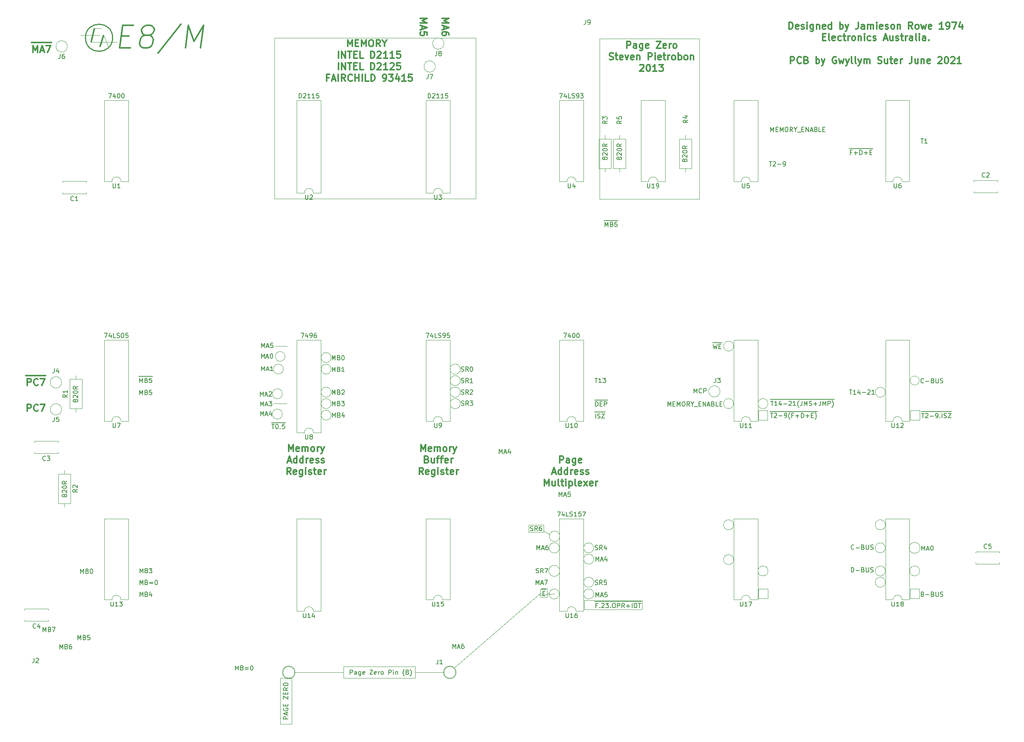
<source format=gbr>
%TF.GenerationSoftware,KiCad,Pcbnew,(5.1.10-1-10_14)*%
%TF.CreationDate,2021-06-22T16:32:21+10:00*%
%TF.ProjectId,256 word memory,32353620-776f-4726-9420-6d656d6f7279,rev?*%
%TF.SameCoordinates,Original*%
%TF.FileFunction,Legend,Top*%
%TF.FilePolarity,Positive*%
%FSLAX46Y46*%
G04 Gerber Fmt 4.6, Leading zero omitted, Abs format (unit mm)*
G04 Created by KiCad (PCBNEW (5.1.10-1-10_14)) date 2021-06-22 16:32:21*
%MOMM*%
%LPD*%
G01*
G04 APERTURE LIST*
%ADD10C,0.150000*%
%ADD11C,0.120000*%
%ADD12C,0.300000*%
%ADD13C,0.200000*%
%ADD14C,0.240000*%
G04 APERTURE END LIST*
D10*
X133961904Y-148252380D02*
X133961904Y-147252380D01*
X134295238Y-147966666D01*
X134628571Y-147252380D01*
X134628571Y-148252380D01*
X135057142Y-147966666D02*
X135533333Y-147966666D01*
X134961904Y-148252380D02*
X135295238Y-147252380D01*
X135628571Y-148252380D01*
X135866666Y-147252380D02*
X136533333Y-147252380D01*
X136104761Y-148252380D01*
X134161904Y-140552380D02*
X134161904Y-139552380D01*
X134495238Y-140266666D01*
X134828571Y-139552380D01*
X134828571Y-140552380D01*
X135257142Y-140266666D02*
X135733333Y-140266666D01*
X135161904Y-140552380D02*
X135495238Y-139552380D01*
X135828571Y-140552380D01*
X136590476Y-139552380D02*
X136400000Y-139552380D01*
X136304761Y-139600000D01*
X136257142Y-139647619D01*
X136161904Y-139790476D01*
X136114285Y-139980952D01*
X136114285Y-140361904D01*
X136161904Y-140457142D01*
X136209523Y-140504761D01*
X136304761Y-140552380D01*
X136495238Y-140552380D01*
X136590476Y-140504761D01*
X136638095Y-140457142D01*
X136685714Y-140361904D01*
X136685714Y-140123809D01*
X136638095Y-140028571D01*
X136590476Y-139980952D01*
X136495238Y-139933333D01*
X136304761Y-139933333D01*
X136209523Y-139980952D01*
X136161904Y-140028571D01*
X136114285Y-140123809D01*
X147161904Y-143052380D02*
X147161904Y-142052380D01*
X147495238Y-142766666D01*
X147828571Y-142052380D01*
X147828571Y-143052380D01*
X148257142Y-142766666D02*
X148733333Y-142766666D01*
X148161904Y-143052380D02*
X148495238Y-142052380D01*
X148828571Y-143052380D01*
X149590476Y-142385714D02*
X149590476Y-143052380D01*
X149352380Y-142004761D02*
X149114285Y-142719047D01*
X149733333Y-142719047D01*
X147161904Y-150952380D02*
X147161904Y-149952380D01*
X147495238Y-150666666D01*
X147828571Y-149952380D01*
X147828571Y-150952380D01*
X148257142Y-150666666D02*
X148733333Y-150666666D01*
X148161904Y-150952380D02*
X148495238Y-149952380D01*
X148828571Y-150952380D01*
X149638095Y-149952380D02*
X149161904Y-149952380D01*
X149114285Y-150428571D01*
X149161904Y-150380952D01*
X149257142Y-150333333D01*
X149495238Y-150333333D01*
X149590476Y-150380952D01*
X149638095Y-150428571D01*
X149685714Y-150523809D01*
X149685714Y-150761904D01*
X149638095Y-150857142D01*
X149590476Y-150904761D01*
X149495238Y-150952380D01*
X149257142Y-150952380D01*
X149161904Y-150904761D01*
X149114285Y-150857142D01*
D11*
X139140175Y-140100000D02*
G75*
G03*
X139140175Y-140100000I-1140175J0D01*
G01*
X146704536Y-142600000D02*
G75*
G03*
X146704536Y-142600000I-1104536J0D01*
G01*
X146704536Y-150300000D02*
G75*
G03*
X146704536Y-150300000I-1104536J0D01*
G01*
X183100000Y-151300000D02*
X183100000Y-149200000D01*
X185200000Y-151300000D02*
X183100000Y-151300000D01*
X185200000Y-149200000D02*
X185200000Y-151300000D01*
X183100000Y-149200000D02*
X185200000Y-149200000D01*
X177604536Y-135000000D02*
G75*
G03*
X177604536Y-135000000I-1104536J0D01*
G01*
X177604536Y-142700000D02*
G75*
G03*
X177604536Y-142700000I-1104536J0D01*
G01*
X185200000Y-145200000D02*
G75*
G03*
X185200000Y-145200000I-1100000J0D01*
G01*
X216600000Y-151300000D02*
X216600000Y-149200000D01*
X218600000Y-151300000D02*
X216600000Y-151300000D01*
X218600000Y-149200000D02*
X218600000Y-151300000D01*
X216600000Y-149200000D02*
X218600000Y-149200000D01*
D10*
X219352380Y-150328571D02*
X219495238Y-150376190D01*
X219542857Y-150423809D01*
X219590476Y-150519047D01*
X219590476Y-150661904D01*
X219542857Y-150757142D01*
X219495238Y-150804761D01*
X219400000Y-150852380D01*
X219019047Y-150852380D01*
X219019047Y-149852380D01*
X219352380Y-149852380D01*
X219447619Y-149900000D01*
X219495238Y-149947619D01*
X219542857Y-150042857D01*
X219542857Y-150138095D01*
X219495238Y-150233333D01*
X219447619Y-150280952D01*
X219352380Y-150328571D01*
X219019047Y-150328571D01*
X220019047Y-150471428D02*
X220780952Y-150471428D01*
X221590476Y-150328571D02*
X221733333Y-150376190D01*
X221780952Y-150423809D01*
X221828571Y-150519047D01*
X221828571Y-150661904D01*
X221780952Y-150757142D01*
X221733333Y-150804761D01*
X221638095Y-150852380D01*
X221257142Y-150852380D01*
X221257142Y-149852380D01*
X221590476Y-149852380D01*
X221685714Y-149900000D01*
X221733333Y-149947619D01*
X221780952Y-150042857D01*
X221780952Y-150138095D01*
X221733333Y-150233333D01*
X221685714Y-150280952D01*
X221590476Y-150328571D01*
X221257142Y-150328571D01*
X222257142Y-149852380D02*
X222257142Y-150661904D01*
X222304761Y-150757142D01*
X222352380Y-150804761D01*
X222447619Y-150852380D01*
X222638095Y-150852380D01*
X222733333Y-150804761D01*
X222780952Y-150757142D01*
X222828571Y-150661904D01*
X222828571Y-149852380D01*
X223257142Y-150804761D02*
X223400000Y-150852380D01*
X223638095Y-150852380D01*
X223733333Y-150804761D01*
X223780952Y-150757142D01*
X223828571Y-150661904D01*
X223828571Y-150566666D01*
X223780952Y-150471428D01*
X223733333Y-150423809D01*
X223638095Y-150376190D01*
X223447619Y-150328571D01*
X223352380Y-150280952D01*
X223304761Y-150233333D01*
X223257142Y-150138095D01*
X223257142Y-150042857D01*
X223304761Y-149947619D01*
X223352380Y-149900000D01*
X223447619Y-149852380D01*
X223685714Y-149852380D01*
X223828571Y-149900000D01*
X219161904Y-140652380D02*
X219161904Y-139652380D01*
X219495238Y-140366666D01*
X219828571Y-139652380D01*
X219828571Y-140652380D01*
X220257142Y-140366666D02*
X220733333Y-140366666D01*
X220161904Y-140652380D02*
X220495238Y-139652380D01*
X220828571Y-140652380D01*
X221352380Y-139652380D02*
X221447619Y-139652380D01*
X221542857Y-139700000D01*
X221590476Y-139747619D01*
X221638095Y-139842857D01*
X221685714Y-140033333D01*
X221685714Y-140271428D01*
X221638095Y-140461904D01*
X221590476Y-140557142D01*
X221542857Y-140604761D01*
X221447619Y-140652380D01*
X221352380Y-140652380D01*
X221257142Y-140604761D01*
X221209523Y-140557142D01*
X221161904Y-140461904D01*
X221114285Y-140271428D01*
X221114285Y-140033333D01*
X221161904Y-139842857D01*
X221209523Y-139747619D01*
X221257142Y-139700000D01*
X221352380Y-139652380D01*
D11*
X211118034Y-135000000D02*
G75*
G03*
X211118034Y-135000000I-1118034J0D01*
G01*
X211104536Y-140100000D02*
G75*
G03*
X211104536Y-140100000I-1104536J0D01*
G01*
X211104536Y-147700000D02*
G75*
G03*
X211104536Y-147700000I-1104536J0D01*
G01*
X211104536Y-145200000D02*
G75*
G03*
X211104536Y-145200000I-1104536J0D01*
G01*
X218704536Y-145200000D02*
G75*
G03*
X218704536Y-145200000I-1104536J0D01*
G01*
X218804159Y-140100000D02*
G75*
G03*
X218804159Y-140100000I-1204159J0D01*
G01*
D10*
X219019047Y-109985000D02*
X219780952Y-109985000D01*
X219114285Y-110352380D02*
X219685714Y-110352380D01*
X219400000Y-111352380D02*
X219400000Y-110352380D01*
X219780952Y-109985000D02*
X220733333Y-109985000D01*
X219971428Y-110447619D02*
X220019047Y-110400000D01*
X220114285Y-110352380D01*
X220352380Y-110352380D01*
X220447619Y-110400000D01*
X220495238Y-110447619D01*
X220542857Y-110542857D01*
X220542857Y-110638095D01*
X220495238Y-110780952D01*
X219923809Y-111352380D01*
X220542857Y-111352380D01*
X220733333Y-109985000D02*
X221971428Y-109985000D01*
X220971428Y-110971428D02*
X221733333Y-110971428D01*
X221971428Y-109985000D02*
X222923809Y-109985000D01*
X222257142Y-111352380D02*
X222447619Y-111352380D01*
X222542857Y-111304761D01*
X222590476Y-111257142D01*
X222685714Y-111114285D01*
X222733333Y-110923809D01*
X222733333Y-110542857D01*
X222685714Y-110447619D01*
X222638095Y-110400000D01*
X222542857Y-110352380D01*
X222352380Y-110352380D01*
X222257142Y-110400000D01*
X222209523Y-110447619D01*
X222161904Y-110542857D01*
X222161904Y-110780952D01*
X222209523Y-110876190D01*
X222257142Y-110923809D01*
X222352380Y-110971428D01*
X222542857Y-110971428D01*
X222638095Y-110923809D01*
X222685714Y-110876190D01*
X222733333Y-110780952D01*
X222923809Y-109985000D02*
X223400000Y-109985000D01*
X223161904Y-111257142D02*
X223209523Y-111304761D01*
X223161904Y-111352380D01*
X223114285Y-111304761D01*
X223161904Y-111257142D01*
X223161904Y-111352380D01*
X223400000Y-109985000D02*
X223876190Y-109985000D01*
X223638095Y-111352380D02*
X223638095Y-110352380D01*
X223876190Y-109985000D02*
X224828571Y-109985000D01*
X224066666Y-111304761D02*
X224209523Y-111352380D01*
X224447619Y-111352380D01*
X224542857Y-111304761D01*
X224590476Y-111257142D01*
X224638095Y-111161904D01*
X224638095Y-111066666D01*
X224590476Y-110971428D01*
X224542857Y-110923809D01*
X224447619Y-110876190D01*
X224257142Y-110828571D01*
X224161904Y-110780952D01*
X224114285Y-110733333D01*
X224066666Y-110638095D01*
X224066666Y-110542857D01*
X224114285Y-110447619D01*
X224161904Y-110400000D01*
X224257142Y-110352380D01*
X224495238Y-110352380D01*
X224638095Y-110400000D01*
X224828571Y-109985000D02*
X225780952Y-109985000D01*
X224971428Y-110352380D02*
X225638095Y-110352380D01*
X224971428Y-111352380D01*
X225638095Y-111352380D01*
X219590476Y-103557142D02*
X219542857Y-103604761D01*
X219400000Y-103652380D01*
X219304761Y-103652380D01*
X219161904Y-103604761D01*
X219066666Y-103509523D01*
X219019047Y-103414285D01*
X218971428Y-103223809D01*
X218971428Y-103080952D01*
X219019047Y-102890476D01*
X219066666Y-102795238D01*
X219161904Y-102700000D01*
X219304761Y-102652380D01*
X219400000Y-102652380D01*
X219542857Y-102700000D01*
X219590476Y-102747619D01*
X220019047Y-103271428D02*
X220780952Y-103271428D01*
X221590476Y-103128571D02*
X221733333Y-103176190D01*
X221780952Y-103223809D01*
X221828571Y-103319047D01*
X221828571Y-103461904D01*
X221780952Y-103557142D01*
X221733333Y-103604761D01*
X221638095Y-103652380D01*
X221257142Y-103652380D01*
X221257142Y-102652380D01*
X221590476Y-102652380D01*
X221685714Y-102700000D01*
X221733333Y-102747619D01*
X221780952Y-102842857D01*
X221780952Y-102938095D01*
X221733333Y-103033333D01*
X221685714Y-103080952D01*
X221590476Y-103128571D01*
X221257142Y-103128571D01*
X222257142Y-102652380D02*
X222257142Y-103461904D01*
X222304761Y-103557142D01*
X222352380Y-103604761D01*
X222447619Y-103652380D01*
X222638095Y-103652380D01*
X222733333Y-103604761D01*
X222780952Y-103557142D01*
X222828571Y-103461904D01*
X222828571Y-102652380D01*
X223257142Y-103604761D02*
X223400000Y-103652380D01*
X223638095Y-103652380D01*
X223733333Y-103604761D01*
X223780952Y-103557142D01*
X223828571Y-103461904D01*
X223828571Y-103366666D01*
X223780952Y-103271428D01*
X223733333Y-103223809D01*
X223638095Y-103176190D01*
X223447619Y-103128571D01*
X223352380Y-103080952D01*
X223304761Y-103033333D01*
X223257142Y-102938095D01*
X223257142Y-102842857D01*
X223304761Y-102747619D01*
X223352380Y-102700000D01*
X223447619Y-102652380D01*
X223685714Y-102652380D01*
X223828571Y-102700000D01*
X203190476Y-105152380D02*
X203761904Y-105152380D01*
X203476190Y-106152380D02*
X203476190Y-105152380D01*
X204619047Y-106152380D02*
X204047619Y-106152380D01*
X204333333Y-106152380D02*
X204333333Y-105152380D01*
X204238095Y-105295238D01*
X204142857Y-105390476D01*
X204047619Y-105438095D01*
X205476190Y-105485714D02*
X205476190Y-106152380D01*
X205238095Y-105104761D02*
X205000000Y-105819047D01*
X205619047Y-105819047D01*
X206000000Y-105771428D02*
X206761904Y-105771428D01*
X207190476Y-105247619D02*
X207238095Y-105200000D01*
X207333333Y-105152380D01*
X207571428Y-105152380D01*
X207666666Y-105200000D01*
X207714285Y-105247619D01*
X207761904Y-105342857D01*
X207761904Y-105438095D01*
X207714285Y-105580952D01*
X207142857Y-106152380D01*
X207761904Y-106152380D01*
X208714285Y-106152380D02*
X208142857Y-106152380D01*
X208428571Y-106152380D02*
X208428571Y-105152380D01*
X208333333Y-105295238D01*
X208238095Y-105390476D01*
X208142857Y-105438095D01*
D11*
X183100000Y-111800000D02*
X183100000Y-109700000D01*
X185100000Y-111800000D02*
X183100000Y-111800000D01*
X185100000Y-109700000D02*
X185100000Y-111800000D01*
X183100000Y-109700000D02*
X185100000Y-109700000D01*
X216600000Y-111800000D02*
X216600000Y-109700000D01*
X218700000Y-111800000D02*
X216600000Y-111800000D01*
X218700000Y-109700000D02*
X218700000Y-111800000D01*
X216600000Y-109700000D02*
X218700000Y-109700000D01*
X218604988Y-103100000D02*
G75*
G03*
X218604988Y-103100000I-1004988J0D01*
G01*
X211104536Y-105700000D02*
G75*
G03*
X211104536Y-105700000I-1104536J0D01*
G01*
X177604536Y-95500000D02*
G75*
G03*
X177604536Y-95500000I-1104536J0D01*
G01*
X185204536Y-108200000D02*
G75*
G03*
X185204536Y-108200000I-1104536J0D01*
G01*
X177604536Y-108200000D02*
G75*
G03*
X177604536Y-108200000I-1104536J0D01*
G01*
D10*
X163084619Y-108783380D02*
X163084619Y-107783380D01*
X163417952Y-108497666D01*
X163751285Y-107783380D01*
X163751285Y-108783380D01*
X164227476Y-108259571D02*
X164560809Y-108259571D01*
X164703666Y-108783380D02*
X164227476Y-108783380D01*
X164227476Y-107783380D01*
X164703666Y-107783380D01*
X165132238Y-108783380D02*
X165132238Y-107783380D01*
X165465571Y-108497666D01*
X165798904Y-107783380D01*
X165798904Y-108783380D01*
X166465571Y-107783380D02*
X166656047Y-107783380D01*
X166751285Y-107831000D01*
X166846523Y-107926238D01*
X166894142Y-108116714D01*
X166894142Y-108450047D01*
X166846523Y-108640523D01*
X166751285Y-108735761D01*
X166656047Y-108783380D01*
X166465571Y-108783380D01*
X166370333Y-108735761D01*
X166275095Y-108640523D01*
X166227476Y-108450047D01*
X166227476Y-108116714D01*
X166275095Y-107926238D01*
X166370333Y-107831000D01*
X166465571Y-107783380D01*
X167894142Y-108783380D02*
X167560809Y-108307190D01*
X167322714Y-108783380D02*
X167322714Y-107783380D01*
X167703666Y-107783380D01*
X167798904Y-107831000D01*
X167846523Y-107878619D01*
X167894142Y-107973857D01*
X167894142Y-108116714D01*
X167846523Y-108211952D01*
X167798904Y-108259571D01*
X167703666Y-108307190D01*
X167322714Y-108307190D01*
X168513190Y-108307190D02*
X168513190Y-108783380D01*
X168179857Y-107783380D02*
X168513190Y-108307190D01*
X168846523Y-107783380D01*
X168941761Y-108878619D02*
X169703666Y-108878619D01*
X169941761Y-108259571D02*
X170275095Y-108259571D01*
X170417952Y-108783380D02*
X169941761Y-108783380D01*
X169941761Y-107783380D01*
X170417952Y-107783380D01*
X170846523Y-108783380D02*
X170846523Y-107783380D01*
X171417952Y-108783380D01*
X171417952Y-107783380D01*
X171846523Y-108497666D02*
X172322714Y-108497666D01*
X171751285Y-108783380D02*
X172084619Y-107783380D01*
X172417952Y-108783380D01*
X173084619Y-108259571D02*
X173227476Y-108307190D01*
X173275095Y-108354809D01*
X173322714Y-108450047D01*
X173322714Y-108592904D01*
X173275095Y-108688142D01*
X173227476Y-108735761D01*
X173132238Y-108783380D01*
X172751285Y-108783380D01*
X172751285Y-107783380D01*
X173084619Y-107783380D01*
X173179857Y-107831000D01*
X173227476Y-107878619D01*
X173275095Y-107973857D01*
X173275095Y-108069095D01*
X173227476Y-108164333D01*
X173179857Y-108211952D01*
X173084619Y-108259571D01*
X172751285Y-108259571D01*
X174227476Y-108783380D02*
X173751285Y-108783380D01*
X173751285Y-107783380D01*
X174560809Y-108259571D02*
X174894142Y-108259571D01*
X175037000Y-108783380D02*
X174560809Y-108783380D01*
X174560809Y-107783380D01*
X175037000Y-107783380D01*
X185642904Y-109956000D02*
X186404809Y-109956000D01*
X185738142Y-110323380D02*
X186309571Y-110323380D01*
X186023857Y-111323380D02*
X186023857Y-110323380D01*
X186404809Y-109956000D02*
X187357190Y-109956000D01*
X186595285Y-110418619D02*
X186642904Y-110371000D01*
X186738142Y-110323380D01*
X186976238Y-110323380D01*
X187071476Y-110371000D01*
X187119095Y-110418619D01*
X187166714Y-110513857D01*
X187166714Y-110609095D01*
X187119095Y-110751952D01*
X186547666Y-111323380D01*
X187166714Y-111323380D01*
X187357190Y-109956000D02*
X188595285Y-109956000D01*
X187595285Y-110942428D02*
X188357190Y-110942428D01*
X188595285Y-109956000D02*
X189547666Y-109956000D01*
X188881000Y-111323380D02*
X189071476Y-111323380D01*
X189166714Y-111275761D01*
X189214333Y-111228142D01*
X189309571Y-111085285D01*
X189357190Y-110894809D01*
X189357190Y-110513857D01*
X189309571Y-110418619D01*
X189261952Y-110371000D01*
X189166714Y-110323380D01*
X188976238Y-110323380D01*
X188881000Y-110371000D01*
X188833380Y-110418619D01*
X188785761Y-110513857D01*
X188785761Y-110751952D01*
X188833380Y-110847190D01*
X188881000Y-110894809D01*
X188976238Y-110942428D01*
X189166714Y-110942428D01*
X189261952Y-110894809D01*
X189309571Y-110847190D01*
X189357190Y-110751952D01*
X189547666Y-109956000D02*
X190214333Y-109956000D01*
X190071476Y-111704333D02*
X190023857Y-111656714D01*
X189928619Y-111513857D01*
X189881000Y-111418619D01*
X189833380Y-111275761D01*
X189785761Y-111037666D01*
X189785761Y-110847190D01*
X189833380Y-110609095D01*
X189881000Y-110466238D01*
X189928619Y-110371000D01*
X190023857Y-110228142D01*
X190071476Y-110180523D01*
X190214333Y-109956000D02*
X191071476Y-109956000D01*
X190785761Y-110799571D02*
X190452428Y-110799571D01*
X190452428Y-111323380D02*
X190452428Y-110323380D01*
X190928619Y-110323380D01*
X191071476Y-109956000D02*
X192309571Y-109956000D01*
X191309571Y-110942428D02*
X192071476Y-110942428D01*
X191690523Y-111323380D02*
X191690523Y-110561476D01*
X192309571Y-109956000D02*
X193309571Y-109956000D01*
X192547666Y-111323380D02*
X192547666Y-110323380D01*
X192785761Y-110323380D01*
X192928619Y-110371000D01*
X193023857Y-110466238D01*
X193071476Y-110561476D01*
X193119095Y-110751952D01*
X193119095Y-110894809D01*
X193071476Y-111085285D01*
X193023857Y-111180523D01*
X192928619Y-111275761D01*
X192785761Y-111323380D01*
X192547666Y-111323380D01*
X193309571Y-109956000D02*
X194547666Y-109956000D01*
X193547666Y-110942428D02*
X194309571Y-110942428D01*
X193928619Y-111323380D02*
X193928619Y-110561476D01*
X194547666Y-109956000D02*
X195452428Y-109956000D01*
X194785761Y-110799571D02*
X195119095Y-110799571D01*
X195261952Y-111323380D02*
X194785761Y-111323380D01*
X194785761Y-110323380D01*
X195261952Y-110323380D01*
X195452428Y-109956000D02*
X196119095Y-109956000D01*
X195595285Y-111704333D02*
X195642904Y-111656714D01*
X195738142Y-111513857D01*
X195785761Y-111418619D01*
X195833380Y-111275761D01*
X195881000Y-111037666D01*
X195881000Y-110847190D01*
X195833380Y-110609095D01*
X195785761Y-110466238D01*
X195738142Y-110371000D01*
X195642904Y-110228142D01*
X195595285Y-110180523D01*
X185714571Y-107289000D02*
X186476476Y-107289000D01*
X185809809Y-107656380D02*
X186381238Y-107656380D01*
X186095523Y-108656380D02*
X186095523Y-107656380D01*
X186476476Y-107289000D02*
X187428857Y-107289000D01*
X187238380Y-108656380D02*
X186666952Y-108656380D01*
X186952666Y-108656380D02*
X186952666Y-107656380D01*
X186857428Y-107799238D01*
X186762190Y-107894476D01*
X186666952Y-107942095D01*
X187428857Y-107289000D02*
X188381238Y-107289000D01*
X188095523Y-107989714D02*
X188095523Y-108656380D01*
X187857428Y-107608761D02*
X187619333Y-108323047D01*
X188238380Y-108323047D01*
X188381238Y-107289000D02*
X189619333Y-107289000D01*
X188619333Y-108275428D02*
X189381238Y-108275428D01*
X189619333Y-107289000D02*
X190571714Y-107289000D01*
X189809809Y-107751619D02*
X189857428Y-107704000D01*
X189952666Y-107656380D01*
X190190761Y-107656380D01*
X190286000Y-107704000D01*
X190333619Y-107751619D01*
X190381238Y-107846857D01*
X190381238Y-107942095D01*
X190333619Y-108084952D01*
X189762190Y-108656380D01*
X190381238Y-108656380D01*
X190571714Y-107289000D02*
X191524095Y-107289000D01*
X191333619Y-108656380D02*
X190762190Y-108656380D01*
X191047904Y-108656380D02*
X191047904Y-107656380D01*
X190952666Y-107799238D01*
X190857428Y-107894476D01*
X190762190Y-107942095D01*
X191524095Y-107289000D02*
X192190761Y-107289000D01*
X192047904Y-109037333D02*
X192000285Y-108989714D01*
X191905047Y-108846857D01*
X191857428Y-108751619D01*
X191809809Y-108608761D01*
X191762190Y-108370666D01*
X191762190Y-108180190D01*
X191809809Y-107942095D01*
X191857428Y-107799238D01*
X191905047Y-107704000D01*
X192000285Y-107561142D01*
X192047904Y-107513523D01*
X192190761Y-107289000D02*
X192952666Y-107289000D01*
X192714571Y-107656380D02*
X192714571Y-108370666D01*
X192666952Y-108513523D01*
X192571714Y-108608761D01*
X192428857Y-108656380D01*
X192333619Y-108656380D01*
X192952666Y-107289000D02*
X194095523Y-107289000D01*
X193190761Y-108656380D02*
X193190761Y-107656380D01*
X193524095Y-108370666D01*
X193857428Y-107656380D01*
X193857428Y-108656380D01*
X194095523Y-107289000D02*
X195047904Y-107289000D01*
X194286000Y-108608761D02*
X194428857Y-108656380D01*
X194666952Y-108656380D01*
X194762190Y-108608761D01*
X194809809Y-108561142D01*
X194857428Y-108465904D01*
X194857428Y-108370666D01*
X194809809Y-108275428D01*
X194762190Y-108227809D01*
X194666952Y-108180190D01*
X194476476Y-108132571D01*
X194381238Y-108084952D01*
X194333619Y-108037333D01*
X194286000Y-107942095D01*
X194286000Y-107846857D01*
X194333619Y-107751619D01*
X194381238Y-107704000D01*
X194476476Y-107656380D01*
X194714571Y-107656380D01*
X194857428Y-107704000D01*
X195047904Y-107289000D02*
X196286000Y-107289000D01*
X195286000Y-108275428D02*
X196047904Y-108275428D01*
X195666952Y-108656380D02*
X195666952Y-107894476D01*
X196286000Y-107289000D02*
X197047904Y-107289000D01*
X196809809Y-107656380D02*
X196809809Y-108370666D01*
X196762190Y-108513523D01*
X196666952Y-108608761D01*
X196524095Y-108656380D01*
X196428857Y-108656380D01*
X197047904Y-107289000D02*
X198190761Y-107289000D01*
X197286000Y-108656380D02*
X197286000Y-107656380D01*
X197619333Y-108370666D01*
X197952666Y-107656380D01*
X197952666Y-108656380D01*
X198190761Y-107289000D02*
X199190761Y-107289000D01*
X198428857Y-108656380D02*
X198428857Y-107656380D01*
X198809809Y-107656380D01*
X198905047Y-107704000D01*
X198952666Y-107751619D01*
X199000285Y-107846857D01*
X199000285Y-107989714D01*
X198952666Y-108084952D01*
X198905047Y-108132571D01*
X198809809Y-108180190D01*
X198428857Y-108180190D01*
X199190761Y-107289000D02*
X199857428Y-107289000D01*
X199333619Y-109037333D02*
X199381238Y-108989714D01*
X199476476Y-108846857D01*
X199524095Y-108751619D01*
X199571714Y-108608761D01*
X199619333Y-108370666D01*
X199619333Y-108180190D01*
X199571714Y-107942095D01*
X199524095Y-107799238D01*
X199476476Y-107704000D01*
X199381238Y-107561142D01*
X199333619Y-107513523D01*
X172966190Y-94716000D02*
X174109047Y-94716000D01*
X173109047Y-95083380D02*
X173347142Y-96083380D01*
X173537619Y-95369095D01*
X173728095Y-96083380D01*
X173966190Y-95083380D01*
X174109047Y-94716000D02*
X175013809Y-94716000D01*
X174347142Y-95559571D02*
X174680476Y-95559571D01*
X174823333Y-96083380D02*
X174347142Y-96083380D01*
X174347142Y-95083380D01*
X174823333Y-95083380D01*
X146891523Y-110083000D02*
X147367714Y-110083000D01*
X147129619Y-111450380D02*
X147129619Y-110450380D01*
X147367714Y-110083000D02*
X148320095Y-110083000D01*
X147558190Y-111402761D02*
X147701047Y-111450380D01*
X147939142Y-111450380D01*
X148034380Y-111402761D01*
X148082000Y-111355142D01*
X148129619Y-111259904D01*
X148129619Y-111164666D01*
X148082000Y-111069428D01*
X148034380Y-111021809D01*
X147939142Y-110974190D01*
X147748666Y-110926571D01*
X147653428Y-110878952D01*
X147605809Y-110831333D01*
X147558190Y-110736095D01*
X147558190Y-110640857D01*
X147605809Y-110545619D01*
X147653428Y-110498000D01*
X147748666Y-110450380D01*
X147986761Y-110450380D01*
X148129619Y-110498000D01*
X148320095Y-110083000D02*
X149272476Y-110083000D01*
X148462952Y-110450380D02*
X149129619Y-110450380D01*
X148462952Y-111450380D01*
X149129619Y-111450380D01*
X146883619Y-107416000D02*
X147883619Y-107416000D01*
X147121714Y-108783380D02*
X147121714Y-107783380D01*
X147359809Y-107783380D01*
X147502666Y-107831000D01*
X147597904Y-107926238D01*
X147645523Y-108021476D01*
X147693142Y-108211952D01*
X147693142Y-108354809D01*
X147645523Y-108545285D01*
X147597904Y-108640523D01*
X147502666Y-108735761D01*
X147359809Y-108783380D01*
X147121714Y-108783380D01*
X147883619Y-107416000D02*
X148788380Y-107416000D01*
X148121714Y-108259571D02*
X148455047Y-108259571D01*
X148597904Y-108783380D02*
X148121714Y-108783380D01*
X148121714Y-107783380D01*
X148597904Y-107783380D01*
X148788380Y-107416000D02*
X149788380Y-107416000D01*
X149026476Y-108783380D02*
X149026476Y-107783380D01*
X149407428Y-107783380D01*
X149502666Y-107831000D01*
X149550285Y-107878619D01*
X149597904Y-107973857D01*
X149597904Y-108116714D01*
X149550285Y-108211952D01*
X149502666Y-108259571D01*
X149407428Y-108307190D01*
X149026476Y-108307190D01*
X146970904Y-102576380D02*
X147542333Y-102576380D01*
X147256619Y-103576380D02*
X147256619Y-102576380D01*
X148399476Y-103576380D02*
X147828047Y-103576380D01*
X148113761Y-103576380D02*
X148113761Y-102576380D01*
X148018523Y-102719238D01*
X147923285Y-102814476D01*
X147828047Y-102862095D01*
X148732809Y-102576380D02*
X149351857Y-102576380D01*
X149018523Y-102957333D01*
X149161380Y-102957333D01*
X149256619Y-103004952D01*
X149304238Y-103052571D01*
X149351857Y-103147809D01*
X149351857Y-103385904D01*
X149304238Y-103481142D01*
X149256619Y-103528761D01*
X149161380Y-103576380D01*
X148875666Y-103576380D01*
X148780428Y-103528761D01*
X148732809Y-103481142D01*
D12*
X113240428Y-23034857D02*
X114740428Y-23034857D01*
X113669000Y-23534857D01*
X114740428Y-24034857D01*
X113240428Y-24034857D01*
X113669000Y-24677714D02*
X113669000Y-25392000D01*
X113240428Y-24534857D02*
X114740428Y-25034857D01*
X113240428Y-25534857D01*
X114740428Y-26677714D02*
X114740428Y-26392000D01*
X114669000Y-26249142D01*
X114597571Y-26177714D01*
X114383285Y-26034857D01*
X114097571Y-25963428D01*
X113526142Y-25963428D01*
X113383285Y-26034857D01*
X113311857Y-26106285D01*
X113240428Y-26249142D01*
X113240428Y-26534857D01*
X113311857Y-26677714D01*
X113383285Y-26749142D01*
X113526142Y-26820571D01*
X113883285Y-26820571D01*
X114026142Y-26749142D01*
X114097571Y-26677714D01*
X114169000Y-26534857D01*
X114169000Y-26249142D01*
X114097571Y-26106285D01*
X114026142Y-26034857D01*
X113883285Y-25963428D01*
X108414428Y-23034857D02*
X109914428Y-23034857D01*
X108843000Y-23534857D01*
X109914428Y-24034857D01*
X108414428Y-24034857D01*
X108843000Y-24677714D02*
X108843000Y-25392000D01*
X108414428Y-24534857D02*
X109914428Y-25034857D01*
X108414428Y-25534857D01*
X109914428Y-26749142D02*
X109914428Y-26034857D01*
X109200142Y-25963428D01*
X109271571Y-26034857D01*
X109343000Y-26177714D01*
X109343000Y-26534857D01*
X109271571Y-26677714D01*
X109200142Y-26749142D01*
X109057285Y-26820571D01*
X108700142Y-26820571D01*
X108557285Y-26749142D01*
X108485857Y-26677714D01*
X108414428Y-26534857D01*
X108414428Y-26177714D01*
X108485857Y-26034857D01*
X108557285Y-25963428D01*
X21280714Y-102035000D02*
X22780714Y-102035000D01*
X21637857Y-104183571D02*
X21637857Y-102683571D01*
X22209285Y-102683571D01*
X22352142Y-102755000D01*
X22423571Y-102826428D01*
X22494999Y-102969285D01*
X22494999Y-103183571D01*
X22423571Y-103326428D01*
X22352142Y-103397857D01*
X22209285Y-103469285D01*
X21637857Y-103469285D01*
X22780714Y-102035000D02*
X24280714Y-102035000D01*
X23994999Y-104040714D02*
X23923571Y-104112142D01*
X23709285Y-104183571D01*
X23566428Y-104183571D01*
X23352142Y-104112142D01*
X23209285Y-103969285D01*
X23137857Y-103826428D01*
X23066428Y-103540714D01*
X23066428Y-103326428D01*
X23137857Y-103040714D01*
X23209285Y-102897857D01*
X23352142Y-102755000D01*
X23566428Y-102683571D01*
X23709285Y-102683571D01*
X23923571Y-102755000D01*
X23994999Y-102826428D01*
X24280714Y-102035000D02*
X25709285Y-102035000D01*
X24494999Y-102683571D02*
X25495000Y-102683571D01*
X24852142Y-104183571D01*
X21637857Y-109898571D02*
X21637857Y-108398571D01*
X22209285Y-108398571D01*
X22352142Y-108470000D01*
X22423571Y-108541428D01*
X22494999Y-108684285D01*
X22494999Y-108898571D01*
X22423571Y-109041428D01*
X22352142Y-109112857D01*
X22209285Y-109184285D01*
X21637857Y-109184285D01*
X23994999Y-109755714D02*
X23923571Y-109827142D01*
X23709285Y-109898571D01*
X23566428Y-109898571D01*
X23352142Y-109827142D01*
X23209285Y-109684285D01*
X23137857Y-109541428D01*
X23066428Y-109255714D01*
X23066428Y-109041428D01*
X23137857Y-108755714D01*
X23209285Y-108612857D01*
X23352142Y-108470000D01*
X23566428Y-108398571D01*
X23709285Y-108398571D01*
X23923571Y-108470000D01*
X23994999Y-108541428D01*
X24494999Y-108398571D02*
X25495000Y-108398571D01*
X24852142Y-109898571D01*
X22550714Y-28375000D02*
X24264999Y-28375000D01*
X22907857Y-30523571D02*
X22907857Y-29023571D01*
X23407857Y-30095000D01*
X23907857Y-29023571D01*
X23907857Y-30523571D01*
X24264999Y-28375000D02*
X25550714Y-28375000D01*
X24550714Y-30095000D02*
X25264999Y-30095000D01*
X24407857Y-30523571D02*
X24907857Y-29023571D01*
X25407857Y-30523571D01*
X25550714Y-28375000D02*
X26979285Y-28375000D01*
X25764999Y-29023571D02*
X26765000Y-29023571D01*
X26122142Y-30523571D01*
D11*
X138000000Y-150300000D02*
X134620000Y-150495000D01*
D10*
X185817619Y-48077380D02*
X185817619Y-47077380D01*
X186150952Y-47791666D01*
X186484285Y-47077380D01*
X186484285Y-48077380D01*
X186960476Y-47553571D02*
X187293809Y-47553571D01*
X187436666Y-48077380D02*
X186960476Y-48077380D01*
X186960476Y-47077380D01*
X187436666Y-47077380D01*
X187865238Y-48077380D02*
X187865238Y-47077380D01*
X188198571Y-47791666D01*
X188531904Y-47077380D01*
X188531904Y-48077380D01*
X189198571Y-47077380D02*
X189389047Y-47077380D01*
X189484285Y-47125000D01*
X189579523Y-47220238D01*
X189627142Y-47410714D01*
X189627142Y-47744047D01*
X189579523Y-47934523D01*
X189484285Y-48029761D01*
X189389047Y-48077380D01*
X189198571Y-48077380D01*
X189103333Y-48029761D01*
X189008095Y-47934523D01*
X188960476Y-47744047D01*
X188960476Y-47410714D01*
X189008095Y-47220238D01*
X189103333Y-47125000D01*
X189198571Y-47077380D01*
X190627142Y-48077380D02*
X190293809Y-47601190D01*
X190055714Y-48077380D02*
X190055714Y-47077380D01*
X190436666Y-47077380D01*
X190531904Y-47125000D01*
X190579523Y-47172619D01*
X190627142Y-47267857D01*
X190627142Y-47410714D01*
X190579523Y-47505952D01*
X190531904Y-47553571D01*
X190436666Y-47601190D01*
X190055714Y-47601190D01*
X191246190Y-47601190D02*
X191246190Y-48077380D01*
X190912857Y-47077380D02*
X191246190Y-47601190D01*
X191579523Y-47077380D01*
X191674761Y-48172619D02*
X192436666Y-48172619D01*
X192674761Y-47553571D02*
X193008095Y-47553571D01*
X193150952Y-48077380D02*
X192674761Y-48077380D01*
X192674761Y-47077380D01*
X193150952Y-47077380D01*
X193579523Y-48077380D02*
X193579523Y-47077380D01*
X194150952Y-48077380D01*
X194150952Y-47077380D01*
X194579523Y-47791666D02*
X195055714Y-47791666D01*
X194484285Y-48077380D02*
X194817619Y-47077380D01*
X195150952Y-48077380D01*
X195817619Y-47553571D02*
X195960476Y-47601190D01*
X196008095Y-47648809D01*
X196055714Y-47744047D01*
X196055714Y-47886904D01*
X196008095Y-47982142D01*
X195960476Y-48029761D01*
X195865238Y-48077380D01*
X195484285Y-48077380D01*
X195484285Y-47077380D01*
X195817619Y-47077380D01*
X195912857Y-47125000D01*
X195960476Y-47172619D01*
X196008095Y-47267857D01*
X196008095Y-47363095D01*
X195960476Y-47458333D01*
X195912857Y-47505952D01*
X195817619Y-47553571D01*
X195484285Y-47553571D01*
X196960476Y-48077380D02*
X196484285Y-48077380D01*
X196484285Y-47077380D01*
X197293809Y-47553571D02*
X197627142Y-47553571D01*
X197770000Y-48077380D02*
X197293809Y-48077380D01*
X197293809Y-47077380D01*
X197770000Y-47077380D01*
X185467857Y-54697380D02*
X186039285Y-54697380D01*
X185753571Y-55697380D02*
X185753571Y-54697380D01*
X186325000Y-54792619D02*
X186372619Y-54745000D01*
X186467857Y-54697380D01*
X186705952Y-54697380D01*
X186801190Y-54745000D01*
X186848809Y-54792619D01*
X186896428Y-54887857D01*
X186896428Y-54983095D01*
X186848809Y-55125952D01*
X186277380Y-55697380D01*
X186896428Y-55697380D01*
X187325000Y-55316428D02*
X188086904Y-55316428D01*
X188610714Y-55697380D02*
X188801190Y-55697380D01*
X188896428Y-55649761D01*
X188944047Y-55602142D01*
X189039285Y-55459285D01*
X189086904Y-55268809D01*
X189086904Y-54887857D01*
X189039285Y-54792619D01*
X188991666Y-54745000D01*
X188896428Y-54697380D01*
X188705952Y-54697380D01*
X188610714Y-54745000D01*
X188563095Y-54792619D01*
X188515476Y-54887857D01*
X188515476Y-55125952D01*
X188563095Y-55221190D01*
X188610714Y-55268809D01*
X188705952Y-55316428D01*
X188896428Y-55316428D01*
X188991666Y-55268809D01*
X189039285Y-55221190D01*
X189086904Y-55125952D01*
X203120952Y-51790000D02*
X203978095Y-51790000D01*
X203692380Y-52633571D02*
X203359047Y-52633571D01*
X203359047Y-53157380D02*
X203359047Y-52157380D01*
X203835238Y-52157380D01*
X203978095Y-51790000D02*
X205216190Y-51790000D01*
X204216190Y-52776428D02*
X204978095Y-52776428D01*
X204597142Y-53157380D02*
X204597142Y-52395476D01*
X205216190Y-51790000D02*
X206216190Y-51790000D01*
X205454285Y-53157380D02*
X205454285Y-52157380D01*
X205692380Y-52157380D01*
X205835238Y-52205000D01*
X205930476Y-52300238D01*
X205978095Y-52395476D01*
X206025714Y-52585952D01*
X206025714Y-52728809D01*
X205978095Y-52919285D01*
X205930476Y-53014523D01*
X205835238Y-53109761D01*
X205692380Y-53157380D01*
X205454285Y-53157380D01*
X206216190Y-51790000D02*
X207454285Y-51790000D01*
X206454285Y-52776428D02*
X207216190Y-52776428D01*
X206835238Y-53157380D02*
X206835238Y-52395476D01*
X207454285Y-51790000D02*
X208359047Y-51790000D01*
X207692380Y-52633571D02*
X208025714Y-52633571D01*
X208168571Y-53157380D02*
X207692380Y-53157380D01*
X207692380Y-52157380D01*
X208168571Y-52157380D01*
X218948095Y-49617380D02*
X219519523Y-49617380D01*
X219233809Y-50617380D02*
X219233809Y-49617380D01*
X220376666Y-50617380D02*
X219805238Y-50617380D01*
X220090952Y-50617380D02*
X220090952Y-49617380D01*
X219995714Y-49760238D01*
X219900476Y-49855476D01*
X219805238Y-49903095D01*
X79192380Y-177966190D02*
X78192380Y-177966190D01*
X78192380Y-177585238D01*
X78240000Y-177490000D01*
X78287619Y-177442380D01*
X78382857Y-177394761D01*
X78525714Y-177394761D01*
X78620952Y-177442380D01*
X78668571Y-177490000D01*
X78716190Y-177585238D01*
X78716190Y-177966190D01*
X78906666Y-177013809D02*
X78906666Y-176537619D01*
X79192380Y-177109047D02*
X78192380Y-176775714D01*
X79192380Y-176442380D01*
X78240000Y-175585238D02*
X78192380Y-175680476D01*
X78192380Y-175823333D01*
X78240000Y-175966190D01*
X78335238Y-176061428D01*
X78430476Y-176109047D01*
X78620952Y-176156666D01*
X78763809Y-176156666D01*
X78954285Y-176109047D01*
X79049523Y-176061428D01*
X79144761Y-175966190D01*
X79192380Y-175823333D01*
X79192380Y-175728095D01*
X79144761Y-175585238D01*
X79097142Y-175537619D01*
X78763809Y-175537619D01*
X78763809Y-175728095D01*
X78668571Y-175109047D02*
X78668571Y-174775714D01*
X79192380Y-174632857D02*
X79192380Y-175109047D01*
X78192380Y-175109047D01*
X78192380Y-174632857D01*
X78192380Y-173537619D02*
X78192380Y-172870952D01*
X79192380Y-173537619D01*
X79192380Y-172870952D01*
X78668571Y-172490000D02*
X78668571Y-172156666D01*
X79192380Y-172013809D02*
X79192380Y-172490000D01*
X78192380Y-172490000D01*
X78192380Y-172013809D01*
X79192380Y-171013809D02*
X78716190Y-171347142D01*
X79192380Y-171585238D02*
X78192380Y-171585238D01*
X78192380Y-171204285D01*
X78240000Y-171109047D01*
X78287619Y-171061428D01*
X78382857Y-171013809D01*
X78525714Y-171013809D01*
X78620952Y-171061428D01*
X78668571Y-171109047D01*
X78716190Y-171204285D01*
X78716190Y-171585238D01*
X78192380Y-170394761D02*
X78192380Y-170204285D01*
X78240000Y-170109047D01*
X78335238Y-170013809D01*
X78525714Y-169966190D01*
X78859047Y-169966190D01*
X79049523Y-170013809D01*
X79144761Y-170109047D01*
X79192380Y-170204285D01*
X79192380Y-170394761D01*
X79144761Y-170490000D01*
X79049523Y-170585238D01*
X78859047Y-170632857D01*
X78525714Y-170632857D01*
X78335238Y-170585238D01*
X78240000Y-170490000D01*
X78192380Y-170394761D01*
D11*
X80010000Y-168910000D02*
X77470000Y-168910000D01*
X80010000Y-179070000D02*
X80010000Y-168910000D01*
X77470000Y-179070000D02*
X80010000Y-179070000D01*
X77470000Y-168910000D02*
X77470000Y-179070000D01*
D10*
X168846666Y-105862380D02*
X168846666Y-104862380D01*
X169180000Y-105576666D01*
X169513333Y-104862380D01*
X169513333Y-105862380D01*
X170560952Y-105767142D02*
X170513333Y-105814761D01*
X170370476Y-105862380D01*
X170275238Y-105862380D01*
X170132380Y-105814761D01*
X170037142Y-105719523D01*
X169989523Y-105624285D01*
X169941904Y-105433809D01*
X169941904Y-105290952D01*
X169989523Y-105100476D01*
X170037142Y-105005238D01*
X170132380Y-104910000D01*
X170275238Y-104862380D01*
X170370476Y-104862380D01*
X170513333Y-104910000D01*
X170560952Y-104957619D01*
X170989523Y-105862380D02*
X170989523Y-104862380D01*
X171370476Y-104862380D01*
X171465714Y-104910000D01*
X171513333Y-104957619D01*
X171560952Y-105052857D01*
X171560952Y-105195714D01*
X171513333Y-105290952D01*
X171465714Y-105338571D01*
X171370476Y-105386190D01*
X170989523Y-105386190D01*
X88960476Y-98562380D02*
X88960476Y-97562380D01*
X89293809Y-98276666D01*
X89627142Y-97562380D01*
X89627142Y-98562380D01*
X90436666Y-98038571D02*
X90579523Y-98086190D01*
X90627142Y-98133809D01*
X90674761Y-98229047D01*
X90674761Y-98371904D01*
X90627142Y-98467142D01*
X90579523Y-98514761D01*
X90484285Y-98562380D01*
X90103333Y-98562380D01*
X90103333Y-97562380D01*
X90436666Y-97562380D01*
X90531904Y-97610000D01*
X90579523Y-97657619D01*
X90627142Y-97752857D01*
X90627142Y-97848095D01*
X90579523Y-97943333D01*
X90531904Y-97990952D01*
X90436666Y-98038571D01*
X90103333Y-98038571D01*
X91293809Y-97562380D02*
X91389047Y-97562380D01*
X91484285Y-97610000D01*
X91531904Y-97657619D01*
X91579523Y-97752857D01*
X91627142Y-97943333D01*
X91627142Y-98181428D01*
X91579523Y-98371904D01*
X91531904Y-98467142D01*
X91484285Y-98514761D01*
X91389047Y-98562380D01*
X91293809Y-98562380D01*
X91198571Y-98514761D01*
X91150952Y-98467142D01*
X91103333Y-98371904D01*
X91055714Y-98181428D01*
X91055714Y-97943333D01*
X91103333Y-97752857D01*
X91150952Y-97657619D01*
X91198571Y-97610000D01*
X91293809Y-97562380D01*
D11*
X88722225Y-98030000D02*
G75*
G03*
X88722225Y-98030000I-1102225J0D01*
G01*
X88714578Y-100580000D02*
G75*
G03*
X88714578Y-100580000I-1094578J0D01*
G01*
X88720409Y-110750000D02*
G75*
G03*
X88720409Y-110750000I-1100409J0D01*
G01*
X88710182Y-108210000D02*
G75*
G03*
X88710182Y-108210000I-1100182J0D01*
G01*
X88720405Y-105670000D02*
G75*
G03*
X88720405Y-105670000I-1110405J0D01*
G01*
D10*
X204190476Y-140357142D02*
X204142857Y-140404761D01*
X204000000Y-140452380D01*
X203904761Y-140452380D01*
X203761904Y-140404761D01*
X203666666Y-140309523D01*
X203619047Y-140214285D01*
X203571428Y-140023809D01*
X203571428Y-139880952D01*
X203619047Y-139690476D01*
X203666666Y-139595238D01*
X203761904Y-139500000D01*
X203904761Y-139452380D01*
X204000000Y-139452380D01*
X204142857Y-139500000D01*
X204190476Y-139547619D01*
X204619047Y-140071428D02*
X205380952Y-140071428D01*
X206190476Y-139928571D02*
X206333333Y-139976190D01*
X206380952Y-140023809D01*
X206428571Y-140119047D01*
X206428571Y-140261904D01*
X206380952Y-140357142D01*
X206333333Y-140404761D01*
X206238095Y-140452380D01*
X205857142Y-140452380D01*
X205857142Y-139452380D01*
X206190476Y-139452380D01*
X206285714Y-139500000D01*
X206333333Y-139547619D01*
X206380952Y-139642857D01*
X206380952Y-139738095D01*
X206333333Y-139833333D01*
X206285714Y-139880952D01*
X206190476Y-139928571D01*
X205857142Y-139928571D01*
X206857142Y-139452380D02*
X206857142Y-140261904D01*
X206904761Y-140357142D01*
X206952380Y-140404761D01*
X207047619Y-140452380D01*
X207238095Y-140452380D01*
X207333333Y-140404761D01*
X207380952Y-140357142D01*
X207428571Y-140261904D01*
X207428571Y-139452380D01*
X207857142Y-140404761D02*
X208000000Y-140452380D01*
X208238095Y-140452380D01*
X208333333Y-140404761D01*
X208380952Y-140357142D01*
X208428571Y-140261904D01*
X208428571Y-140166666D01*
X208380952Y-140071428D01*
X208333333Y-140023809D01*
X208238095Y-139976190D01*
X208047619Y-139928571D01*
X207952380Y-139880952D01*
X207904761Y-139833333D01*
X207857142Y-139738095D01*
X207857142Y-139642857D01*
X207904761Y-139547619D01*
X207952380Y-139500000D01*
X208047619Y-139452380D01*
X208285714Y-139452380D01*
X208428571Y-139500000D01*
X203619047Y-145452380D02*
X203619047Y-144452380D01*
X203857142Y-144452380D01*
X204000000Y-144500000D01*
X204095238Y-144595238D01*
X204142857Y-144690476D01*
X204190476Y-144880952D01*
X204190476Y-145023809D01*
X204142857Y-145214285D01*
X204095238Y-145309523D01*
X204000000Y-145404761D01*
X203857142Y-145452380D01*
X203619047Y-145452380D01*
X204619047Y-145071428D02*
X205380952Y-145071428D01*
X206190476Y-144928571D02*
X206333333Y-144976190D01*
X206380952Y-145023809D01*
X206428571Y-145119047D01*
X206428571Y-145261904D01*
X206380952Y-145357142D01*
X206333333Y-145404761D01*
X206238095Y-145452380D01*
X205857142Y-145452380D01*
X205857142Y-144452380D01*
X206190476Y-144452380D01*
X206285714Y-144500000D01*
X206333333Y-144547619D01*
X206380952Y-144642857D01*
X206380952Y-144738095D01*
X206333333Y-144833333D01*
X206285714Y-144880952D01*
X206190476Y-144928571D01*
X205857142Y-144928571D01*
X206857142Y-144452380D02*
X206857142Y-145261904D01*
X206904761Y-145357142D01*
X206952380Y-145404761D01*
X207047619Y-145452380D01*
X207238095Y-145452380D01*
X207333333Y-145404761D01*
X207380952Y-145357142D01*
X207428571Y-145261904D01*
X207428571Y-144452380D01*
X207857142Y-145404761D02*
X208000000Y-145452380D01*
X208238095Y-145452380D01*
X208333333Y-145404761D01*
X208380952Y-145357142D01*
X208428571Y-145261904D01*
X208428571Y-145166666D01*
X208380952Y-145071428D01*
X208333333Y-145023809D01*
X208238095Y-144976190D01*
X208047619Y-144928571D01*
X207952380Y-144880952D01*
X207904761Y-144833333D01*
X207857142Y-144738095D01*
X207857142Y-144642857D01*
X207904761Y-144547619D01*
X207952380Y-144500000D01*
X208047619Y-144452380D01*
X208285714Y-144452380D01*
X208428571Y-144500000D01*
D11*
X144600000Y-153725000D02*
X144600000Y-151725000D01*
X157450000Y-153725000D02*
X144600000Y-153725000D01*
X157450000Y-151725000D02*
X157450000Y-153725000D01*
X146825000Y-151725000D02*
X157450000Y-151725000D01*
X144600000Y-151725000D02*
X146825000Y-151725000D01*
D10*
X146932142Y-151985000D02*
X147789285Y-151985000D01*
X147503571Y-152828571D02*
X147170238Y-152828571D01*
X147170238Y-153352380D02*
X147170238Y-152352380D01*
X147646428Y-152352380D01*
X147789285Y-151985000D02*
X148265476Y-151985000D01*
X148027380Y-153257142D02*
X148075000Y-153304761D01*
X148027380Y-153352380D01*
X147979761Y-153304761D01*
X148027380Y-153257142D01*
X148027380Y-153352380D01*
X148265476Y-151985000D02*
X149217857Y-151985000D01*
X148455952Y-152447619D02*
X148503571Y-152400000D01*
X148598809Y-152352380D01*
X148836904Y-152352380D01*
X148932142Y-152400000D01*
X148979761Y-152447619D01*
X149027380Y-152542857D01*
X149027380Y-152638095D01*
X148979761Y-152780952D01*
X148408333Y-153352380D01*
X149027380Y-153352380D01*
X149217857Y-151985000D02*
X150170238Y-151985000D01*
X149360714Y-152352380D02*
X149979761Y-152352380D01*
X149646428Y-152733333D01*
X149789285Y-152733333D01*
X149884523Y-152780952D01*
X149932142Y-152828571D01*
X149979761Y-152923809D01*
X149979761Y-153161904D01*
X149932142Y-153257142D01*
X149884523Y-153304761D01*
X149789285Y-153352380D01*
X149503571Y-153352380D01*
X149408333Y-153304761D01*
X149360714Y-153257142D01*
X150170238Y-151985000D02*
X150646428Y-151985000D01*
X150408333Y-153257142D02*
X150455952Y-153304761D01*
X150408333Y-153352380D01*
X150360714Y-153304761D01*
X150408333Y-153257142D01*
X150408333Y-153352380D01*
X150646428Y-151985000D02*
X151694047Y-151985000D01*
X151075000Y-152352380D02*
X151265476Y-152352380D01*
X151360714Y-152400000D01*
X151455952Y-152495238D01*
X151503571Y-152685714D01*
X151503571Y-153019047D01*
X151455952Y-153209523D01*
X151360714Y-153304761D01*
X151265476Y-153352380D01*
X151075000Y-153352380D01*
X150979761Y-153304761D01*
X150884523Y-153209523D01*
X150836904Y-153019047D01*
X150836904Y-152685714D01*
X150884523Y-152495238D01*
X150979761Y-152400000D01*
X151075000Y-152352380D01*
X151694047Y-151985000D02*
X152694047Y-151985000D01*
X151932142Y-153352380D02*
X151932142Y-152352380D01*
X152313095Y-152352380D01*
X152408333Y-152400000D01*
X152455952Y-152447619D01*
X152503571Y-152542857D01*
X152503571Y-152685714D01*
X152455952Y-152780952D01*
X152408333Y-152828571D01*
X152313095Y-152876190D01*
X151932142Y-152876190D01*
X152694047Y-151985000D02*
X153694047Y-151985000D01*
X153503571Y-153352380D02*
X153170238Y-152876190D01*
X152932142Y-153352380D02*
X152932142Y-152352380D01*
X153313095Y-152352380D01*
X153408333Y-152400000D01*
X153455952Y-152447619D01*
X153503571Y-152542857D01*
X153503571Y-152685714D01*
X153455952Y-152780952D01*
X153408333Y-152828571D01*
X153313095Y-152876190D01*
X152932142Y-152876190D01*
X153694047Y-151985000D02*
X154932142Y-151985000D01*
X153932142Y-152971428D02*
X154694047Y-152971428D01*
X154313095Y-153352380D02*
X154313095Y-152590476D01*
X154932142Y-151985000D02*
X155408333Y-151985000D01*
X155170238Y-153352380D02*
X155170238Y-152352380D01*
X155408333Y-151985000D02*
X156455952Y-151985000D01*
X155836904Y-152352380D02*
X156027380Y-152352380D01*
X156122619Y-152400000D01*
X156217857Y-152495238D01*
X156265476Y-152685714D01*
X156265476Y-153019047D01*
X156217857Y-153209523D01*
X156122619Y-153304761D01*
X156027380Y-153352380D01*
X155836904Y-153352380D01*
X155741666Y-153304761D01*
X155646428Y-153209523D01*
X155598809Y-153019047D01*
X155598809Y-152685714D01*
X155646428Y-152495238D01*
X155741666Y-152400000D01*
X155836904Y-152352380D01*
X156455952Y-151985000D02*
X157217857Y-151985000D01*
X156551190Y-152352380D02*
X157122619Y-152352380D01*
X156836904Y-153352380D02*
X156836904Y-152352380D01*
D11*
X78554641Y-97775000D02*
G75*
G03*
X78554641Y-97775000I-1079641J0D01*
G01*
X78170730Y-100575000D02*
G75*
G03*
X78170730Y-100575000I-1095730J0D01*
G01*
X77959617Y-110525000D02*
G75*
G03*
X77959617Y-110525000I-1109617J0D01*
G01*
X77951136Y-106025000D02*
G75*
G03*
X77951136Y-106025000I-1101136J0D01*
G01*
X78950000Y-108200000D02*
X76025000Y-108200000D01*
X79000000Y-95475000D02*
X76375000Y-95475000D01*
D10*
X73361904Y-95852380D02*
X73361904Y-94852380D01*
X73695238Y-95566666D01*
X74028571Y-94852380D01*
X74028571Y-95852380D01*
X74457142Y-95566666D02*
X74933333Y-95566666D01*
X74361904Y-95852380D02*
X74695238Y-94852380D01*
X75028571Y-95852380D01*
X75838095Y-94852380D02*
X75361904Y-94852380D01*
X75314285Y-95328571D01*
X75361904Y-95280952D01*
X75457142Y-95233333D01*
X75695238Y-95233333D01*
X75790476Y-95280952D01*
X75838095Y-95328571D01*
X75885714Y-95423809D01*
X75885714Y-95661904D01*
X75838095Y-95757142D01*
X75790476Y-95804761D01*
X75695238Y-95852380D01*
X75457142Y-95852380D01*
X75361904Y-95804761D01*
X75314285Y-95757142D01*
X75528571Y-112385000D02*
X76290476Y-112385000D01*
X75623809Y-112752380D02*
X76195238Y-112752380D01*
X75909523Y-113752380D02*
X75909523Y-112752380D01*
X76290476Y-112385000D02*
X77242857Y-112385000D01*
X76719047Y-112752380D02*
X76814285Y-112752380D01*
X76909523Y-112800000D01*
X76957142Y-112847619D01*
X77004761Y-112942857D01*
X77052380Y-113133333D01*
X77052380Y-113371428D01*
X77004761Y-113561904D01*
X76957142Y-113657142D01*
X76909523Y-113704761D01*
X76814285Y-113752380D01*
X76719047Y-113752380D01*
X76623809Y-113704761D01*
X76576190Y-113657142D01*
X76528571Y-113561904D01*
X76480952Y-113371428D01*
X76480952Y-113133333D01*
X76528571Y-112942857D01*
X76576190Y-112847619D01*
X76623809Y-112800000D01*
X76719047Y-112752380D01*
X77242857Y-112385000D02*
X77719047Y-112385000D01*
X77480952Y-113657142D02*
X77528571Y-113704761D01*
X77480952Y-113752380D01*
X77433333Y-113704761D01*
X77480952Y-113657142D01*
X77480952Y-113752380D01*
X77719047Y-112385000D02*
X78671428Y-112385000D01*
X78433333Y-112752380D02*
X77957142Y-112752380D01*
X77909523Y-113228571D01*
X77957142Y-113180952D01*
X78052380Y-113133333D01*
X78290476Y-113133333D01*
X78385714Y-113180952D01*
X78433333Y-113228571D01*
X78480952Y-113323809D01*
X78480952Y-113561904D01*
X78433333Y-113657142D01*
X78385714Y-113704761D01*
X78290476Y-113752380D01*
X78052380Y-113752380D01*
X77957142Y-113704761D01*
X77909523Y-113657142D01*
X73136904Y-110877380D02*
X73136904Y-109877380D01*
X73470238Y-110591666D01*
X73803571Y-109877380D01*
X73803571Y-110877380D01*
X74232142Y-110591666D02*
X74708333Y-110591666D01*
X74136904Y-110877380D02*
X74470238Y-109877380D01*
X74803571Y-110877380D01*
X75565476Y-110210714D02*
X75565476Y-110877380D01*
X75327380Y-109829761D02*
X75089285Y-110544047D01*
X75708333Y-110544047D01*
X73136904Y-108727380D02*
X73136904Y-107727380D01*
X73470238Y-108441666D01*
X73803571Y-107727380D01*
X73803571Y-108727380D01*
X74232142Y-108441666D02*
X74708333Y-108441666D01*
X74136904Y-108727380D02*
X74470238Y-107727380D01*
X74803571Y-108727380D01*
X75041666Y-107727380D02*
X75660714Y-107727380D01*
X75327380Y-108108333D01*
X75470238Y-108108333D01*
X75565476Y-108155952D01*
X75613095Y-108203571D01*
X75660714Y-108298809D01*
X75660714Y-108536904D01*
X75613095Y-108632142D01*
X75565476Y-108679761D01*
X75470238Y-108727380D01*
X75184523Y-108727380D01*
X75089285Y-108679761D01*
X75041666Y-108632142D01*
X73061904Y-106552380D02*
X73061904Y-105552380D01*
X73395238Y-106266666D01*
X73728571Y-105552380D01*
X73728571Y-106552380D01*
X74157142Y-106266666D02*
X74633333Y-106266666D01*
X74061904Y-106552380D02*
X74395238Y-105552380D01*
X74728571Y-106552380D01*
X75014285Y-105647619D02*
X75061904Y-105600000D01*
X75157142Y-105552380D01*
X75395238Y-105552380D01*
X75490476Y-105600000D01*
X75538095Y-105647619D01*
X75585714Y-105742857D01*
X75585714Y-105838095D01*
X75538095Y-105980952D01*
X74966666Y-106552380D01*
X75585714Y-106552380D01*
X73361904Y-100952380D02*
X73361904Y-99952380D01*
X73695238Y-100666666D01*
X74028571Y-99952380D01*
X74028571Y-100952380D01*
X74457142Y-100666666D02*
X74933333Y-100666666D01*
X74361904Y-100952380D02*
X74695238Y-99952380D01*
X75028571Y-100952380D01*
X75885714Y-100952380D02*
X75314285Y-100952380D01*
X75600000Y-100952380D02*
X75600000Y-99952380D01*
X75504761Y-100095238D01*
X75409523Y-100190476D01*
X75314285Y-100238095D01*
X73311904Y-98177380D02*
X73311904Y-97177380D01*
X73645238Y-97891666D01*
X73978571Y-97177380D01*
X73978571Y-98177380D01*
X74407142Y-97891666D02*
X74883333Y-97891666D01*
X74311904Y-98177380D02*
X74645238Y-97177380D01*
X74978571Y-98177380D01*
X75502380Y-97177380D02*
X75597619Y-97177380D01*
X75692857Y-97225000D01*
X75740476Y-97272619D01*
X75788095Y-97367857D01*
X75835714Y-97558333D01*
X75835714Y-97796428D01*
X75788095Y-97986904D01*
X75740476Y-98082142D01*
X75692857Y-98129761D01*
X75597619Y-98177380D01*
X75502380Y-98177380D01*
X75407142Y-98129761D01*
X75359523Y-98082142D01*
X75311904Y-97986904D01*
X75264285Y-97796428D01*
X75264285Y-97558333D01*
X75311904Y-97367857D01*
X75359523Y-97272619D01*
X75407142Y-97225000D01*
X75502380Y-97177380D01*
X88970476Y-101112380D02*
X88970476Y-100112380D01*
X89303809Y-100826666D01*
X89637142Y-100112380D01*
X89637142Y-101112380D01*
X90446666Y-100588571D02*
X90589523Y-100636190D01*
X90637142Y-100683809D01*
X90684761Y-100779047D01*
X90684761Y-100921904D01*
X90637142Y-101017142D01*
X90589523Y-101064761D01*
X90494285Y-101112380D01*
X90113333Y-101112380D01*
X90113333Y-100112380D01*
X90446666Y-100112380D01*
X90541904Y-100160000D01*
X90589523Y-100207619D01*
X90637142Y-100302857D01*
X90637142Y-100398095D01*
X90589523Y-100493333D01*
X90541904Y-100540952D01*
X90446666Y-100588571D01*
X90113333Y-100588571D01*
X91637142Y-101112380D02*
X91065714Y-101112380D01*
X91351428Y-101112380D02*
X91351428Y-100112380D01*
X91256190Y-100255238D01*
X91160952Y-100350476D01*
X91065714Y-100398095D01*
X33390476Y-145752380D02*
X33390476Y-144752380D01*
X33723809Y-145466666D01*
X34057142Y-144752380D01*
X34057142Y-145752380D01*
X34866666Y-145228571D02*
X35009523Y-145276190D01*
X35057142Y-145323809D01*
X35104761Y-145419047D01*
X35104761Y-145561904D01*
X35057142Y-145657142D01*
X35009523Y-145704761D01*
X34914285Y-145752380D01*
X34533333Y-145752380D01*
X34533333Y-144752380D01*
X34866666Y-144752380D01*
X34961904Y-144800000D01*
X35009523Y-144847619D01*
X35057142Y-144942857D01*
X35057142Y-145038095D01*
X35009523Y-145133333D01*
X34961904Y-145180952D01*
X34866666Y-145228571D01*
X34533333Y-145228571D01*
X35723809Y-144752380D02*
X35819047Y-144752380D01*
X35914285Y-144800000D01*
X35961904Y-144847619D01*
X36009523Y-144942857D01*
X36057142Y-145133333D01*
X36057142Y-145371428D01*
X36009523Y-145561904D01*
X35961904Y-145657142D01*
X35914285Y-145704761D01*
X35819047Y-145752380D01*
X35723809Y-145752380D01*
X35628571Y-145704761D01*
X35580952Y-145657142D01*
X35533333Y-145561904D01*
X35485714Y-145371428D01*
X35485714Y-145133333D01*
X35533333Y-144942857D01*
X35580952Y-144847619D01*
X35628571Y-144800000D01*
X35723809Y-144752380D01*
X46490476Y-150852380D02*
X46490476Y-149852380D01*
X46823809Y-150566666D01*
X47157142Y-149852380D01*
X47157142Y-150852380D01*
X47966666Y-150328571D02*
X48109523Y-150376190D01*
X48157142Y-150423809D01*
X48204761Y-150519047D01*
X48204761Y-150661904D01*
X48157142Y-150757142D01*
X48109523Y-150804761D01*
X48014285Y-150852380D01*
X47633333Y-150852380D01*
X47633333Y-149852380D01*
X47966666Y-149852380D01*
X48061904Y-149900000D01*
X48109523Y-149947619D01*
X48157142Y-150042857D01*
X48157142Y-150138095D01*
X48109523Y-150233333D01*
X48061904Y-150280952D01*
X47966666Y-150328571D01*
X47633333Y-150328571D01*
X49061904Y-150185714D02*
X49061904Y-150852380D01*
X48823809Y-149804761D02*
X48585714Y-150519047D01*
X49204761Y-150519047D01*
X46471428Y-148252380D02*
X46471428Y-147252380D01*
X46804761Y-147966666D01*
X47138095Y-147252380D01*
X47138095Y-148252380D01*
X47947619Y-147728571D02*
X48090476Y-147776190D01*
X48138095Y-147823809D01*
X48185714Y-147919047D01*
X48185714Y-148061904D01*
X48138095Y-148157142D01*
X48090476Y-148204761D01*
X47995238Y-148252380D01*
X47614285Y-148252380D01*
X47614285Y-147252380D01*
X47947619Y-147252380D01*
X48042857Y-147300000D01*
X48090476Y-147347619D01*
X48138095Y-147442857D01*
X48138095Y-147538095D01*
X48090476Y-147633333D01*
X48042857Y-147680952D01*
X47947619Y-147728571D01*
X47614285Y-147728571D01*
X48614285Y-147728571D02*
X49376190Y-147728571D01*
X49376190Y-148014285D02*
X48614285Y-148014285D01*
X50042857Y-147252380D02*
X50138095Y-147252380D01*
X50233333Y-147300000D01*
X50280952Y-147347619D01*
X50328571Y-147442857D01*
X50376190Y-147633333D01*
X50376190Y-147871428D01*
X50328571Y-148061904D01*
X50280952Y-148157142D01*
X50233333Y-148204761D01*
X50138095Y-148252380D01*
X50042857Y-148252380D01*
X49947619Y-148204761D01*
X49900000Y-148157142D01*
X49852380Y-148061904D01*
X49804761Y-147871428D01*
X49804761Y-147633333D01*
X49852380Y-147442857D01*
X49900000Y-147347619D01*
X49947619Y-147300000D01*
X50042857Y-147252380D01*
X46490476Y-145652380D02*
X46490476Y-144652380D01*
X46823809Y-145366666D01*
X47157142Y-144652380D01*
X47157142Y-145652380D01*
X47966666Y-145128571D02*
X48109523Y-145176190D01*
X48157142Y-145223809D01*
X48204761Y-145319047D01*
X48204761Y-145461904D01*
X48157142Y-145557142D01*
X48109523Y-145604761D01*
X48014285Y-145652380D01*
X47633333Y-145652380D01*
X47633333Y-144652380D01*
X47966666Y-144652380D01*
X48061904Y-144700000D01*
X48109523Y-144747619D01*
X48157142Y-144842857D01*
X48157142Y-144938095D01*
X48109523Y-145033333D01*
X48061904Y-145080952D01*
X47966666Y-145128571D01*
X47633333Y-145128571D01*
X48538095Y-144652380D02*
X49157142Y-144652380D01*
X48823809Y-145033333D01*
X48966666Y-145033333D01*
X49061904Y-145080952D01*
X49109523Y-145128571D01*
X49157142Y-145223809D01*
X49157142Y-145461904D01*
X49109523Y-145557142D01*
X49061904Y-145604761D01*
X48966666Y-145652380D01*
X48680952Y-145652380D01*
X48585714Y-145604761D01*
X48538095Y-145557142D01*
X28790476Y-162452380D02*
X28790476Y-161452380D01*
X29123809Y-162166666D01*
X29457142Y-161452380D01*
X29457142Y-162452380D01*
X30266666Y-161928571D02*
X30409523Y-161976190D01*
X30457142Y-162023809D01*
X30504761Y-162119047D01*
X30504761Y-162261904D01*
X30457142Y-162357142D01*
X30409523Y-162404761D01*
X30314285Y-162452380D01*
X29933333Y-162452380D01*
X29933333Y-161452380D01*
X30266666Y-161452380D01*
X30361904Y-161500000D01*
X30409523Y-161547619D01*
X30457142Y-161642857D01*
X30457142Y-161738095D01*
X30409523Y-161833333D01*
X30361904Y-161880952D01*
X30266666Y-161928571D01*
X29933333Y-161928571D01*
X31361904Y-161452380D02*
X31171428Y-161452380D01*
X31076190Y-161500000D01*
X31028571Y-161547619D01*
X30933333Y-161690476D01*
X30885714Y-161880952D01*
X30885714Y-162261904D01*
X30933333Y-162357142D01*
X30980952Y-162404761D01*
X31076190Y-162452380D01*
X31266666Y-162452380D01*
X31361904Y-162404761D01*
X31409523Y-162357142D01*
X31457142Y-162261904D01*
X31457142Y-162023809D01*
X31409523Y-161928571D01*
X31361904Y-161880952D01*
X31266666Y-161833333D01*
X31076190Y-161833333D01*
X30980952Y-161880952D01*
X30933333Y-161928571D01*
X30885714Y-162023809D01*
X32790476Y-160452380D02*
X32790476Y-159452380D01*
X33123809Y-160166666D01*
X33457142Y-159452380D01*
X33457142Y-160452380D01*
X34266666Y-159928571D02*
X34409523Y-159976190D01*
X34457142Y-160023809D01*
X34504761Y-160119047D01*
X34504761Y-160261904D01*
X34457142Y-160357142D01*
X34409523Y-160404761D01*
X34314285Y-160452380D01*
X33933333Y-160452380D01*
X33933333Y-159452380D01*
X34266666Y-159452380D01*
X34361904Y-159500000D01*
X34409523Y-159547619D01*
X34457142Y-159642857D01*
X34457142Y-159738095D01*
X34409523Y-159833333D01*
X34361904Y-159880952D01*
X34266666Y-159928571D01*
X33933333Y-159928571D01*
X35409523Y-159452380D02*
X34933333Y-159452380D01*
X34885714Y-159928571D01*
X34933333Y-159880952D01*
X35028571Y-159833333D01*
X35266666Y-159833333D01*
X35361904Y-159880952D01*
X35409523Y-159928571D01*
X35457142Y-160023809D01*
X35457142Y-160261904D01*
X35409523Y-160357142D01*
X35361904Y-160404761D01*
X35266666Y-160452380D01*
X35028571Y-160452380D01*
X34933333Y-160404761D01*
X34885714Y-160357142D01*
X25090476Y-158652380D02*
X25090476Y-157652380D01*
X25423809Y-158366666D01*
X25757142Y-157652380D01*
X25757142Y-158652380D01*
X26566666Y-158128571D02*
X26709523Y-158176190D01*
X26757142Y-158223809D01*
X26804761Y-158319047D01*
X26804761Y-158461904D01*
X26757142Y-158557142D01*
X26709523Y-158604761D01*
X26614285Y-158652380D01*
X26233333Y-158652380D01*
X26233333Y-157652380D01*
X26566666Y-157652380D01*
X26661904Y-157700000D01*
X26709523Y-157747619D01*
X26757142Y-157842857D01*
X26757142Y-157938095D01*
X26709523Y-158033333D01*
X26661904Y-158080952D01*
X26566666Y-158128571D01*
X26233333Y-158128571D01*
X27138095Y-157652380D02*
X27804761Y-157652380D01*
X27376190Y-158652380D01*
X115561904Y-162352380D02*
X115561904Y-161352380D01*
X115895238Y-162066666D01*
X116228571Y-161352380D01*
X116228571Y-162352380D01*
X116657142Y-162066666D02*
X117133333Y-162066666D01*
X116561904Y-162352380D02*
X116895238Y-161352380D01*
X117228571Y-162352380D01*
X117990476Y-161352380D02*
X117800000Y-161352380D01*
X117704761Y-161400000D01*
X117657142Y-161447619D01*
X117561904Y-161590476D01*
X117514285Y-161780952D01*
X117514285Y-162161904D01*
X117561904Y-162257142D01*
X117609523Y-162304761D01*
X117704761Y-162352380D01*
X117895238Y-162352380D01*
X117990476Y-162304761D01*
X118038095Y-162257142D01*
X118085714Y-162161904D01*
X118085714Y-161923809D01*
X118038095Y-161828571D01*
X117990476Y-161780952D01*
X117895238Y-161733333D01*
X117704761Y-161733333D01*
X117609523Y-161780952D01*
X117561904Y-161828571D01*
X117514285Y-161923809D01*
X139061904Y-128752380D02*
X139061904Y-127752380D01*
X139395238Y-128466666D01*
X139728571Y-127752380D01*
X139728571Y-128752380D01*
X140157142Y-128466666D02*
X140633333Y-128466666D01*
X140061904Y-128752380D02*
X140395238Y-127752380D01*
X140728571Y-128752380D01*
X141538095Y-127752380D02*
X141061904Y-127752380D01*
X141014285Y-128228571D01*
X141061904Y-128180952D01*
X141157142Y-128133333D01*
X141395238Y-128133333D01*
X141490476Y-128180952D01*
X141538095Y-128228571D01*
X141585714Y-128323809D01*
X141585714Y-128561904D01*
X141538095Y-128657142D01*
X141490476Y-128704761D01*
X141395238Y-128752380D01*
X141157142Y-128752380D01*
X141061904Y-128704761D01*
X141014285Y-128657142D01*
X88970476Y-108672380D02*
X88970476Y-107672380D01*
X89303809Y-108386666D01*
X89637142Y-107672380D01*
X89637142Y-108672380D01*
X90446666Y-108148571D02*
X90589523Y-108196190D01*
X90637142Y-108243809D01*
X90684761Y-108339047D01*
X90684761Y-108481904D01*
X90637142Y-108577142D01*
X90589523Y-108624761D01*
X90494285Y-108672380D01*
X90113333Y-108672380D01*
X90113333Y-107672380D01*
X90446666Y-107672380D01*
X90541904Y-107720000D01*
X90589523Y-107767619D01*
X90637142Y-107862857D01*
X90637142Y-107958095D01*
X90589523Y-108053333D01*
X90541904Y-108100952D01*
X90446666Y-108148571D01*
X90113333Y-108148571D01*
X91018095Y-107672380D02*
X91637142Y-107672380D01*
X91303809Y-108053333D01*
X91446666Y-108053333D01*
X91541904Y-108100952D01*
X91589523Y-108148571D01*
X91637142Y-108243809D01*
X91637142Y-108481904D01*
X91589523Y-108577142D01*
X91541904Y-108624761D01*
X91446666Y-108672380D01*
X91160952Y-108672380D01*
X91065714Y-108624761D01*
X91018095Y-108577142D01*
X88970476Y-106182380D02*
X88970476Y-105182380D01*
X89303809Y-105896666D01*
X89637142Y-105182380D01*
X89637142Y-106182380D01*
X90446666Y-105658571D02*
X90589523Y-105706190D01*
X90637142Y-105753809D01*
X90684761Y-105849047D01*
X90684761Y-105991904D01*
X90637142Y-106087142D01*
X90589523Y-106134761D01*
X90494285Y-106182380D01*
X90113333Y-106182380D01*
X90113333Y-105182380D01*
X90446666Y-105182380D01*
X90541904Y-105230000D01*
X90589523Y-105277619D01*
X90637142Y-105372857D01*
X90637142Y-105468095D01*
X90589523Y-105563333D01*
X90541904Y-105610952D01*
X90446666Y-105658571D01*
X90113333Y-105658571D01*
X91065714Y-105277619D02*
X91113333Y-105230000D01*
X91208571Y-105182380D01*
X91446666Y-105182380D01*
X91541904Y-105230000D01*
X91589523Y-105277619D01*
X91637142Y-105372857D01*
X91637142Y-105468095D01*
X91589523Y-105610952D01*
X91018095Y-106182380D01*
X91637142Y-106182380D01*
X149004380Y-67709000D02*
X150147238Y-67709000D01*
X149242476Y-69076380D02*
X149242476Y-68076380D01*
X149575809Y-68790666D01*
X149909142Y-68076380D01*
X149909142Y-69076380D01*
X150147238Y-67709000D02*
X151147238Y-67709000D01*
X150718666Y-68552571D02*
X150861523Y-68600190D01*
X150909142Y-68647809D01*
X150956761Y-68743047D01*
X150956761Y-68885904D01*
X150909142Y-68981142D01*
X150861523Y-69028761D01*
X150766285Y-69076380D01*
X150385333Y-69076380D01*
X150385333Y-68076380D01*
X150718666Y-68076380D01*
X150813904Y-68124000D01*
X150861523Y-68171619D01*
X150909142Y-68266857D01*
X150909142Y-68362095D01*
X150861523Y-68457333D01*
X150813904Y-68504952D01*
X150718666Y-68552571D01*
X150385333Y-68552571D01*
X151147238Y-67709000D02*
X152099619Y-67709000D01*
X151861523Y-68076380D02*
X151385333Y-68076380D01*
X151337714Y-68552571D01*
X151385333Y-68504952D01*
X151480571Y-68457333D01*
X151718666Y-68457333D01*
X151813904Y-68504952D01*
X151861523Y-68552571D01*
X151909142Y-68647809D01*
X151909142Y-68885904D01*
X151861523Y-68981142D01*
X151813904Y-69028761D01*
X151718666Y-69076380D01*
X151480571Y-69076380D01*
X151385333Y-69028761D01*
X151337714Y-68981142D01*
D11*
X136400000Y-151000000D02*
X136400000Y-150200000D01*
X135000000Y-151000000D02*
X136400000Y-151000000D01*
X135000000Y-149100000D02*
X135000000Y-151000000D01*
X136400000Y-149100000D02*
X135000000Y-149100000D01*
X136400000Y-150200000D02*
X136400000Y-149100000D01*
X136900000Y-150200000D02*
X136400000Y-150200000D01*
X135000000Y-150100000D02*
X115900000Y-166600000D01*
X139104536Y-150300000D02*
G75*
G03*
X139104536Y-150300000I-1104536J0D01*
G01*
X117240044Y-100590000D02*
G75*
G03*
X117240044Y-100590000I-1130044J0D01*
G01*
X117230180Y-103120000D02*
G75*
G03*
X117230180Y-103120000I-1110180J0D01*
G01*
X117238034Y-105660000D02*
G75*
G03*
X117238034Y-105660000I-1118034J0D01*
G01*
X117250708Y-108200000D02*
G75*
G03*
X117250708Y-108200000I-1130708J0D01*
G01*
X146700000Y-140100000D02*
G75*
G03*
X146700000Y-140100000I-1100000J0D01*
G01*
X146704536Y-147700000D02*
G75*
G03*
X146704536Y-147700000I-1104536J0D01*
G01*
X139208305Y-145200000D02*
G75*
G03*
X139208305Y-145200000I-1208305J0D01*
G01*
X107315000Y-167640000D02*
X113515097Y-167640000D01*
X135636000Y-136652000D02*
X132334000Y-136652000D01*
X135636000Y-135001000D02*
X135636000Y-136652000D01*
X132334000Y-136652000D02*
X135636000Y-136652000D01*
X132334000Y-135001000D02*
X132334000Y-136652000D01*
X135636000Y-135001000D02*
X132334000Y-135001000D01*
X135636000Y-136652000D02*
X135636000Y-136398000D01*
X137033000Y-137160000D02*
X135636000Y-136398000D01*
X139199034Y-137541000D02*
G75*
G03*
X139199034Y-137541000I-1150034J0D01*
G01*
D10*
X132723095Y-136294761D02*
X132865952Y-136342380D01*
X133104047Y-136342380D01*
X133199285Y-136294761D01*
X133246904Y-136247142D01*
X133294523Y-136151904D01*
X133294523Y-136056666D01*
X133246904Y-135961428D01*
X133199285Y-135913809D01*
X133104047Y-135866190D01*
X132913571Y-135818571D01*
X132818333Y-135770952D01*
X132770714Y-135723333D01*
X132723095Y-135628095D01*
X132723095Y-135532857D01*
X132770714Y-135437619D01*
X132818333Y-135390000D01*
X132913571Y-135342380D01*
X133151666Y-135342380D01*
X133294523Y-135390000D01*
X134294523Y-136342380D02*
X133961190Y-135866190D01*
X133723095Y-136342380D02*
X133723095Y-135342380D01*
X134104047Y-135342380D01*
X134199285Y-135390000D01*
X134246904Y-135437619D01*
X134294523Y-135532857D01*
X134294523Y-135675714D01*
X134246904Y-135770952D01*
X134199285Y-135818571D01*
X134104047Y-135866190D01*
X133723095Y-135866190D01*
X135151666Y-135342380D02*
X134961190Y-135342380D01*
X134865952Y-135390000D01*
X134818333Y-135437619D01*
X134723095Y-135580476D01*
X134675476Y-135770952D01*
X134675476Y-136151904D01*
X134723095Y-136247142D01*
X134770714Y-136294761D01*
X134865952Y-136342380D01*
X135056428Y-136342380D01*
X135151666Y-136294761D01*
X135199285Y-136247142D01*
X135246904Y-136151904D01*
X135246904Y-135913809D01*
X135199285Y-135818571D01*
X135151666Y-135770952D01*
X135056428Y-135723333D01*
X134865952Y-135723333D01*
X134770714Y-135770952D01*
X134723095Y-135818571D01*
X134675476Y-135913809D01*
X133993095Y-145604761D02*
X134135952Y-145652380D01*
X134374047Y-145652380D01*
X134469285Y-145604761D01*
X134516904Y-145557142D01*
X134564523Y-145461904D01*
X134564523Y-145366666D01*
X134516904Y-145271428D01*
X134469285Y-145223809D01*
X134374047Y-145176190D01*
X134183571Y-145128571D01*
X134088333Y-145080952D01*
X134040714Y-145033333D01*
X133993095Y-144938095D01*
X133993095Y-144842857D01*
X134040714Y-144747619D01*
X134088333Y-144700000D01*
X134183571Y-144652380D01*
X134421666Y-144652380D01*
X134564523Y-144700000D01*
X135564523Y-145652380D02*
X135231190Y-145176190D01*
X134993095Y-145652380D02*
X134993095Y-144652380D01*
X135374047Y-144652380D01*
X135469285Y-144700000D01*
X135516904Y-144747619D01*
X135564523Y-144842857D01*
X135564523Y-144985714D01*
X135516904Y-145080952D01*
X135469285Y-145128571D01*
X135374047Y-145176190D01*
X134993095Y-145176190D01*
X135897857Y-144652380D02*
X136564523Y-144652380D01*
X136135952Y-145652380D01*
X147038095Y-140504761D02*
X147180952Y-140552380D01*
X147419047Y-140552380D01*
X147514285Y-140504761D01*
X147561904Y-140457142D01*
X147609523Y-140361904D01*
X147609523Y-140266666D01*
X147561904Y-140171428D01*
X147514285Y-140123809D01*
X147419047Y-140076190D01*
X147228571Y-140028571D01*
X147133333Y-139980952D01*
X147085714Y-139933333D01*
X147038095Y-139838095D01*
X147038095Y-139742857D01*
X147085714Y-139647619D01*
X147133333Y-139600000D01*
X147228571Y-139552380D01*
X147466666Y-139552380D01*
X147609523Y-139600000D01*
X148609523Y-140552380D02*
X148276190Y-140076190D01*
X148038095Y-140552380D02*
X148038095Y-139552380D01*
X148419047Y-139552380D01*
X148514285Y-139600000D01*
X148561904Y-139647619D01*
X148609523Y-139742857D01*
X148609523Y-139885714D01*
X148561904Y-139980952D01*
X148514285Y-140028571D01*
X148419047Y-140076190D01*
X148038095Y-140076190D01*
X149466666Y-139885714D02*
X149466666Y-140552380D01*
X149228571Y-139504761D02*
X148990476Y-140219047D01*
X149609523Y-140219047D01*
X147038095Y-148204761D02*
X147180952Y-148252380D01*
X147419047Y-148252380D01*
X147514285Y-148204761D01*
X147561904Y-148157142D01*
X147609523Y-148061904D01*
X147609523Y-147966666D01*
X147561904Y-147871428D01*
X147514285Y-147823809D01*
X147419047Y-147776190D01*
X147228571Y-147728571D01*
X147133333Y-147680952D01*
X147085714Y-147633333D01*
X147038095Y-147538095D01*
X147038095Y-147442857D01*
X147085714Y-147347619D01*
X147133333Y-147300000D01*
X147228571Y-147252380D01*
X147466666Y-147252380D01*
X147609523Y-147300000D01*
X148609523Y-148252380D02*
X148276190Y-147776190D01*
X148038095Y-148252380D02*
X148038095Y-147252380D01*
X148419047Y-147252380D01*
X148514285Y-147300000D01*
X148561904Y-147347619D01*
X148609523Y-147442857D01*
X148609523Y-147585714D01*
X148561904Y-147680952D01*
X148514285Y-147728571D01*
X148419047Y-147776190D01*
X148038095Y-147776190D01*
X149514285Y-147252380D02*
X149038095Y-147252380D01*
X148990476Y-147728571D01*
X149038095Y-147680952D01*
X149133333Y-147633333D01*
X149371428Y-147633333D01*
X149466666Y-147680952D01*
X149514285Y-147728571D01*
X149561904Y-147823809D01*
X149561904Y-148061904D01*
X149514285Y-148157142D01*
X149466666Y-148204761D01*
X149371428Y-148252380D01*
X149133333Y-148252380D01*
X149038095Y-148204761D01*
X148990476Y-148157142D01*
X117478095Y-108554761D02*
X117620952Y-108602380D01*
X117859047Y-108602380D01*
X117954285Y-108554761D01*
X118001904Y-108507142D01*
X118049523Y-108411904D01*
X118049523Y-108316666D01*
X118001904Y-108221428D01*
X117954285Y-108173809D01*
X117859047Y-108126190D01*
X117668571Y-108078571D01*
X117573333Y-108030952D01*
X117525714Y-107983333D01*
X117478095Y-107888095D01*
X117478095Y-107792857D01*
X117525714Y-107697619D01*
X117573333Y-107650000D01*
X117668571Y-107602380D01*
X117906666Y-107602380D01*
X118049523Y-107650000D01*
X119049523Y-108602380D02*
X118716190Y-108126190D01*
X118478095Y-108602380D02*
X118478095Y-107602380D01*
X118859047Y-107602380D01*
X118954285Y-107650000D01*
X119001904Y-107697619D01*
X119049523Y-107792857D01*
X119049523Y-107935714D01*
X119001904Y-108030952D01*
X118954285Y-108078571D01*
X118859047Y-108126190D01*
X118478095Y-108126190D01*
X119382857Y-107602380D02*
X120001904Y-107602380D01*
X119668571Y-107983333D01*
X119811428Y-107983333D01*
X119906666Y-108030952D01*
X119954285Y-108078571D01*
X120001904Y-108173809D01*
X120001904Y-108411904D01*
X119954285Y-108507142D01*
X119906666Y-108554761D01*
X119811428Y-108602380D01*
X119525714Y-108602380D01*
X119430476Y-108554761D01*
X119382857Y-108507142D01*
X117458095Y-106114761D02*
X117600952Y-106162380D01*
X117839047Y-106162380D01*
X117934285Y-106114761D01*
X117981904Y-106067142D01*
X118029523Y-105971904D01*
X118029523Y-105876666D01*
X117981904Y-105781428D01*
X117934285Y-105733809D01*
X117839047Y-105686190D01*
X117648571Y-105638571D01*
X117553333Y-105590952D01*
X117505714Y-105543333D01*
X117458095Y-105448095D01*
X117458095Y-105352857D01*
X117505714Y-105257619D01*
X117553333Y-105210000D01*
X117648571Y-105162380D01*
X117886666Y-105162380D01*
X118029523Y-105210000D01*
X119029523Y-106162380D02*
X118696190Y-105686190D01*
X118458095Y-106162380D02*
X118458095Y-105162380D01*
X118839047Y-105162380D01*
X118934285Y-105210000D01*
X118981904Y-105257619D01*
X119029523Y-105352857D01*
X119029523Y-105495714D01*
X118981904Y-105590952D01*
X118934285Y-105638571D01*
X118839047Y-105686190D01*
X118458095Y-105686190D01*
X119410476Y-105257619D02*
X119458095Y-105210000D01*
X119553333Y-105162380D01*
X119791428Y-105162380D01*
X119886666Y-105210000D01*
X119934285Y-105257619D01*
X119981904Y-105352857D01*
X119981904Y-105448095D01*
X119934285Y-105590952D01*
X119362857Y-106162380D01*
X119981904Y-106162380D01*
X117468095Y-103534761D02*
X117610952Y-103582380D01*
X117849047Y-103582380D01*
X117944285Y-103534761D01*
X117991904Y-103487142D01*
X118039523Y-103391904D01*
X118039523Y-103296666D01*
X117991904Y-103201428D01*
X117944285Y-103153809D01*
X117849047Y-103106190D01*
X117658571Y-103058571D01*
X117563333Y-103010952D01*
X117515714Y-102963333D01*
X117468095Y-102868095D01*
X117468095Y-102772857D01*
X117515714Y-102677619D01*
X117563333Y-102630000D01*
X117658571Y-102582380D01*
X117896666Y-102582380D01*
X118039523Y-102630000D01*
X119039523Y-103582380D02*
X118706190Y-103106190D01*
X118468095Y-103582380D02*
X118468095Y-102582380D01*
X118849047Y-102582380D01*
X118944285Y-102630000D01*
X118991904Y-102677619D01*
X119039523Y-102772857D01*
X119039523Y-102915714D01*
X118991904Y-103010952D01*
X118944285Y-103058571D01*
X118849047Y-103106190D01*
X118468095Y-103106190D01*
X119991904Y-103582380D02*
X119420476Y-103582380D01*
X119706190Y-103582380D02*
X119706190Y-102582380D01*
X119610952Y-102725238D01*
X119515714Y-102820476D01*
X119420476Y-102868095D01*
X117448095Y-101034761D02*
X117590952Y-101082380D01*
X117829047Y-101082380D01*
X117924285Y-101034761D01*
X117971904Y-100987142D01*
X118019523Y-100891904D01*
X118019523Y-100796666D01*
X117971904Y-100701428D01*
X117924285Y-100653809D01*
X117829047Y-100606190D01*
X117638571Y-100558571D01*
X117543333Y-100510952D01*
X117495714Y-100463333D01*
X117448095Y-100368095D01*
X117448095Y-100272857D01*
X117495714Y-100177619D01*
X117543333Y-100130000D01*
X117638571Y-100082380D01*
X117876666Y-100082380D01*
X118019523Y-100130000D01*
X119019523Y-101082380D02*
X118686190Y-100606190D01*
X118448095Y-101082380D02*
X118448095Y-100082380D01*
X118829047Y-100082380D01*
X118924285Y-100130000D01*
X118971904Y-100177619D01*
X119019523Y-100272857D01*
X119019523Y-100415714D01*
X118971904Y-100510952D01*
X118924285Y-100558571D01*
X118829047Y-100606190D01*
X118448095Y-100606190D01*
X119638571Y-100082380D02*
X119733809Y-100082380D01*
X119829047Y-100130000D01*
X119876666Y-100177619D01*
X119924285Y-100272857D01*
X119971904Y-100463333D01*
X119971904Y-100701428D01*
X119924285Y-100891904D01*
X119876666Y-100987142D01*
X119829047Y-101034761D01*
X119733809Y-101082380D01*
X119638571Y-101082380D01*
X119543333Y-101034761D01*
X119495714Y-100987142D01*
X119448095Y-100891904D01*
X119400476Y-100701428D01*
X119400476Y-100463333D01*
X119448095Y-100272857D01*
X119495714Y-100177619D01*
X119543333Y-100130000D01*
X119638571Y-100082380D01*
D12*
X139212142Y-121318571D02*
X139212142Y-119818571D01*
X139783571Y-119818571D01*
X139926428Y-119890000D01*
X139997857Y-119961428D01*
X140069285Y-120104285D01*
X140069285Y-120318571D01*
X139997857Y-120461428D01*
X139926428Y-120532857D01*
X139783571Y-120604285D01*
X139212142Y-120604285D01*
X141355000Y-121318571D02*
X141355000Y-120532857D01*
X141283571Y-120390000D01*
X141140714Y-120318571D01*
X140855000Y-120318571D01*
X140712142Y-120390000D01*
X141355000Y-121247142D02*
X141212142Y-121318571D01*
X140855000Y-121318571D01*
X140712142Y-121247142D01*
X140640714Y-121104285D01*
X140640714Y-120961428D01*
X140712142Y-120818571D01*
X140855000Y-120747142D01*
X141212142Y-120747142D01*
X141355000Y-120675714D01*
X142712142Y-120318571D02*
X142712142Y-121532857D01*
X142640714Y-121675714D01*
X142569285Y-121747142D01*
X142426428Y-121818571D01*
X142212142Y-121818571D01*
X142069285Y-121747142D01*
X142712142Y-121247142D02*
X142569285Y-121318571D01*
X142283571Y-121318571D01*
X142140714Y-121247142D01*
X142069285Y-121175714D01*
X141997857Y-121032857D01*
X141997857Y-120604285D01*
X142069285Y-120461428D01*
X142140714Y-120390000D01*
X142283571Y-120318571D01*
X142569285Y-120318571D01*
X142712142Y-120390000D01*
X143997857Y-121247142D02*
X143855000Y-121318571D01*
X143569285Y-121318571D01*
X143426428Y-121247142D01*
X143355000Y-121104285D01*
X143355000Y-120532857D01*
X143426428Y-120390000D01*
X143569285Y-120318571D01*
X143855000Y-120318571D01*
X143997857Y-120390000D01*
X144069285Y-120532857D01*
X144069285Y-120675714D01*
X143355000Y-120818571D01*
X137569285Y-123440000D02*
X138283571Y-123440000D01*
X137426428Y-123868571D02*
X137926428Y-122368571D01*
X138426428Y-123868571D01*
X139569285Y-123868571D02*
X139569285Y-122368571D01*
X139569285Y-123797142D02*
X139426428Y-123868571D01*
X139140714Y-123868571D01*
X138997857Y-123797142D01*
X138926428Y-123725714D01*
X138855000Y-123582857D01*
X138855000Y-123154285D01*
X138926428Y-123011428D01*
X138997857Y-122940000D01*
X139140714Y-122868571D01*
X139426428Y-122868571D01*
X139569285Y-122940000D01*
X140926428Y-123868571D02*
X140926428Y-122368571D01*
X140926428Y-123797142D02*
X140783571Y-123868571D01*
X140497857Y-123868571D01*
X140355000Y-123797142D01*
X140283571Y-123725714D01*
X140212142Y-123582857D01*
X140212142Y-123154285D01*
X140283571Y-123011428D01*
X140355000Y-122940000D01*
X140497857Y-122868571D01*
X140783571Y-122868571D01*
X140926428Y-122940000D01*
X141640714Y-123868571D02*
X141640714Y-122868571D01*
X141640714Y-123154285D02*
X141712142Y-123011428D01*
X141783571Y-122940000D01*
X141926428Y-122868571D01*
X142069285Y-122868571D01*
X143140714Y-123797142D02*
X142997857Y-123868571D01*
X142712142Y-123868571D01*
X142569285Y-123797142D01*
X142497857Y-123654285D01*
X142497857Y-123082857D01*
X142569285Y-122940000D01*
X142712142Y-122868571D01*
X142997857Y-122868571D01*
X143140714Y-122940000D01*
X143212142Y-123082857D01*
X143212142Y-123225714D01*
X142497857Y-123368571D01*
X143783571Y-123797142D02*
X143926428Y-123868571D01*
X144212142Y-123868571D01*
X144355000Y-123797142D01*
X144426428Y-123654285D01*
X144426428Y-123582857D01*
X144355000Y-123440000D01*
X144212142Y-123368571D01*
X143997857Y-123368571D01*
X143855000Y-123297142D01*
X143783571Y-123154285D01*
X143783571Y-123082857D01*
X143855000Y-122940000D01*
X143997857Y-122868571D01*
X144212142Y-122868571D01*
X144355000Y-122940000D01*
X144997857Y-123797142D02*
X145140714Y-123868571D01*
X145426428Y-123868571D01*
X145569285Y-123797142D01*
X145640714Y-123654285D01*
X145640714Y-123582857D01*
X145569285Y-123440000D01*
X145426428Y-123368571D01*
X145212142Y-123368571D01*
X145069285Y-123297142D01*
X144997857Y-123154285D01*
X144997857Y-123082857D01*
X145069285Y-122940000D01*
X145212142Y-122868571D01*
X145426428Y-122868571D01*
X145569285Y-122940000D01*
X135819285Y-126418571D02*
X135819285Y-124918571D01*
X136319285Y-125990000D01*
X136819285Y-124918571D01*
X136819285Y-126418571D01*
X138176428Y-125418571D02*
X138176428Y-126418571D01*
X137533571Y-125418571D02*
X137533571Y-126204285D01*
X137605000Y-126347142D01*
X137747857Y-126418571D01*
X137962142Y-126418571D01*
X138105000Y-126347142D01*
X138176428Y-126275714D01*
X139105000Y-126418571D02*
X138962142Y-126347142D01*
X138890714Y-126204285D01*
X138890714Y-124918571D01*
X139462142Y-125418571D02*
X140033571Y-125418571D01*
X139676428Y-124918571D02*
X139676428Y-126204285D01*
X139747857Y-126347142D01*
X139890714Y-126418571D01*
X140033571Y-126418571D01*
X140533571Y-126418571D02*
X140533571Y-125418571D01*
X140533571Y-124918571D02*
X140462142Y-124990000D01*
X140533571Y-125061428D01*
X140605000Y-124990000D01*
X140533571Y-124918571D01*
X140533571Y-125061428D01*
X141247857Y-125418571D02*
X141247857Y-126918571D01*
X141247857Y-125490000D02*
X141390714Y-125418571D01*
X141676428Y-125418571D01*
X141819285Y-125490000D01*
X141890714Y-125561428D01*
X141962142Y-125704285D01*
X141962142Y-126132857D01*
X141890714Y-126275714D01*
X141819285Y-126347142D01*
X141676428Y-126418571D01*
X141390714Y-126418571D01*
X141247857Y-126347142D01*
X142819285Y-126418571D02*
X142676428Y-126347142D01*
X142605000Y-126204285D01*
X142605000Y-124918571D01*
X143962142Y-126347142D02*
X143819285Y-126418571D01*
X143533571Y-126418571D01*
X143390714Y-126347142D01*
X143319285Y-126204285D01*
X143319285Y-125632857D01*
X143390714Y-125490000D01*
X143533571Y-125418571D01*
X143819285Y-125418571D01*
X143962142Y-125490000D01*
X144033571Y-125632857D01*
X144033571Y-125775714D01*
X143319285Y-125918571D01*
X144533571Y-126418571D02*
X145319285Y-125418571D01*
X144533571Y-125418571D02*
X145319285Y-126418571D01*
X146462142Y-126347142D02*
X146319285Y-126418571D01*
X146033571Y-126418571D01*
X145890714Y-126347142D01*
X145819285Y-126204285D01*
X145819285Y-125632857D01*
X145890714Y-125490000D01*
X146033571Y-125418571D01*
X146319285Y-125418571D01*
X146462142Y-125490000D01*
X146533571Y-125632857D01*
X146533571Y-125775714D01*
X145819285Y-125918571D01*
X147176428Y-126418571D02*
X147176428Y-125418571D01*
X147176428Y-125704285D02*
X147247857Y-125561428D01*
X147319285Y-125490000D01*
X147462142Y-125418571D01*
X147605000Y-125418571D01*
D10*
X135247619Y-149285000D02*
X136152380Y-149285000D01*
X135485714Y-150128571D02*
X135819047Y-150128571D01*
X135961904Y-150652380D02*
X135485714Y-150652380D01*
X135485714Y-149652380D01*
X135961904Y-149652380D01*
D11*
X107315000Y-166370000D02*
X91440000Y-166370000D01*
X107315000Y-168910000D02*
X107315000Y-166370000D01*
X91440000Y-168910000D02*
X107315000Y-168910000D01*
X91440000Y-166370000D02*
X91440000Y-168910000D01*
X91440000Y-167640000D02*
X80645000Y-167640000D01*
X80645000Y-167640000D02*
G75*
G03*
X80645000Y-167640000I-1270000J0D01*
G01*
X116354903Y-167640000D02*
G75*
G03*
X116354903Y-167640000I-1419903J0D01*
G01*
X116205000Y-167640000D02*
G75*
G03*
X116205000Y-167640000I-1270000J0D01*
G01*
X80794903Y-167640000D02*
G75*
G03*
X80794903Y-167640000I-1419903J0D01*
G01*
D10*
X92933095Y-168092380D02*
X92933095Y-167092380D01*
X93314047Y-167092380D01*
X93409285Y-167140000D01*
X93456904Y-167187619D01*
X93504523Y-167282857D01*
X93504523Y-167425714D01*
X93456904Y-167520952D01*
X93409285Y-167568571D01*
X93314047Y-167616190D01*
X92933095Y-167616190D01*
X94361666Y-168092380D02*
X94361666Y-167568571D01*
X94314047Y-167473333D01*
X94218809Y-167425714D01*
X94028333Y-167425714D01*
X93933095Y-167473333D01*
X94361666Y-168044761D02*
X94266428Y-168092380D01*
X94028333Y-168092380D01*
X93933095Y-168044761D01*
X93885476Y-167949523D01*
X93885476Y-167854285D01*
X93933095Y-167759047D01*
X94028333Y-167711428D01*
X94266428Y-167711428D01*
X94361666Y-167663809D01*
X95266428Y-167425714D02*
X95266428Y-168235238D01*
X95218809Y-168330476D01*
X95171190Y-168378095D01*
X95075952Y-168425714D01*
X94933095Y-168425714D01*
X94837857Y-168378095D01*
X95266428Y-168044761D02*
X95171190Y-168092380D01*
X94980714Y-168092380D01*
X94885476Y-168044761D01*
X94837857Y-167997142D01*
X94790238Y-167901904D01*
X94790238Y-167616190D01*
X94837857Y-167520952D01*
X94885476Y-167473333D01*
X94980714Y-167425714D01*
X95171190Y-167425714D01*
X95266428Y-167473333D01*
X96123571Y-168044761D02*
X96028333Y-168092380D01*
X95837857Y-168092380D01*
X95742619Y-168044761D01*
X95695000Y-167949523D01*
X95695000Y-167568571D01*
X95742619Y-167473333D01*
X95837857Y-167425714D01*
X96028333Y-167425714D01*
X96123571Y-167473333D01*
X96171190Y-167568571D01*
X96171190Y-167663809D01*
X95695000Y-167759047D01*
X97266428Y-167092380D02*
X97933095Y-167092380D01*
X97266428Y-168092380D01*
X97933095Y-168092380D01*
X98695000Y-168044761D02*
X98599761Y-168092380D01*
X98409285Y-168092380D01*
X98314047Y-168044761D01*
X98266428Y-167949523D01*
X98266428Y-167568571D01*
X98314047Y-167473333D01*
X98409285Y-167425714D01*
X98599761Y-167425714D01*
X98695000Y-167473333D01*
X98742619Y-167568571D01*
X98742619Y-167663809D01*
X98266428Y-167759047D01*
X99171190Y-168092380D02*
X99171190Y-167425714D01*
X99171190Y-167616190D02*
X99218809Y-167520952D01*
X99266428Y-167473333D01*
X99361666Y-167425714D01*
X99456904Y-167425714D01*
X99933095Y-168092380D02*
X99837857Y-168044761D01*
X99790238Y-167997142D01*
X99742619Y-167901904D01*
X99742619Y-167616190D01*
X99790238Y-167520952D01*
X99837857Y-167473333D01*
X99933095Y-167425714D01*
X100075952Y-167425714D01*
X100171190Y-167473333D01*
X100218809Y-167520952D01*
X100266428Y-167616190D01*
X100266428Y-167901904D01*
X100218809Y-167997142D01*
X100171190Y-168044761D01*
X100075952Y-168092380D01*
X99933095Y-168092380D01*
X101456904Y-168092380D02*
X101456904Y-167092380D01*
X101837857Y-167092380D01*
X101933095Y-167140000D01*
X101980714Y-167187619D01*
X102028333Y-167282857D01*
X102028333Y-167425714D01*
X101980714Y-167520952D01*
X101933095Y-167568571D01*
X101837857Y-167616190D01*
X101456904Y-167616190D01*
X102456904Y-168092380D02*
X102456904Y-167425714D01*
X102456904Y-167092380D02*
X102409285Y-167140000D01*
X102456904Y-167187619D01*
X102504523Y-167140000D01*
X102456904Y-167092380D01*
X102456904Y-167187619D01*
X102933095Y-167425714D02*
X102933095Y-168092380D01*
X102933095Y-167520952D02*
X102980714Y-167473333D01*
X103075952Y-167425714D01*
X103218809Y-167425714D01*
X103314047Y-167473333D01*
X103361666Y-167568571D01*
X103361666Y-168092380D01*
X104885476Y-168473333D02*
X104837857Y-168425714D01*
X104742619Y-168282857D01*
X104695000Y-168187619D01*
X104647380Y-168044761D01*
X104599761Y-167806666D01*
X104599761Y-167616190D01*
X104647380Y-167378095D01*
X104695000Y-167235238D01*
X104742619Y-167140000D01*
X104837857Y-166997142D01*
X104885476Y-166949523D01*
X105599761Y-167568571D02*
X105742619Y-167616190D01*
X105790238Y-167663809D01*
X105837857Y-167759047D01*
X105837857Y-167901904D01*
X105790238Y-167997142D01*
X105742619Y-168044761D01*
X105647380Y-168092380D01*
X105266428Y-168092380D01*
X105266428Y-167092380D01*
X105599761Y-167092380D01*
X105695000Y-167140000D01*
X105742619Y-167187619D01*
X105790238Y-167282857D01*
X105790238Y-167378095D01*
X105742619Y-167473333D01*
X105695000Y-167520952D01*
X105599761Y-167568571D01*
X105266428Y-167568571D01*
X106171190Y-168473333D02*
X106218809Y-168425714D01*
X106314047Y-168282857D01*
X106361666Y-168187619D01*
X106409285Y-168044761D01*
X106456904Y-167806666D01*
X106456904Y-167616190D01*
X106409285Y-167378095D01*
X106361666Y-167235238D01*
X106314047Y-167140000D01*
X106218809Y-166997142D01*
X106171190Y-166949523D01*
X46204380Y-102209000D02*
X47347238Y-102209000D01*
X46442476Y-103576380D02*
X46442476Y-102576380D01*
X46775809Y-103290666D01*
X47109142Y-102576380D01*
X47109142Y-103576380D01*
X47347238Y-102209000D02*
X48347238Y-102209000D01*
X47918666Y-103052571D02*
X48061523Y-103100190D01*
X48109142Y-103147809D01*
X48156761Y-103243047D01*
X48156761Y-103385904D01*
X48109142Y-103481142D01*
X48061523Y-103528761D01*
X47966285Y-103576380D01*
X47585333Y-103576380D01*
X47585333Y-102576380D01*
X47918666Y-102576380D01*
X48013904Y-102624000D01*
X48061523Y-102671619D01*
X48109142Y-102766857D01*
X48109142Y-102862095D01*
X48061523Y-102957333D01*
X48013904Y-103004952D01*
X47918666Y-103052571D01*
X47585333Y-103052571D01*
X48347238Y-102209000D02*
X49299619Y-102209000D01*
X49061523Y-102576380D02*
X48585333Y-102576380D01*
X48537714Y-103052571D01*
X48585333Y-103004952D01*
X48680571Y-102957333D01*
X48918666Y-102957333D01*
X49013904Y-103004952D01*
X49061523Y-103052571D01*
X49109142Y-103147809D01*
X49109142Y-103385904D01*
X49061523Y-103481142D01*
X49013904Y-103528761D01*
X48918666Y-103576380D01*
X48680571Y-103576380D01*
X48585333Y-103528761D01*
X48537714Y-103481142D01*
X46442476Y-106243380D02*
X46442476Y-105243380D01*
X46775809Y-105957666D01*
X47109142Y-105243380D01*
X47109142Y-106243380D01*
X47918666Y-105719571D02*
X48061523Y-105767190D01*
X48109142Y-105814809D01*
X48156761Y-105910047D01*
X48156761Y-106052904D01*
X48109142Y-106148142D01*
X48061523Y-106195761D01*
X47966285Y-106243380D01*
X47585333Y-106243380D01*
X47585333Y-105243380D01*
X47918666Y-105243380D01*
X48013904Y-105291000D01*
X48061523Y-105338619D01*
X48109142Y-105433857D01*
X48109142Y-105529095D01*
X48061523Y-105624333D01*
X48013904Y-105671952D01*
X47918666Y-105719571D01*
X47585333Y-105719571D01*
X49061523Y-105243380D02*
X48585333Y-105243380D01*
X48537714Y-105719571D01*
X48585333Y-105671952D01*
X48680571Y-105624333D01*
X48918666Y-105624333D01*
X49013904Y-105671952D01*
X49061523Y-105719571D01*
X49109142Y-105814809D01*
X49109142Y-106052904D01*
X49061523Y-106148142D01*
X49013904Y-106195761D01*
X48918666Y-106243380D01*
X48680571Y-106243380D01*
X48585333Y-106195761D01*
X48537714Y-106148142D01*
D13*
X125861904Y-119252380D02*
X125861904Y-118252380D01*
X126195238Y-118966666D01*
X126528571Y-118252380D01*
X126528571Y-119252380D01*
X126957142Y-118966666D02*
X127433333Y-118966666D01*
X126861904Y-119252380D02*
X127195238Y-118252380D01*
X127528571Y-119252380D01*
X128290476Y-118585714D02*
X128290476Y-119252380D01*
X128052380Y-118204761D02*
X127814285Y-118919047D01*
X128433333Y-118919047D01*
X89000476Y-111222380D02*
X89000476Y-110222380D01*
X89333809Y-110936666D01*
X89667142Y-110222380D01*
X89667142Y-111222380D01*
X90476666Y-110698571D02*
X90619523Y-110746190D01*
X90667142Y-110793809D01*
X90714761Y-110889047D01*
X90714761Y-111031904D01*
X90667142Y-111127142D01*
X90619523Y-111174761D01*
X90524285Y-111222380D01*
X90143333Y-111222380D01*
X90143333Y-110222380D01*
X90476666Y-110222380D01*
X90571904Y-110270000D01*
X90619523Y-110317619D01*
X90667142Y-110412857D01*
X90667142Y-110508095D01*
X90619523Y-110603333D01*
X90571904Y-110650952D01*
X90476666Y-110698571D01*
X90143333Y-110698571D01*
X91571904Y-110555714D02*
X91571904Y-111222380D01*
X91333809Y-110174761D02*
X91095714Y-110889047D01*
X91714761Y-110889047D01*
D12*
X108537857Y-118778571D02*
X108537857Y-117278571D01*
X109037857Y-118350000D01*
X109537857Y-117278571D01*
X109537857Y-118778571D01*
X110823571Y-118707142D02*
X110680714Y-118778571D01*
X110395000Y-118778571D01*
X110252142Y-118707142D01*
X110180714Y-118564285D01*
X110180714Y-117992857D01*
X110252142Y-117850000D01*
X110395000Y-117778571D01*
X110680714Y-117778571D01*
X110823571Y-117850000D01*
X110895000Y-117992857D01*
X110895000Y-118135714D01*
X110180714Y-118278571D01*
X111537857Y-118778571D02*
X111537857Y-117778571D01*
X111537857Y-117921428D02*
X111609285Y-117850000D01*
X111752142Y-117778571D01*
X111966428Y-117778571D01*
X112109285Y-117850000D01*
X112180714Y-117992857D01*
X112180714Y-118778571D01*
X112180714Y-117992857D02*
X112252142Y-117850000D01*
X112395000Y-117778571D01*
X112609285Y-117778571D01*
X112752142Y-117850000D01*
X112823571Y-117992857D01*
X112823571Y-118778571D01*
X113752142Y-118778571D02*
X113609285Y-118707142D01*
X113537857Y-118635714D01*
X113466428Y-118492857D01*
X113466428Y-118064285D01*
X113537857Y-117921428D01*
X113609285Y-117850000D01*
X113752142Y-117778571D01*
X113966428Y-117778571D01*
X114109285Y-117850000D01*
X114180714Y-117921428D01*
X114252142Y-118064285D01*
X114252142Y-118492857D01*
X114180714Y-118635714D01*
X114109285Y-118707142D01*
X113966428Y-118778571D01*
X113752142Y-118778571D01*
X114895000Y-118778571D02*
X114895000Y-117778571D01*
X114895000Y-118064285D02*
X114966428Y-117921428D01*
X115037857Y-117850000D01*
X115180714Y-117778571D01*
X115323571Y-117778571D01*
X115680714Y-117778571D02*
X116037857Y-118778571D01*
X116395000Y-117778571D02*
X116037857Y-118778571D01*
X115895000Y-119135714D01*
X115823571Y-119207142D01*
X115680714Y-119278571D01*
X109859285Y-120542857D02*
X110073571Y-120614285D01*
X110145000Y-120685714D01*
X110216428Y-120828571D01*
X110216428Y-121042857D01*
X110145000Y-121185714D01*
X110073571Y-121257142D01*
X109930714Y-121328571D01*
X109359285Y-121328571D01*
X109359285Y-119828571D01*
X109859285Y-119828571D01*
X110002142Y-119900000D01*
X110073571Y-119971428D01*
X110145000Y-120114285D01*
X110145000Y-120257142D01*
X110073571Y-120400000D01*
X110002142Y-120471428D01*
X109859285Y-120542857D01*
X109359285Y-120542857D01*
X111502142Y-120328571D02*
X111502142Y-121328571D01*
X110859285Y-120328571D02*
X110859285Y-121114285D01*
X110930714Y-121257142D01*
X111073571Y-121328571D01*
X111287857Y-121328571D01*
X111430714Y-121257142D01*
X111502142Y-121185714D01*
X112002142Y-120328571D02*
X112573571Y-120328571D01*
X112216428Y-121328571D02*
X112216428Y-120042857D01*
X112287857Y-119900000D01*
X112430714Y-119828571D01*
X112573571Y-119828571D01*
X112859285Y-120328571D02*
X113430714Y-120328571D01*
X113073571Y-121328571D02*
X113073571Y-120042857D01*
X113145000Y-119900000D01*
X113287857Y-119828571D01*
X113430714Y-119828571D01*
X114502142Y-121257142D02*
X114359285Y-121328571D01*
X114073571Y-121328571D01*
X113930714Y-121257142D01*
X113859285Y-121114285D01*
X113859285Y-120542857D01*
X113930714Y-120400000D01*
X114073571Y-120328571D01*
X114359285Y-120328571D01*
X114502142Y-120400000D01*
X114573571Y-120542857D01*
X114573571Y-120685714D01*
X113859285Y-120828571D01*
X115216428Y-121328571D02*
X115216428Y-120328571D01*
X115216428Y-120614285D02*
X115287857Y-120471428D01*
X115359285Y-120400000D01*
X115502142Y-120328571D01*
X115645000Y-120328571D01*
X109037857Y-123878571D02*
X108537857Y-123164285D01*
X108180714Y-123878571D02*
X108180714Y-122378571D01*
X108752142Y-122378571D01*
X108895000Y-122450000D01*
X108966428Y-122521428D01*
X109037857Y-122664285D01*
X109037857Y-122878571D01*
X108966428Y-123021428D01*
X108895000Y-123092857D01*
X108752142Y-123164285D01*
X108180714Y-123164285D01*
X110252142Y-123807142D02*
X110109285Y-123878571D01*
X109823571Y-123878571D01*
X109680714Y-123807142D01*
X109609285Y-123664285D01*
X109609285Y-123092857D01*
X109680714Y-122950000D01*
X109823571Y-122878571D01*
X110109285Y-122878571D01*
X110252142Y-122950000D01*
X110323571Y-123092857D01*
X110323571Y-123235714D01*
X109609285Y-123378571D01*
X111609285Y-122878571D02*
X111609285Y-124092857D01*
X111537857Y-124235714D01*
X111466428Y-124307142D01*
X111323571Y-124378571D01*
X111109285Y-124378571D01*
X110966428Y-124307142D01*
X111609285Y-123807142D02*
X111466428Y-123878571D01*
X111180714Y-123878571D01*
X111037857Y-123807142D01*
X110966428Y-123735714D01*
X110895000Y-123592857D01*
X110895000Y-123164285D01*
X110966428Y-123021428D01*
X111037857Y-122950000D01*
X111180714Y-122878571D01*
X111466428Y-122878571D01*
X111609285Y-122950000D01*
X112323571Y-123878571D02*
X112323571Y-122878571D01*
X112323571Y-122378571D02*
X112252142Y-122450000D01*
X112323571Y-122521428D01*
X112395000Y-122450000D01*
X112323571Y-122378571D01*
X112323571Y-122521428D01*
X112966428Y-123807142D02*
X113109285Y-123878571D01*
X113395000Y-123878571D01*
X113537857Y-123807142D01*
X113609285Y-123664285D01*
X113609285Y-123592857D01*
X113537857Y-123450000D01*
X113395000Y-123378571D01*
X113180714Y-123378571D01*
X113037857Y-123307142D01*
X112966428Y-123164285D01*
X112966428Y-123092857D01*
X113037857Y-122950000D01*
X113180714Y-122878571D01*
X113395000Y-122878571D01*
X113537857Y-122950000D01*
X114037857Y-122878571D02*
X114609285Y-122878571D01*
X114252142Y-122378571D02*
X114252142Y-123664285D01*
X114323571Y-123807142D01*
X114466428Y-123878571D01*
X114609285Y-123878571D01*
X115680714Y-123807142D02*
X115537857Y-123878571D01*
X115252142Y-123878571D01*
X115109285Y-123807142D01*
X115037857Y-123664285D01*
X115037857Y-123092857D01*
X115109285Y-122950000D01*
X115252142Y-122878571D01*
X115537857Y-122878571D01*
X115680714Y-122950000D01*
X115752142Y-123092857D01*
X115752142Y-123235714D01*
X115037857Y-123378571D01*
X116395000Y-123878571D02*
X116395000Y-122878571D01*
X116395000Y-123164285D02*
X116466428Y-123021428D01*
X116537857Y-122950000D01*
X116680714Y-122878571D01*
X116823571Y-122878571D01*
X79327857Y-118778571D02*
X79327857Y-117278571D01*
X79827857Y-118350000D01*
X80327857Y-117278571D01*
X80327857Y-118778571D01*
X81613571Y-118707142D02*
X81470714Y-118778571D01*
X81185000Y-118778571D01*
X81042142Y-118707142D01*
X80970714Y-118564285D01*
X80970714Y-117992857D01*
X81042142Y-117850000D01*
X81185000Y-117778571D01*
X81470714Y-117778571D01*
X81613571Y-117850000D01*
X81685000Y-117992857D01*
X81685000Y-118135714D01*
X80970714Y-118278571D01*
X82327857Y-118778571D02*
X82327857Y-117778571D01*
X82327857Y-117921428D02*
X82399285Y-117850000D01*
X82542142Y-117778571D01*
X82756428Y-117778571D01*
X82899285Y-117850000D01*
X82970714Y-117992857D01*
X82970714Y-118778571D01*
X82970714Y-117992857D02*
X83042142Y-117850000D01*
X83185000Y-117778571D01*
X83399285Y-117778571D01*
X83542142Y-117850000D01*
X83613571Y-117992857D01*
X83613571Y-118778571D01*
X84542142Y-118778571D02*
X84399285Y-118707142D01*
X84327857Y-118635714D01*
X84256428Y-118492857D01*
X84256428Y-118064285D01*
X84327857Y-117921428D01*
X84399285Y-117850000D01*
X84542142Y-117778571D01*
X84756428Y-117778571D01*
X84899285Y-117850000D01*
X84970714Y-117921428D01*
X85042142Y-118064285D01*
X85042142Y-118492857D01*
X84970714Y-118635714D01*
X84899285Y-118707142D01*
X84756428Y-118778571D01*
X84542142Y-118778571D01*
X85685000Y-118778571D02*
X85685000Y-117778571D01*
X85685000Y-118064285D02*
X85756428Y-117921428D01*
X85827857Y-117850000D01*
X85970714Y-117778571D01*
X86113571Y-117778571D01*
X86470714Y-117778571D02*
X86827857Y-118778571D01*
X87185000Y-117778571D02*
X86827857Y-118778571D01*
X86685000Y-119135714D01*
X86613571Y-119207142D01*
X86470714Y-119278571D01*
X79149285Y-120900000D02*
X79863571Y-120900000D01*
X79006428Y-121328571D02*
X79506428Y-119828571D01*
X80006428Y-121328571D01*
X81149285Y-121328571D02*
X81149285Y-119828571D01*
X81149285Y-121257142D02*
X81006428Y-121328571D01*
X80720714Y-121328571D01*
X80577857Y-121257142D01*
X80506428Y-121185714D01*
X80435000Y-121042857D01*
X80435000Y-120614285D01*
X80506428Y-120471428D01*
X80577857Y-120400000D01*
X80720714Y-120328571D01*
X81006428Y-120328571D01*
X81149285Y-120400000D01*
X82506428Y-121328571D02*
X82506428Y-119828571D01*
X82506428Y-121257142D02*
X82363571Y-121328571D01*
X82077857Y-121328571D01*
X81935000Y-121257142D01*
X81863571Y-121185714D01*
X81792142Y-121042857D01*
X81792142Y-120614285D01*
X81863571Y-120471428D01*
X81935000Y-120400000D01*
X82077857Y-120328571D01*
X82363571Y-120328571D01*
X82506428Y-120400000D01*
X83220714Y-121328571D02*
X83220714Y-120328571D01*
X83220714Y-120614285D02*
X83292142Y-120471428D01*
X83363571Y-120400000D01*
X83506428Y-120328571D01*
X83649285Y-120328571D01*
X84720714Y-121257142D02*
X84577857Y-121328571D01*
X84292142Y-121328571D01*
X84149285Y-121257142D01*
X84077857Y-121114285D01*
X84077857Y-120542857D01*
X84149285Y-120400000D01*
X84292142Y-120328571D01*
X84577857Y-120328571D01*
X84720714Y-120400000D01*
X84792142Y-120542857D01*
X84792142Y-120685714D01*
X84077857Y-120828571D01*
X85363571Y-121257142D02*
X85506428Y-121328571D01*
X85792142Y-121328571D01*
X85935000Y-121257142D01*
X86006428Y-121114285D01*
X86006428Y-121042857D01*
X85935000Y-120900000D01*
X85792142Y-120828571D01*
X85577857Y-120828571D01*
X85435000Y-120757142D01*
X85363571Y-120614285D01*
X85363571Y-120542857D01*
X85435000Y-120400000D01*
X85577857Y-120328571D01*
X85792142Y-120328571D01*
X85935000Y-120400000D01*
X86577857Y-121257142D02*
X86720714Y-121328571D01*
X87006428Y-121328571D01*
X87149285Y-121257142D01*
X87220714Y-121114285D01*
X87220714Y-121042857D01*
X87149285Y-120900000D01*
X87006428Y-120828571D01*
X86792142Y-120828571D01*
X86649285Y-120757142D01*
X86577857Y-120614285D01*
X86577857Y-120542857D01*
X86649285Y-120400000D01*
X86792142Y-120328571D01*
X87006428Y-120328571D01*
X87149285Y-120400000D01*
X79827857Y-123878571D02*
X79327857Y-123164285D01*
X78970714Y-123878571D02*
X78970714Y-122378571D01*
X79542142Y-122378571D01*
X79685000Y-122450000D01*
X79756428Y-122521428D01*
X79827857Y-122664285D01*
X79827857Y-122878571D01*
X79756428Y-123021428D01*
X79685000Y-123092857D01*
X79542142Y-123164285D01*
X78970714Y-123164285D01*
X81042142Y-123807142D02*
X80899285Y-123878571D01*
X80613571Y-123878571D01*
X80470714Y-123807142D01*
X80399285Y-123664285D01*
X80399285Y-123092857D01*
X80470714Y-122950000D01*
X80613571Y-122878571D01*
X80899285Y-122878571D01*
X81042142Y-122950000D01*
X81113571Y-123092857D01*
X81113571Y-123235714D01*
X80399285Y-123378571D01*
X82399285Y-122878571D02*
X82399285Y-124092857D01*
X82327857Y-124235714D01*
X82256428Y-124307142D01*
X82113571Y-124378571D01*
X81899285Y-124378571D01*
X81756428Y-124307142D01*
X82399285Y-123807142D02*
X82256428Y-123878571D01*
X81970714Y-123878571D01*
X81827857Y-123807142D01*
X81756428Y-123735714D01*
X81685000Y-123592857D01*
X81685000Y-123164285D01*
X81756428Y-123021428D01*
X81827857Y-122950000D01*
X81970714Y-122878571D01*
X82256428Y-122878571D01*
X82399285Y-122950000D01*
X83113571Y-123878571D02*
X83113571Y-122878571D01*
X83113571Y-122378571D02*
X83042142Y-122450000D01*
X83113571Y-122521428D01*
X83185000Y-122450000D01*
X83113571Y-122378571D01*
X83113571Y-122521428D01*
X83756428Y-123807142D02*
X83899285Y-123878571D01*
X84185000Y-123878571D01*
X84327857Y-123807142D01*
X84399285Y-123664285D01*
X84399285Y-123592857D01*
X84327857Y-123450000D01*
X84185000Y-123378571D01*
X83970714Y-123378571D01*
X83827857Y-123307142D01*
X83756428Y-123164285D01*
X83756428Y-123092857D01*
X83827857Y-122950000D01*
X83970714Y-122878571D01*
X84185000Y-122878571D01*
X84327857Y-122950000D01*
X84827857Y-122878571D02*
X85399285Y-122878571D01*
X85042142Y-122378571D02*
X85042142Y-123664285D01*
X85113571Y-123807142D01*
X85256428Y-123878571D01*
X85399285Y-123878571D01*
X86470714Y-123807142D02*
X86327857Y-123878571D01*
X86042142Y-123878571D01*
X85899285Y-123807142D01*
X85827857Y-123664285D01*
X85827857Y-123092857D01*
X85899285Y-122950000D01*
X86042142Y-122878571D01*
X86327857Y-122878571D01*
X86470714Y-122950000D01*
X86542142Y-123092857D01*
X86542142Y-123235714D01*
X85827857Y-123378571D01*
X87185000Y-123878571D02*
X87185000Y-122878571D01*
X87185000Y-123164285D02*
X87256428Y-123021428D01*
X87327857Y-122950000D01*
X87470714Y-122878571D01*
X87613571Y-122878571D01*
X154035714Y-29628571D02*
X154035714Y-28128571D01*
X154607142Y-28128571D01*
X154750000Y-28200000D01*
X154821428Y-28271428D01*
X154892857Y-28414285D01*
X154892857Y-28628571D01*
X154821428Y-28771428D01*
X154750000Y-28842857D01*
X154607142Y-28914285D01*
X154035714Y-28914285D01*
X156178571Y-29628571D02*
X156178571Y-28842857D01*
X156107142Y-28700000D01*
X155964285Y-28628571D01*
X155678571Y-28628571D01*
X155535714Y-28700000D01*
X156178571Y-29557142D02*
X156035714Y-29628571D01*
X155678571Y-29628571D01*
X155535714Y-29557142D01*
X155464285Y-29414285D01*
X155464285Y-29271428D01*
X155535714Y-29128571D01*
X155678571Y-29057142D01*
X156035714Y-29057142D01*
X156178571Y-28985714D01*
X157535714Y-28628571D02*
X157535714Y-29842857D01*
X157464285Y-29985714D01*
X157392857Y-30057142D01*
X157250000Y-30128571D01*
X157035714Y-30128571D01*
X156892857Y-30057142D01*
X157535714Y-29557142D02*
X157392857Y-29628571D01*
X157107142Y-29628571D01*
X156964285Y-29557142D01*
X156892857Y-29485714D01*
X156821428Y-29342857D01*
X156821428Y-28914285D01*
X156892857Y-28771428D01*
X156964285Y-28700000D01*
X157107142Y-28628571D01*
X157392857Y-28628571D01*
X157535714Y-28700000D01*
X158821428Y-29557142D02*
X158678571Y-29628571D01*
X158392857Y-29628571D01*
X158250000Y-29557142D01*
X158178571Y-29414285D01*
X158178571Y-28842857D01*
X158250000Y-28700000D01*
X158392857Y-28628571D01*
X158678571Y-28628571D01*
X158821428Y-28700000D01*
X158892857Y-28842857D01*
X158892857Y-28985714D01*
X158178571Y-29128571D01*
X160535714Y-28128571D02*
X161535714Y-28128571D01*
X160535714Y-29628571D01*
X161535714Y-29628571D01*
X162678571Y-29557142D02*
X162535714Y-29628571D01*
X162250000Y-29628571D01*
X162107142Y-29557142D01*
X162035714Y-29414285D01*
X162035714Y-28842857D01*
X162107142Y-28700000D01*
X162250000Y-28628571D01*
X162535714Y-28628571D01*
X162678571Y-28700000D01*
X162750000Y-28842857D01*
X162750000Y-28985714D01*
X162035714Y-29128571D01*
X163392857Y-29628571D02*
X163392857Y-28628571D01*
X163392857Y-28914285D02*
X163464285Y-28771428D01*
X163535714Y-28700000D01*
X163678571Y-28628571D01*
X163821428Y-28628571D01*
X164535714Y-29628571D02*
X164392857Y-29557142D01*
X164321428Y-29485714D01*
X164250000Y-29342857D01*
X164250000Y-28914285D01*
X164321428Y-28771428D01*
X164392857Y-28700000D01*
X164535714Y-28628571D01*
X164750000Y-28628571D01*
X164892857Y-28700000D01*
X164964285Y-28771428D01*
X165035714Y-28914285D01*
X165035714Y-29342857D01*
X164964285Y-29485714D01*
X164892857Y-29557142D01*
X164750000Y-29628571D01*
X164535714Y-29628571D01*
X150178571Y-32107142D02*
X150392857Y-32178571D01*
X150750000Y-32178571D01*
X150892857Y-32107142D01*
X150964285Y-32035714D01*
X151035714Y-31892857D01*
X151035714Y-31750000D01*
X150964285Y-31607142D01*
X150892857Y-31535714D01*
X150750000Y-31464285D01*
X150464285Y-31392857D01*
X150321428Y-31321428D01*
X150250000Y-31250000D01*
X150178571Y-31107142D01*
X150178571Y-30964285D01*
X150250000Y-30821428D01*
X150321428Y-30750000D01*
X150464285Y-30678571D01*
X150821428Y-30678571D01*
X151035714Y-30750000D01*
X151464285Y-31178571D02*
X152035714Y-31178571D01*
X151678571Y-30678571D02*
X151678571Y-31964285D01*
X151750000Y-32107142D01*
X151892857Y-32178571D01*
X152035714Y-32178571D01*
X153107142Y-32107142D02*
X152964285Y-32178571D01*
X152678571Y-32178571D01*
X152535714Y-32107142D01*
X152464285Y-31964285D01*
X152464285Y-31392857D01*
X152535714Y-31250000D01*
X152678571Y-31178571D01*
X152964285Y-31178571D01*
X153107142Y-31250000D01*
X153178571Y-31392857D01*
X153178571Y-31535714D01*
X152464285Y-31678571D01*
X153678571Y-31178571D02*
X154035714Y-32178571D01*
X154392857Y-31178571D01*
X155535714Y-32107142D02*
X155392857Y-32178571D01*
X155107142Y-32178571D01*
X154964285Y-32107142D01*
X154892857Y-31964285D01*
X154892857Y-31392857D01*
X154964285Y-31250000D01*
X155107142Y-31178571D01*
X155392857Y-31178571D01*
X155535714Y-31250000D01*
X155607142Y-31392857D01*
X155607142Y-31535714D01*
X154892857Y-31678571D01*
X156250000Y-31178571D02*
X156250000Y-32178571D01*
X156250000Y-31321428D02*
X156321428Y-31250000D01*
X156464285Y-31178571D01*
X156678571Y-31178571D01*
X156821428Y-31250000D01*
X156892857Y-31392857D01*
X156892857Y-32178571D01*
X158750000Y-32178571D02*
X158750000Y-30678571D01*
X159321428Y-30678571D01*
X159464285Y-30750000D01*
X159535714Y-30821428D01*
X159607142Y-30964285D01*
X159607142Y-31178571D01*
X159535714Y-31321428D01*
X159464285Y-31392857D01*
X159321428Y-31464285D01*
X158750000Y-31464285D01*
X160250000Y-32178571D02*
X160250000Y-31178571D01*
X160250000Y-30678571D02*
X160178571Y-30750000D01*
X160250000Y-30821428D01*
X160321428Y-30750000D01*
X160250000Y-30678571D01*
X160250000Y-30821428D01*
X161535714Y-32107142D02*
X161392857Y-32178571D01*
X161107142Y-32178571D01*
X160964285Y-32107142D01*
X160892857Y-31964285D01*
X160892857Y-31392857D01*
X160964285Y-31250000D01*
X161107142Y-31178571D01*
X161392857Y-31178571D01*
X161535714Y-31250000D01*
X161607142Y-31392857D01*
X161607142Y-31535714D01*
X160892857Y-31678571D01*
X162035714Y-31178571D02*
X162607142Y-31178571D01*
X162250000Y-30678571D02*
X162250000Y-31964285D01*
X162321428Y-32107142D01*
X162464285Y-32178571D01*
X162607142Y-32178571D01*
X163107142Y-32178571D02*
X163107142Y-31178571D01*
X163107142Y-31464285D02*
X163178571Y-31321428D01*
X163250000Y-31250000D01*
X163392857Y-31178571D01*
X163535714Y-31178571D01*
X164250000Y-32178571D02*
X164107142Y-32107142D01*
X164035714Y-32035714D01*
X163964285Y-31892857D01*
X163964285Y-31464285D01*
X164035714Y-31321428D01*
X164107142Y-31250000D01*
X164250000Y-31178571D01*
X164464285Y-31178571D01*
X164607142Y-31250000D01*
X164678571Y-31321428D01*
X164750000Y-31464285D01*
X164750000Y-31892857D01*
X164678571Y-32035714D01*
X164607142Y-32107142D01*
X164464285Y-32178571D01*
X164250000Y-32178571D01*
X165392857Y-32178571D02*
X165392857Y-30678571D01*
X165392857Y-31250000D02*
X165535714Y-31178571D01*
X165821428Y-31178571D01*
X165964285Y-31250000D01*
X166035714Y-31321428D01*
X166107142Y-31464285D01*
X166107142Y-31892857D01*
X166035714Y-32035714D01*
X165964285Y-32107142D01*
X165821428Y-32178571D01*
X165535714Y-32178571D01*
X165392857Y-32107142D01*
X166964285Y-32178571D02*
X166821428Y-32107142D01*
X166750000Y-32035714D01*
X166678571Y-31892857D01*
X166678571Y-31464285D01*
X166750000Y-31321428D01*
X166821428Y-31250000D01*
X166964285Y-31178571D01*
X167178571Y-31178571D01*
X167321428Y-31250000D01*
X167392857Y-31321428D01*
X167464285Y-31464285D01*
X167464285Y-31892857D01*
X167392857Y-32035714D01*
X167321428Y-32107142D01*
X167178571Y-32178571D01*
X166964285Y-32178571D01*
X168107142Y-31178571D02*
X168107142Y-32178571D01*
X168107142Y-31321428D02*
X168178571Y-31250000D01*
X168321428Y-31178571D01*
X168535714Y-31178571D01*
X168678571Y-31250000D01*
X168750000Y-31392857D01*
X168750000Y-32178571D01*
X156928571Y-33371428D02*
X157000000Y-33300000D01*
X157142857Y-33228571D01*
X157500000Y-33228571D01*
X157642857Y-33300000D01*
X157714285Y-33371428D01*
X157785714Y-33514285D01*
X157785714Y-33657142D01*
X157714285Y-33871428D01*
X156857142Y-34728571D01*
X157785714Y-34728571D01*
X158714285Y-33228571D02*
X158857142Y-33228571D01*
X159000000Y-33300000D01*
X159071428Y-33371428D01*
X159142857Y-33514285D01*
X159214285Y-33800000D01*
X159214285Y-34157142D01*
X159142857Y-34442857D01*
X159071428Y-34585714D01*
X159000000Y-34657142D01*
X158857142Y-34728571D01*
X158714285Y-34728571D01*
X158571428Y-34657142D01*
X158500000Y-34585714D01*
X158428571Y-34442857D01*
X158357142Y-34157142D01*
X158357142Y-33800000D01*
X158428571Y-33514285D01*
X158500000Y-33371428D01*
X158571428Y-33300000D01*
X158714285Y-33228571D01*
X160642857Y-34728571D02*
X159785714Y-34728571D01*
X160214285Y-34728571D02*
X160214285Y-33228571D01*
X160071428Y-33442857D01*
X159928571Y-33585714D01*
X159785714Y-33657142D01*
X161142857Y-33228571D02*
X162071428Y-33228571D01*
X161571428Y-33800000D01*
X161785714Y-33800000D01*
X161928571Y-33871428D01*
X162000000Y-33942857D01*
X162071428Y-34085714D01*
X162071428Y-34442857D01*
X162000000Y-34585714D01*
X161928571Y-34657142D01*
X161785714Y-34728571D01*
X161357142Y-34728571D01*
X161214285Y-34657142D01*
X161142857Y-34585714D01*
D11*
X148000000Y-63000000D02*
X148500000Y-63000000D01*
X148000000Y-27500000D02*
X148000000Y-63000000D01*
X170000000Y-27500000D02*
X148000000Y-27500000D01*
X170000000Y-63000000D02*
X170000000Y-27500000D01*
X148500000Y-63000000D02*
X170000000Y-63000000D01*
X76200000Y-27305000D02*
X77470000Y-27305000D01*
X76200000Y-62865000D02*
X76200000Y-27305000D01*
X120650000Y-62865000D02*
X76200000Y-62865000D01*
X120650000Y-27305000D02*
X120650000Y-62865000D01*
X77470000Y-27305000D02*
X120650000Y-27305000D01*
D12*
X92369285Y-29238571D02*
X92369285Y-27738571D01*
X92869285Y-28810000D01*
X93369285Y-27738571D01*
X93369285Y-29238571D01*
X94083571Y-28452857D02*
X94583571Y-28452857D01*
X94797857Y-29238571D02*
X94083571Y-29238571D01*
X94083571Y-27738571D01*
X94797857Y-27738571D01*
X95440714Y-29238571D02*
X95440714Y-27738571D01*
X95940714Y-28810000D01*
X96440714Y-27738571D01*
X96440714Y-29238571D01*
X97440714Y-27738571D02*
X97726428Y-27738571D01*
X97869285Y-27810000D01*
X98012142Y-27952857D01*
X98083571Y-28238571D01*
X98083571Y-28738571D01*
X98012142Y-29024285D01*
X97869285Y-29167142D01*
X97726428Y-29238571D01*
X97440714Y-29238571D01*
X97297857Y-29167142D01*
X97155000Y-29024285D01*
X97083571Y-28738571D01*
X97083571Y-28238571D01*
X97155000Y-27952857D01*
X97297857Y-27810000D01*
X97440714Y-27738571D01*
X99583571Y-29238571D02*
X99083571Y-28524285D01*
X98726428Y-29238571D02*
X98726428Y-27738571D01*
X99297857Y-27738571D01*
X99440714Y-27810000D01*
X99512142Y-27881428D01*
X99583571Y-28024285D01*
X99583571Y-28238571D01*
X99512142Y-28381428D01*
X99440714Y-28452857D01*
X99297857Y-28524285D01*
X98726428Y-28524285D01*
X100512142Y-28524285D02*
X100512142Y-29238571D01*
X100012142Y-27738571D02*
X100512142Y-28524285D01*
X101012142Y-27738571D01*
X90333571Y-31788571D02*
X90333571Y-30288571D01*
X91047857Y-31788571D02*
X91047857Y-30288571D01*
X91905000Y-31788571D01*
X91905000Y-30288571D01*
X92405000Y-30288571D02*
X93262142Y-30288571D01*
X92833571Y-31788571D02*
X92833571Y-30288571D01*
X93762142Y-31002857D02*
X94262142Y-31002857D01*
X94476428Y-31788571D02*
X93762142Y-31788571D01*
X93762142Y-30288571D01*
X94476428Y-30288571D01*
X95833571Y-31788571D02*
X95119285Y-31788571D01*
X95119285Y-30288571D01*
X97476428Y-31788571D02*
X97476428Y-30288571D01*
X97833571Y-30288571D01*
X98047857Y-30360000D01*
X98190714Y-30502857D01*
X98262142Y-30645714D01*
X98333571Y-30931428D01*
X98333571Y-31145714D01*
X98262142Y-31431428D01*
X98190714Y-31574285D01*
X98047857Y-31717142D01*
X97833571Y-31788571D01*
X97476428Y-31788571D01*
X98905000Y-30431428D02*
X98976428Y-30360000D01*
X99119285Y-30288571D01*
X99476428Y-30288571D01*
X99619285Y-30360000D01*
X99690714Y-30431428D01*
X99762142Y-30574285D01*
X99762142Y-30717142D01*
X99690714Y-30931428D01*
X98833571Y-31788571D01*
X99762142Y-31788571D01*
X101190714Y-31788571D02*
X100333571Y-31788571D01*
X100762142Y-31788571D02*
X100762142Y-30288571D01*
X100619285Y-30502857D01*
X100476428Y-30645714D01*
X100333571Y-30717142D01*
X102619285Y-31788571D02*
X101762142Y-31788571D01*
X102190714Y-31788571D02*
X102190714Y-30288571D01*
X102047857Y-30502857D01*
X101905000Y-30645714D01*
X101762142Y-30717142D01*
X103976428Y-30288571D02*
X103262142Y-30288571D01*
X103190714Y-31002857D01*
X103262142Y-30931428D01*
X103405000Y-30860000D01*
X103762142Y-30860000D01*
X103905000Y-30931428D01*
X103976428Y-31002857D01*
X104047857Y-31145714D01*
X104047857Y-31502857D01*
X103976428Y-31645714D01*
X103905000Y-31717142D01*
X103762142Y-31788571D01*
X103405000Y-31788571D01*
X103262142Y-31717142D01*
X103190714Y-31645714D01*
X90333571Y-34338571D02*
X90333571Y-32838571D01*
X91047857Y-34338571D02*
X91047857Y-32838571D01*
X91905000Y-34338571D01*
X91905000Y-32838571D01*
X92405000Y-32838571D02*
X93262142Y-32838571D01*
X92833571Y-34338571D02*
X92833571Y-32838571D01*
X93762142Y-33552857D02*
X94262142Y-33552857D01*
X94476428Y-34338571D02*
X93762142Y-34338571D01*
X93762142Y-32838571D01*
X94476428Y-32838571D01*
X95833571Y-34338571D02*
X95119285Y-34338571D01*
X95119285Y-32838571D01*
X97476428Y-34338571D02*
X97476428Y-32838571D01*
X97833571Y-32838571D01*
X98047857Y-32910000D01*
X98190714Y-33052857D01*
X98262142Y-33195714D01*
X98333571Y-33481428D01*
X98333571Y-33695714D01*
X98262142Y-33981428D01*
X98190714Y-34124285D01*
X98047857Y-34267142D01*
X97833571Y-34338571D01*
X97476428Y-34338571D01*
X98905000Y-32981428D02*
X98976428Y-32910000D01*
X99119285Y-32838571D01*
X99476428Y-32838571D01*
X99619285Y-32910000D01*
X99690714Y-32981428D01*
X99762142Y-33124285D01*
X99762142Y-33267142D01*
X99690714Y-33481428D01*
X98833571Y-34338571D01*
X99762142Y-34338571D01*
X101190714Y-34338571D02*
X100333571Y-34338571D01*
X100762142Y-34338571D02*
X100762142Y-32838571D01*
X100619285Y-33052857D01*
X100476428Y-33195714D01*
X100333571Y-33267142D01*
X101762142Y-32981428D02*
X101833571Y-32910000D01*
X101976428Y-32838571D01*
X102333571Y-32838571D01*
X102476428Y-32910000D01*
X102547857Y-32981428D01*
X102619285Y-33124285D01*
X102619285Y-33267142D01*
X102547857Y-33481428D01*
X101690714Y-34338571D01*
X102619285Y-34338571D01*
X103976428Y-32838571D02*
X103262142Y-32838571D01*
X103190714Y-33552857D01*
X103262142Y-33481428D01*
X103405000Y-33410000D01*
X103762142Y-33410000D01*
X103905000Y-33481428D01*
X103976428Y-33552857D01*
X104047857Y-33695714D01*
X104047857Y-34052857D01*
X103976428Y-34195714D01*
X103905000Y-34267142D01*
X103762142Y-34338571D01*
X103405000Y-34338571D01*
X103262142Y-34267142D01*
X103190714Y-34195714D01*
X88226428Y-36102857D02*
X87726428Y-36102857D01*
X87726428Y-36888571D02*
X87726428Y-35388571D01*
X88440714Y-35388571D01*
X88940714Y-36460000D02*
X89655000Y-36460000D01*
X88797857Y-36888571D02*
X89297857Y-35388571D01*
X89797857Y-36888571D01*
X90297857Y-36888571D02*
X90297857Y-35388571D01*
X91869285Y-36888571D02*
X91369285Y-36174285D01*
X91012142Y-36888571D02*
X91012142Y-35388571D01*
X91583571Y-35388571D01*
X91726428Y-35460000D01*
X91797857Y-35531428D01*
X91869285Y-35674285D01*
X91869285Y-35888571D01*
X91797857Y-36031428D01*
X91726428Y-36102857D01*
X91583571Y-36174285D01*
X91012142Y-36174285D01*
X93369285Y-36745714D02*
X93297857Y-36817142D01*
X93083571Y-36888571D01*
X92940714Y-36888571D01*
X92726428Y-36817142D01*
X92583571Y-36674285D01*
X92512142Y-36531428D01*
X92440714Y-36245714D01*
X92440714Y-36031428D01*
X92512142Y-35745714D01*
X92583571Y-35602857D01*
X92726428Y-35460000D01*
X92940714Y-35388571D01*
X93083571Y-35388571D01*
X93297857Y-35460000D01*
X93369285Y-35531428D01*
X94012142Y-36888571D02*
X94012142Y-35388571D01*
X94012142Y-36102857D02*
X94869285Y-36102857D01*
X94869285Y-36888571D02*
X94869285Y-35388571D01*
X95583571Y-36888571D02*
X95583571Y-35388571D01*
X97012142Y-36888571D02*
X96297857Y-36888571D01*
X96297857Y-35388571D01*
X97512142Y-36888571D02*
X97512142Y-35388571D01*
X97869285Y-35388571D01*
X98083571Y-35460000D01*
X98226428Y-35602857D01*
X98297857Y-35745714D01*
X98369285Y-36031428D01*
X98369285Y-36245714D01*
X98297857Y-36531428D01*
X98226428Y-36674285D01*
X98083571Y-36817142D01*
X97869285Y-36888571D01*
X97512142Y-36888571D01*
X100226428Y-36888571D02*
X100512142Y-36888571D01*
X100655000Y-36817142D01*
X100726428Y-36745714D01*
X100869285Y-36531428D01*
X100940714Y-36245714D01*
X100940714Y-35674285D01*
X100869285Y-35531428D01*
X100797857Y-35460000D01*
X100655000Y-35388571D01*
X100369285Y-35388571D01*
X100226428Y-35460000D01*
X100155000Y-35531428D01*
X100083571Y-35674285D01*
X100083571Y-36031428D01*
X100155000Y-36174285D01*
X100226428Y-36245714D01*
X100369285Y-36317142D01*
X100655000Y-36317142D01*
X100797857Y-36245714D01*
X100869285Y-36174285D01*
X100940714Y-36031428D01*
X101440714Y-35388571D02*
X102369285Y-35388571D01*
X101869285Y-35960000D01*
X102083571Y-35960000D01*
X102226428Y-36031428D01*
X102297857Y-36102857D01*
X102369285Y-36245714D01*
X102369285Y-36602857D01*
X102297857Y-36745714D01*
X102226428Y-36817142D01*
X102083571Y-36888571D01*
X101655000Y-36888571D01*
X101512142Y-36817142D01*
X101440714Y-36745714D01*
X103655000Y-35888571D02*
X103655000Y-36888571D01*
X103297857Y-35317142D02*
X102940714Y-36388571D01*
X103869285Y-36388571D01*
X105226428Y-36888571D02*
X104369285Y-36888571D01*
X104797857Y-36888571D02*
X104797857Y-35388571D01*
X104655000Y-35602857D01*
X104512142Y-35745714D01*
X104369285Y-35817142D01*
X106583571Y-35388571D02*
X105869285Y-35388571D01*
X105797857Y-36102857D01*
X105869285Y-36031428D01*
X106012142Y-35960000D01*
X106369285Y-35960000D01*
X106512142Y-36031428D01*
X106583571Y-36102857D01*
X106655000Y-36245714D01*
X106655000Y-36602857D01*
X106583571Y-36745714D01*
X106512142Y-36817142D01*
X106369285Y-36888571D01*
X106012142Y-36888571D01*
X105869285Y-36817142D01*
X105797857Y-36745714D01*
D13*
X67571428Y-167152380D02*
X67571428Y-166152380D01*
X67904761Y-166866666D01*
X68238095Y-166152380D01*
X68238095Y-167152380D01*
X69047619Y-166628571D02*
X69190476Y-166676190D01*
X69238095Y-166723809D01*
X69285714Y-166819047D01*
X69285714Y-166961904D01*
X69238095Y-167057142D01*
X69190476Y-167104761D01*
X69095238Y-167152380D01*
X68714285Y-167152380D01*
X68714285Y-166152380D01*
X69047619Y-166152380D01*
X69142857Y-166200000D01*
X69190476Y-166247619D01*
X69238095Y-166342857D01*
X69238095Y-166438095D01*
X69190476Y-166533333D01*
X69142857Y-166580952D01*
X69047619Y-166628571D01*
X68714285Y-166628571D01*
X69714285Y-166628571D02*
X70476190Y-166628571D01*
X70476190Y-166914285D02*
X69714285Y-166914285D01*
X71142857Y-166152380D02*
X71238095Y-166152380D01*
X71333333Y-166200000D01*
X71380952Y-166247619D01*
X71428571Y-166342857D01*
X71476190Y-166533333D01*
X71476190Y-166771428D01*
X71428571Y-166961904D01*
X71380952Y-167057142D01*
X71333333Y-167104761D01*
X71238095Y-167152380D01*
X71142857Y-167152380D01*
X71047619Y-167104761D01*
X71000000Y-167057142D01*
X70952380Y-166961904D01*
X70904761Y-166771428D01*
X70904761Y-166533333D01*
X70952380Y-166342857D01*
X71000000Y-166247619D01*
X71047619Y-166200000D01*
X71142857Y-166152380D01*
D12*
X189857142Y-25353571D02*
X189857142Y-23853571D01*
X190214285Y-23853571D01*
X190428571Y-23925000D01*
X190571428Y-24067857D01*
X190642857Y-24210714D01*
X190714285Y-24496428D01*
X190714285Y-24710714D01*
X190642857Y-24996428D01*
X190571428Y-25139285D01*
X190428571Y-25282142D01*
X190214285Y-25353571D01*
X189857142Y-25353571D01*
X191928571Y-25282142D02*
X191785714Y-25353571D01*
X191500000Y-25353571D01*
X191357142Y-25282142D01*
X191285714Y-25139285D01*
X191285714Y-24567857D01*
X191357142Y-24425000D01*
X191500000Y-24353571D01*
X191785714Y-24353571D01*
X191928571Y-24425000D01*
X192000000Y-24567857D01*
X192000000Y-24710714D01*
X191285714Y-24853571D01*
X192571428Y-25282142D02*
X192714285Y-25353571D01*
X193000000Y-25353571D01*
X193142857Y-25282142D01*
X193214285Y-25139285D01*
X193214285Y-25067857D01*
X193142857Y-24925000D01*
X193000000Y-24853571D01*
X192785714Y-24853571D01*
X192642857Y-24782142D01*
X192571428Y-24639285D01*
X192571428Y-24567857D01*
X192642857Y-24425000D01*
X192785714Y-24353571D01*
X193000000Y-24353571D01*
X193142857Y-24425000D01*
X193857142Y-25353571D02*
X193857142Y-24353571D01*
X193857142Y-23853571D02*
X193785714Y-23925000D01*
X193857142Y-23996428D01*
X193928571Y-23925000D01*
X193857142Y-23853571D01*
X193857142Y-23996428D01*
X195214285Y-24353571D02*
X195214285Y-25567857D01*
X195142857Y-25710714D01*
X195071428Y-25782142D01*
X194928571Y-25853571D01*
X194714285Y-25853571D01*
X194571428Y-25782142D01*
X195214285Y-25282142D02*
X195071428Y-25353571D01*
X194785714Y-25353571D01*
X194642857Y-25282142D01*
X194571428Y-25210714D01*
X194500000Y-25067857D01*
X194500000Y-24639285D01*
X194571428Y-24496428D01*
X194642857Y-24425000D01*
X194785714Y-24353571D01*
X195071428Y-24353571D01*
X195214285Y-24425000D01*
X195928571Y-24353571D02*
X195928571Y-25353571D01*
X195928571Y-24496428D02*
X196000000Y-24425000D01*
X196142857Y-24353571D01*
X196357142Y-24353571D01*
X196500000Y-24425000D01*
X196571428Y-24567857D01*
X196571428Y-25353571D01*
X197857142Y-25282142D02*
X197714285Y-25353571D01*
X197428571Y-25353571D01*
X197285714Y-25282142D01*
X197214285Y-25139285D01*
X197214285Y-24567857D01*
X197285714Y-24425000D01*
X197428571Y-24353571D01*
X197714285Y-24353571D01*
X197857142Y-24425000D01*
X197928571Y-24567857D01*
X197928571Y-24710714D01*
X197214285Y-24853571D01*
X199214285Y-25353571D02*
X199214285Y-23853571D01*
X199214285Y-25282142D02*
X199071428Y-25353571D01*
X198785714Y-25353571D01*
X198642857Y-25282142D01*
X198571428Y-25210714D01*
X198500000Y-25067857D01*
X198500000Y-24639285D01*
X198571428Y-24496428D01*
X198642857Y-24425000D01*
X198785714Y-24353571D01*
X199071428Y-24353571D01*
X199214285Y-24425000D01*
X201071428Y-25353571D02*
X201071428Y-23853571D01*
X201071428Y-24425000D02*
X201214285Y-24353571D01*
X201500000Y-24353571D01*
X201642857Y-24425000D01*
X201714285Y-24496428D01*
X201785714Y-24639285D01*
X201785714Y-25067857D01*
X201714285Y-25210714D01*
X201642857Y-25282142D01*
X201500000Y-25353571D01*
X201214285Y-25353571D01*
X201071428Y-25282142D01*
X202285714Y-24353571D02*
X202642857Y-25353571D01*
X203000000Y-24353571D02*
X202642857Y-25353571D01*
X202500000Y-25710714D01*
X202428571Y-25782142D01*
X202285714Y-25853571D01*
X205142857Y-23853571D02*
X205142857Y-24925000D01*
X205071428Y-25139285D01*
X204928571Y-25282142D01*
X204714285Y-25353571D01*
X204571428Y-25353571D01*
X206500000Y-25353571D02*
X206500000Y-24567857D01*
X206428571Y-24425000D01*
X206285714Y-24353571D01*
X206000000Y-24353571D01*
X205857142Y-24425000D01*
X206500000Y-25282142D02*
X206357142Y-25353571D01*
X206000000Y-25353571D01*
X205857142Y-25282142D01*
X205785714Y-25139285D01*
X205785714Y-24996428D01*
X205857142Y-24853571D01*
X206000000Y-24782142D01*
X206357142Y-24782142D01*
X206500000Y-24710714D01*
X207214285Y-25353571D02*
X207214285Y-24353571D01*
X207214285Y-24496428D02*
X207285714Y-24425000D01*
X207428571Y-24353571D01*
X207642857Y-24353571D01*
X207785714Y-24425000D01*
X207857142Y-24567857D01*
X207857142Y-25353571D01*
X207857142Y-24567857D02*
X207928571Y-24425000D01*
X208071428Y-24353571D01*
X208285714Y-24353571D01*
X208428571Y-24425000D01*
X208500000Y-24567857D01*
X208500000Y-25353571D01*
X209214285Y-25353571D02*
X209214285Y-24353571D01*
X209214285Y-23853571D02*
X209142857Y-23925000D01*
X209214285Y-23996428D01*
X209285714Y-23925000D01*
X209214285Y-23853571D01*
X209214285Y-23996428D01*
X210500000Y-25282142D02*
X210357142Y-25353571D01*
X210071428Y-25353571D01*
X209928571Y-25282142D01*
X209857142Y-25139285D01*
X209857142Y-24567857D01*
X209928571Y-24425000D01*
X210071428Y-24353571D01*
X210357142Y-24353571D01*
X210500000Y-24425000D01*
X210571428Y-24567857D01*
X210571428Y-24710714D01*
X209857142Y-24853571D01*
X211142857Y-25282142D02*
X211285714Y-25353571D01*
X211571428Y-25353571D01*
X211714285Y-25282142D01*
X211785714Y-25139285D01*
X211785714Y-25067857D01*
X211714285Y-24925000D01*
X211571428Y-24853571D01*
X211357142Y-24853571D01*
X211214285Y-24782142D01*
X211142857Y-24639285D01*
X211142857Y-24567857D01*
X211214285Y-24425000D01*
X211357142Y-24353571D01*
X211571428Y-24353571D01*
X211714285Y-24425000D01*
X212642857Y-25353571D02*
X212500000Y-25282142D01*
X212428571Y-25210714D01*
X212357142Y-25067857D01*
X212357142Y-24639285D01*
X212428571Y-24496428D01*
X212500000Y-24425000D01*
X212642857Y-24353571D01*
X212857142Y-24353571D01*
X213000000Y-24425000D01*
X213071428Y-24496428D01*
X213142857Y-24639285D01*
X213142857Y-25067857D01*
X213071428Y-25210714D01*
X213000000Y-25282142D01*
X212857142Y-25353571D01*
X212642857Y-25353571D01*
X213785714Y-24353571D02*
X213785714Y-25353571D01*
X213785714Y-24496428D02*
X213857142Y-24425000D01*
X214000000Y-24353571D01*
X214214285Y-24353571D01*
X214357142Y-24425000D01*
X214428571Y-24567857D01*
X214428571Y-25353571D01*
X217142857Y-25353571D02*
X216642857Y-24639285D01*
X216285714Y-25353571D02*
X216285714Y-23853571D01*
X216857142Y-23853571D01*
X217000000Y-23925000D01*
X217071428Y-23996428D01*
X217142857Y-24139285D01*
X217142857Y-24353571D01*
X217071428Y-24496428D01*
X217000000Y-24567857D01*
X216857142Y-24639285D01*
X216285714Y-24639285D01*
X218000000Y-25353571D02*
X217857142Y-25282142D01*
X217785714Y-25210714D01*
X217714285Y-25067857D01*
X217714285Y-24639285D01*
X217785714Y-24496428D01*
X217857142Y-24425000D01*
X218000000Y-24353571D01*
X218214285Y-24353571D01*
X218357142Y-24425000D01*
X218428571Y-24496428D01*
X218500000Y-24639285D01*
X218500000Y-25067857D01*
X218428571Y-25210714D01*
X218357142Y-25282142D01*
X218214285Y-25353571D01*
X218000000Y-25353571D01*
X219000000Y-24353571D02*
X219285714Y-25353571D01*
X219571428Y-24639285D01*
X219857142Y-25353571D01*
X220142857Y-24353571D01*
X221285714Y-25282142D02*
X221142857Y-25353571D01*
X220857142Y-25353571D01*
X220714285Y-25282142D01*
X220642857Y-25139285D01*
X220642857Y-24567857D01*
X220714285Y-24425000D01*
X220857142Y-24353571D01*
X221142857Y-24353571D01*
X221285714Y-24425000D01*
X221357142Y-24567857D01*
X221357142Y-24710714D01*
X220642857Y-24853571D01*
X223928571Y-25353571D02*
X223071428Y-25353571D01*
X223500000Y-25353571D02*
X223500000Y-23853571D01*
X223357142Y-24067857D01*
X223214285Y-24210714D01*
X223071428Y-24282142D01*
X224642857Y-25353571D02*
X224928571Y-25353571D01*
X225071428Y-25282142D01*
X225142857Y-25210714D01*
X225285714Y-24996428D01*
X225357142Y-24710714D01*
X225357142Y-24139285D01*
X225285714Y-23996428D01*
X225214285Y-23925000D01*
X225071428Y-23853571D01*
X224785714Y-23853571D01*
X224642857Y-23925000D01*
X224571428Y-23996428D01*
X224500000Y-24139285D01*
X224500000Y-24496428D01*
X224571428Y-24639285D01*
X224642857Y-24710714D01*
X224785714Y-24782142D01*
X225071428Y-24782142D01*
X225214285Y-24710714D01*
X225285714Y-24639285D01*
X225357142Y-24496428D01*
X225857142Y-23853571D02*
X226857142Y-23853571D01*
X226214285Y-25353571D01*
X228071428Y-24353571D02*
X228071428Y-25353571D01*
X227714285Y-23782142D02*
X227357142Y-24853571D01*
X228285714Y-24853571D01*
X197285714Y-27117857D02*
X197785714Y-27117857D01*
X198000000Y-27903571D02*
X197285714Y-27903571D01*
X197285714Y-26403571D01*
X198000000Y-26403571D01*
X198857142Y-27903571D02*
X198714285Y-27832142D01*
X198642857Y-27689285D01*
X198642857Y-26403571D01*
X200000000Y-27832142D02*
X199857142Y-27903571D01*
X199571428Y-27903571D01*
X199428571Y-27832142D01*
X199357142Y-27689285D01*
X199357142Y-27117857D01*
X199428571Y-26975000D01*
X199571428Y-26903571D01*
X199857142Y-26903571D01*
X200000000Y-26975000D01*
X200071428Y-27117857D01*
X200071428Y-27260714D01*
X199357142Y-27403571D01*
X201357142Y-27832142D02*
X201214285Y-27903571D01*
X200928571Y-27903571D01*
X200785714Y-27832142D01*
X200714285Y-27760714D01*
X200642857Y-27617857D01*
X200642857Y-27189285D01*
X200714285Y-27046428D01*
X200785714Y-26975000D01*
X200928571Y-26903571D01*
X201214285Y-26903571D01*
X201357142Y-26975000D01*
X201785714Y-26903571D02*
X202357142Y-26903571D01*
X202000000Y-26403571D02*
X202000000Y-27689285D01*
X202071428Y-27832142D01*
X202214285Y-27903571D01*
X202357142Y-27903571D01*
X202857142Y-27903571D02*
X202857142Y-26903571D01*
X202857142Y-27189285D02*
X202928571Y-27046428D01*
X203000000Y-26975000D01*
X203142857Y-26903571D01*
X203285714Y-26903571D01*
X204000000Y-27903571D02*
X203857142Y-27832142D01*
X203785714Y-27760714D01*
X203714285Y-27617857D01*
X203714285Y-27189285D01*
X203785714Y-27046428D01*
X203857142Y-26975000D01*
X204000000Y-26903571D01*
X204214285Y-26903571D01*
X204357142Y-26975000D01*
X204428571Y-27046428D01*
X204500000Y-27189285D01*
X204500000Y-27617857D01*
X204428571Y-27760714D01*
X204357142Y-27832142D01*
X204214285Y-27903571D01*
X204000000Y-27903571D01*
X205142857Y-26903571D02*
X205142857Y-27903571D01*
X205142857Y-27046428D02*
X205214285Y-26975000D01*
X205357142Y-26903571D01*
X205571428Y-26903571D01*
X205714285Y-26975000D01*
X205785714Y-27117857D01*
X205785714Y-27903571D01*
X206500000Y-27903571D02*
X206500000Y-26903571D01*
X206500000Y-26403571D02*
X206428571Y-26475000D01*
X206500000Y-26546428D01*
X206571428Y-26475000D01*
X206500000Y-26403571D01*
X206500000Y-26546428D01*
X207857142Y-27832142D02*
X207714285Y-27903571D01*
X207428571Y-27903571D01*
X207285714Y-27832142D01*
X207214285Y-27760714D01*
X207142857Y-27617857D01*
X207142857Y-27189285D01*
X207214285Y-27046428D01*
X207285714Y-26975000D01*
X207428571Y-26903571D01*
X207714285Y-26903571D01*
X207857142Y-26975000D01*
X208428571Y-27832142D02*
X208571428Y-27903571D01*
X208857142Y-27903571D01*
X209000000Y-27832142D01*
X209071428Y-27689285D01*
X209071428Y-27617857D01*
X209000000Y-27475000D01*
X208857142Y-27403571D01*
X208642857Y-27403571D01*
X208500000Y-27332142D01*
X208428571Y-27189285D01*
X208428571Y-27117857D01*
X208500000Y-26975000D01*
X208642857Y-26903571D01*
X208857142Y-26903571D01*
X209000000Y-26975000D01*
X210785714Y-27475000D02*
X211500000Y-27475000D01*
X210642857Y-27903571D02*
X211142857Y-26403571D01*
X211642857Y-27903571D01*
X212785714Y-26903571D02*
X212785714Y-27903571D01*
X212142857Y-26903571D02*
X212142857Y-27689285D01*
X212214285Y-27832142D01*
X212357142Y-27903571D01*
X212571428Y-27903571D01*
X212714285Y-27832142D01*
X212785714Y-27760714D01*
X213428571Y-27832142D02*
X213571428Y-27903571D01*
X213857142Y-27903571D01*
X214000000Y-27832142D01*
X214071428Y-27689285D01*
X214071428Y-27617857D01*
X214000000Y-27475000D01*
X213857142Y-27403571D01*
X213642857Y-27403571D01*
X213500000Y-27332142D01*
X213428571Y-27189285D01*
X213428571Y-27117857D01*
X213500000Y-26975000D01*
X213642857Y-26903571D01*
X213857142Y-26903571D01*
X214000000Y-26975000D01*
X214500000Y-26903571D02*
X215071428Y-26903571D01*
X214714285Y-26403571D02*
X214714285Y-27689285D01*
X214785714Y-27832142D01*
X214928571Y-27903571D01*
X215071428Y-27903571D01*
X215571428Y-27903571D02*
X215571428Y-26903571D01*
X215571428Y-27189285D02*
X215642857Y-27046428D01*
X215714285Y-26975000D01*
X215857142Y-26903571D01*
X216000000Y-26903571D01*
X217142857Y-27903571D02*
X217142857Y-27117857D01*
X217071428Y-26975000D01*
X216928571Y-26903571D01*
X216642857Y-26903571D01*
X216500000Y-26975000D01*
X217142857Y-27832142D02*
X217000000Y-27903571D01*
X216642857Y-27903571D01*
X216500000Y-27832142D01*
X216428571Y-27689285D01*
X216428571Y-27546428D01*
X216500000Y-27403571D01*
X216642857Y-27332142D01*
X217000000Y-27332142D01*
X217142857Y-27260714D01*
X218071428Y-27903571D02*
X217928571Y-27832142D01*
X217857142Y-27689285D01*
X217857142Y-26403571D01*
X218642857Y-27903571D02*
X218642857Y-26903571D01*
X218642857Y-26403571D02*
X218571428Y-26475000D01*
X218642857Y-26546428D01*
X218714285Y-26475000D01*
X218642857Y-26403571D01*
X218642857Y-26546428D01*
X220000000Y-27903571D02*
X220000000Y-27117857D01*
X219928571Y-26975000D01*
X219785714Y-26903571D01*
X219500000Y-26903571D01*
X219357142Y-26975000D01*
X220000000Y-27832142D02*
X219857142Y-27903571D01*
X219500000Y-27903571D01*
X219357142Y-27832142D01*
X219285714Y-27689285D01*
X219285714Y-27546428D01*
X219357142Y-27403571D01*
X219500000Y-27332142D01*
X219857142Y-27332142D01*
X220000000Y-27260714D01*
X220714285Y-27760714D02*
X220785714Y-27832142D01*
X220714285Y-27903571D01*
X220642857Y-27832142D01*
X220714285Y-27760714D01*
X220714285Y-27903571D01*
X190178571Y-33003571D02*
X190178571Y-31503571D01*
X190750000Y-31503571D01*
X190892857Y-31575000D01*
X190964285Y-31646428D01*
X191035714Y-31789285D01*
X191035714Y-32003571D01*
X190964285Y-32146428D01*
X190892857Y-32217857D01*
X190750000Y-32289285D01*
X190178571Y-32289285D01*
X192535714Y-32860714D02*
X192464285Y-32932142D01*
X192250000Y-33003571D01*
X192107142Y-33003571D01*
X191892857Y-32932142D01*
X191750000Y-32789285D01*
X191678571Y-32646428D01*
X191607142Y-32360714D01*
X191607142Y-32146428D01*
X191678571Y-31860714D01*
X191750000Y-31717857D01*
X191892857Y-31575000D01*
X192107142Y-31503571D01*
X192250000Y-31503571D01*
X192464285Y-31575000D01*
X192535714Y-31646428D01*
X193678571Y-32217857D02*
X193892857Y-32289285D01*
X193964285Y-32360714D01*
X194035714Y-32503571D01*
X194035714Y-32717857D01*
X193964285Y-32860714D01*
X193892857Y-32932142D01*
X193750000Y-33003571D01*
X193178571Y-33003571D01*
X193178571Y-31503571D01*
X193678571Y-31503571D01*
X193821428Y-31575000D01*
X193892857Y-31646428D01*
X193964285Y-31789285D01*
X193964285Y-31932142D01*
X193892857Y-32075000D01*
X193821428Y-32146428D01*
X193678571Y-32217857D01*
X193178571Y-32217857D01*
X195821428Y-33003571D02*
X195821428Y-31503571D01*
X195821428Y-32075000D02*
X195964285Y-32003571D01*
X196250000Y-32003571D01*
X196392857Y-32075000D01*
X196464285Y-32146428D01*
X196535714Y-32289285D01*
X196535714Y-32717857D01*
X196464285Y-32860714D01*
X196392857Y-32932142D01*
X196250000Y-33003571D01*
X195964285Y-33003571D01*
X195821428Y-32932142D01*
X197035714Y-32003571D02*
X197392857Y-33003571D01*
X197750000Y-32003571D02*
X197392857Y-33003571D01*
X197250000Y-33360714D01*
X197178571Y-33432142D01*
X197035714Y-33503571D01*
X200250000Y-31575000D02*
X200107142Y-31503571D01*
X199892857Y-31503571D01*
X199678571Y-31575000D01*
X199535714Y-31717857D01*
X199464285Y-31860714D01*
X199392857Y-32146428D01*
X199392857Y-32360714D01*
X199464285Y-32646428D01*
X199535714Y-32789285D01*
X199678571Y-32932142D01*
X199892857Y-33003571D01*
X200035714Y-33003571D01*
X200250000Y-32932142D01*
X200321428Y-32860714D01*
X200321428Y-32360714D01*
X200035714Y-32360714D01*
X200821428Y-32003571D02*
X201107142Y-33003571D01*
X201392857Y-32289285D01*
X201678571Y-33003571D01*
X201964285Y-32003571D01*
X202392857Y-32003571D02*
X202750000Y-33003571D01*
X203107142Y-32003571D02*
X202750000Y-33003571D01*
X202607142Y-33360714D01*
X202535714Y-33432142D01*
X202392857Y-33503571D01*
X203892857Y-33003571D02*
X203750000Y-32932142D01*
X203678571Y-32789285D01*
X203678571Y-31503571D01*
X204678571Y-33003571D02*
X204535714Y-32932142D01*
X204464285Y-32789285D01*
X204464285Y-31503571D01*
X205107142Y-32003571D02*
X205464285Y-33003571D01*
X205821428Y-32003571D02*
X205464285Y-33003571D01*
X205321428Y-33360714D01*
X205250000Y-33432142D01*
X205107142Y-33503571D01*
X206392857Y-33003571D02*
X206392857Y-32003571D01*
X206392857Y-32146428D02*
X206464285Y-32075000D01*
X206607142Y-32003571D01*
X206821428Y-32003571D01*
X206964285Y-32075000D01*
X207035714Y-32217857D01*
X207035714Y-33003571D01*
X207035714Y-32217857D02*
X207107142Y-32075000D01*
X207250000Y-32003571D01*
X207464285Y-32003571D01*
X207607142Y-32075000D01*
X207678571Y-32217857D01*
X207678571Y-33003571D01*
X209464285Y-32932142D02*
X209678571Y-33003571D01*
X210035714Y-33003571D01*
X210178571Y-32932142D01*
X210250000Y-32860714D01*
X210321428Y-32717857D01*
X210321428Y-32575000D01*
X210250000Y-32432142D01*
X210178571Y-32360714D01*
X210035714Y-32289285D01*
X209750000Y-32217857D01*
X209607142Y-32146428D01*
X209535714Y-32075000D01*
X209464285Y-31932142D01*
X209464285Y-31789285D01*
X209535714Y-31646428D01*
X209607142Y-31575000D01*
X209750000Y-31503571D01*
X210107142Y-31503571D01*
X210321428Y-31575000D01*
X211607142Y-32003571D02*
X211607142Y-33003571D01*
X210964285Y-32003571D02*
X210964285Y-32789285D01*
X211035714Y-32932142D01*
X211178571Y-33003571D01*
X211392857Y-33003571D01*
X211535714Y-32932142D01*
X211607142Y-32860714D01*
X212107142Y-32003571D02*
X212678571Y-32003571D01*
X212321428Y-31503571D02*
X212321428Y-32789285D01*
X212392857Y-32932142D01*
X212535714Y-33003571D01*
X212678571Y-33003571D01*
X213750000Y-32932142D02*
X213607142Y-33003571D01*
X213321428Y-33003571D01*
X213178571Y-32932142D01*
X213107142Y-32789285D01*
X213107142Y-32217857D01*
X213178571Y-32075000D01*
X213321428Y-32003571D01*
X213607142Y-32003571D01*
X213750000Y-32075000D01*
X213821428Y-32217857D01*
X213821428Y-32360714D01*
X213107142Y-32503571D01*
X214464285Y-33003571D02*
X214464285Y-32003571D01*
X214464285Y-32289285D02*
X214535714Y-32146428D01*
X214607142Y-32075000D01*
X214750000Y-32003571D01*
X214892857Y-32003571D01*
X216964285Y-31503571D02*
X216964285Y-32575000D01*
X216892857Y-32789285D01*
X216750000Y-32932142D01*
X216535714Y-33003571D01*
X216392857Y-33003571D01*
X218321428Y-32003571D02*
X218321428Y-33003571D01*
X217678571Y-32003571D02*
X217678571Y-32789285D01*
X217750000Y-32932142D01*
X217892857Y-33003571D01*
X218107142Y-33003571D01*
X218250000Y-32932142D01*
X218321428Y-32860714D01*
X219035714Y-32003571D02*
X219035714Y-33003571D01*
X219035714Y-32146428D02*
X219107142Y-32075000D01*
X219250000Y-32003571D01*
X219464285Y-32003571D01*
X219607142Y-32075000D01*
X219678571Y-32217857D01*
X219678571Y-33003571D01*
X220964285Y-32932142D02*
X220821428Y-33003571D01*
X220535714Y-33003571D01*
X220392857Y-32932142D01*
X220321428Y-32789285D01*
X220321428Y-32217857D01*
X220392857Y-32075000D01*
X220535714Y-32003571D01*
X220821428Y-32003571D01*
X220964285Y-32075000D01*
X221035714Y-32217857D01*
X221035714Y-32360714D01*
X220321428Y-32503571D01*
X222750000Y-31646428D02*
X222821428Y-31575000D01*
X222964285Y-31503571D01*
X223321428Y-31503571D01*
X223464285Y-31575000D01*
X223535714Y-31646428D01*
X223607142Y-31789285D01*
X223607142Y-31932142D01*
X223535714Y-32146428D01*
X222678571Y-33003571D01*
X223607142Y-33003571D01*
X224535714Y-31503571D02*
X224678571Y-31503571D01*
X224821428Y-31575000D01*
X224892857Y-31646428D01*
X224964285Y-31789285D01*
X225035714Y-32075000D01*
X225035714Y-32432142D01*
X224964285Y-32717857D01*
X224892857Y-32860714D01*
X224821428Y-32932142D01*
X224678571Y-33003571D01*
X224535714Y-33003571D01*
X224392857Y-32932142D01*
X224321428Y-32860714D01*
X224250000Y-32717857D01*
X224178571Y-32432142D01*
X224178571Y-32075000D01*
X224250000Y-31789285D01*
X224321428Y-31646428D01*
X224392857Y-31575000D01*
X224535714Y-31503571D01*
X225607142Y-31646428D02*
X225678571Y-31575000D01*
X225821428Y-31503571D01*
X226178571Y-31503571D01*
X226321428Y-31575000D01*
X226392857Y-31646428D01*
X226464285Y-31789285D01*
X226464285Y-31932142D01*
X226392857Y-32146428D01*
X225535714Y-33003571D01*
X226464285Y-33003571D01*
X227892857Y-33003571D02*
X227035714Y-33003571D01*
X227464285Y-33003571D02*
X227464285Y-31503571D01*
X227321428Y-31717857D01*
X227178571Y-31860714D01*
X227035714Y-31932142D01*
X42370446Y-26947857D02*
X44037113Y-26947857D01*
X44424017Y-29566904D02*
X42043065Y-29566904D01*
X42668065Y-24566904D01*
X45049017Y-24566904D01*
X47638303Y-26709761D02*
X47191875Y-26471666D01*
X46983541Y-26233571D01*
X46804970Y-25757380D01*
X46834732Y-25519285D01*
X47132351Y-25043095D01*
X47400208Y-24805000D01*
X47906160Y-24566904D01*
X48858541Y-24566904D01*
X49304970Y-24805000D01*
X49513303Y-25043095D01*
X49691875Y-25519285D01*
X49662113Y-25757380D01*
X49364494Y-26233571D01*
X49096636Y-26471666D01*
X48590684Y-26709761D01*
X47638303Y-26709761D01*
X47132351Y-26947857D01*
X46864494Y-27185952D01*
X46566875Y-27662142D01*
X46447827Y-28614523D01*
X46626398Y-29090714D01*
X46834732Y-29328809D01*
X47281160Y-29566904D01*
X48233541Y-29566904D01*
X48739494Y-29328809D01*
X49007351Y-29090714D01*
X49304970Y-28614523D01*
X49424017Y-27662142D01*
X49245446Y-27185952D01*
X49037113Y-26947857D01*
X48590684Y-26709761D01*
X55554970Y-24328809D02*
X50465684Y-30757380D01*
X56566875Y-29566904D02*
X57191875Y-24566904D01*
X58412113Y-28138333D01*
X60525208Y-24566904D01*
X59900208Y-29566904D01*
D11*
%TO.C,C5*%
X236323500Y-143358500D02*
X236323500Y-143673500D01*
X236323500Y-140933500D02*
X236323500Y-141248500D01*
X231083500Y-143358500D02*
X231083500Y-143673500D01*
X231083500Y-140933500D02*
X231083500Y-141248500D01*
X231083500Y-143673500D02*
X236323500Y-143673500D01*
X231083500Y-140933500D02*
X236323500Y-140933500D01*
%TO.C,C4*%
X21042000Y-153885000D02*
X21042000Y-153570000D01*
X21042000Y-156310000D02*
X21042000Y-155995000D01*
X26282000Y-153885000D02*
X26282000Y-153570000D01*
X26282000Y-156310000D02*
X26282000Y-155995000D01*
X26282000Y-153570000D02*
X21042000Y-153570000D01*
X26282000Y-156310000D02*
X21042000Y-156310000D01*
%TO.C,C3*%
X23201000Y-116801000D02*
X23201000Y-116486000D01*
X23201000Y-119226000D02*
X23201000Y-118911000D01*
X28441000Y-116801000D02*
X28441000Y-116486000D01*
X28441000Y-119226000D02*
X28441000Y-118911000D01*
X28441000Y-116486000D02*
X23201000Y-116486000D01*
X28441000Y-119226000D02*
X23201000Y-119226000D01*
%TO.C,C2*%
X235879000Y-61253000D02*
X235879000Y-61568000D01*
X235879000Y-58828000D02*
X235879000Y-59143000D01*
X230639000Y-61253000D02*
X230639000Y-61568000D01*
X230639000Y-58828000D02*
X230639000Y-59143000D01*
X230639000Y-61568000D02*
X235879000Y-61568000D01*
X230639000Y-58828000D02*
X235879000Y-58828000D01*
%TO.C,C1*%
X29407500Y-59333500D02*
X29407500Y-59018500D01*
X29407500Y-61758500D02*
X29407500Y-61443500D01*
X34647500Y-59333500D02*
X34647500Y-59018500D01*
X34647500Y-61758500D02*
X34647500Y-61443500D01*
X34647500Y-59018500D02*
X29407500Y-59018500D01*
X34647500Y-61758500D02*
X29407500Y-61758500D01*
%TO.C,J8*%
X113646000Y-28575000D02*
G75*
G03*
X113646000Y-28575000I-1251000J0D01*
G01*
%TO.C,J7*%
X111741000Y-33655000D02*
G75*
G03*
X111741000Y-33655000I-1251000J0D01*
G01*
%TO.C,J6*%
X30461000Y-29210000D02*
G75*
G03*
X30461000Y-29210000I-1251000J0D01*
G01*
%TO.C,J5*%
X29191000Y-109460000D02*
G75*
G03*
X29191000Y-109460000I-1251000J0D01*
G01*
%TO.C,J4*%
X29191000Y-103505000D02*
G75*
G03*
X29191000Y-103505000I-1251000J0D01*
G01*
%TO.C,J3*%
X174606000Y-105500000D02*
G75*
G03*
X174606000Y-105500000I-1251000J0D01*
G01*
%TO.C,U17*%
X177660000Y-151570000D02*
X179310000Y-151570000D01*
X177660000Y-133670000D02*
X177660000Y-151570000D01*
X182960000Y-133670000D02*
X177660000Y-133670000D01*
X182960000Y-151570000D02*
X182960000Y-133670000D01*
X181310000Y-151570000D02*
X182960000Y-151570000D01*
X179310000Y-151570000D02*
G75*
G02*
X181310000Y-151570000I1000000J0D01*
G01*
%TO.C,U6*%
X211160000Y-59070000D02*
X212810000Y-59070000D01*
X211160000Y-41170000D02*
X211160000Y-59070000D01*
X216460000Y-41170000D02*
X211160000Y-41170000D01*
X216460000Y-59070000D02*
X216460000Y-41170000D01*
X214810000Y-59070000D02*
X216460000Y-59070000D01*
X212810000Y-59070000D02*
G75*
G02*
X214810000Y-59070000I1000000J0D01*
G01*
%TO.C,U5*%
X177660000Y-59070000D02*
X179310000Y-59070000D01*
X177660000Y-41170000D02*
X177660000Y-59070000D01*
X182960000Y-41170000D02*
X177660000Y-41170000D01*
X182960000Y-59070000D02*
X182960000Y-41170000D01*
X181310000Y-59070000D02*
X182960000Y-59070000D01*
X179310000Y-59070000D02*
G75*
G02*
X181310000Y-59070000I1000000J0D01*
G01*
%TO.C,U10*%
X139160000Y-112070000D02*
X140810000Y-112070000D01*
X139160000Y-94170000D02*
X139160000Y-112070000D01*
X144460000Y-94170000D02*
X139160000Y-94170000D01*
X144460000Y-112070000D02*
X144460000Y-94170000D01*
X142810000Y-112070000D02*
X144460000Y-112070000D01*
X140810000Y-112070000D02*
G75*
G02*
X142810000Y-112070000I1000000J0D01*
G01*
%TO.C,U18*%
X211160000Y-151570000D02*
X212810000Y-151570000D01*
X211160000Y-133670000D02*
X211160000Y-151570000D01*
X216460000Y-133670000D02*
X211160000Y-133670000D01*
X216460000Y-151570000D02*
X216460000Y-133670000D01*
X214810000Y-151570000D02*
X216460000Y-151570000D01*
X212810000Y-151570000D02*
G75*
G02*
X214810000Y-151570000I1000000J0D01*
G01*
%TO.C,U12*%
X211160000Y-112070000D02*
X212810000Y-112070000D01*
X211160000Y-94170000D02*
X211160000Y-112070000D01*
X216460000Y-94170000D02*
X211160000Y-94170000D01*
X216460000Y-112070000D02*
X216460000Y-94170000D01*
X214810000Y-112070000D02*
X216460000Y-112070000D01*
X212810000Y-112070000D02*
G75*
G02*
X214810000Y-112070000I1000000J0D01*
G01*
%TO.C,U19*%
X157160000Y-59070000D02*
X158810000Y-59070000D01*
X157160000Y-41170000D02*
X157160000Y-59070000D01*
X162460000Y-41170000D02*
X157160000Y-41170000D01*
X162460000Y-59070000D02*
X162460000Y-41170000D01*
X160810000Y-59070000D02*
X162460000Y-59070000D01*
X158810000Y-59070000D02*
G75*
G02*
X160810000Y-59070000I1000000J0D01*
G01*
%TO.C,R5*%
X152400000Y-48880000D02*
X152400000Y-49650000D01*
X152400000Y-56960000D02*
X152400000Y-56190000D01*
X151030000Y-49650000D02*
X151030000Y-56190000D01*
X153770000Y-49650000D02*
X151030000Y-49650000D01*
X153770000Y-56190000D02*
X153770000Y-49650000D01*
X151030000Y-56190000D02*
X153770000Y-56190000D01*
%TO.C,R4*%
X167000000Y-48880000D02*
X167000000Y-49650000D01*
X167000000Y-56960000D02*
X167000000Y-56190000D01*
X165630000Y-49650000D02*
X165630000Y-56190000D01*
X168370000Y-49650000D02*
X165630000Y-49650000D01*
X168370000Y-56190000D02*
X168370000Y-49650000D01*
X165630000Y-56190000D02*
X168370000Y-56190000D01*
%TO.C,R3*%
X149225000Y-48880000D02*
X149225000Y-49650000D01*
X149225000Y-56960000D02*
X149225000Y-56190000D01*
X147855000Y-49650000D02*
X147855000Y-56190000D01*
X150595000Y-49650000D02*
X147855000Y-49650000D01*
X150595000Y-56190000D02*
X150595000Y-49650000D01*
X147855000Y-56190000D02*
X150595000Y-56190000D01*
D14*
%TO.C,REF\u002A\u002A*%
X40465000Y-27305000D02*
G75*
G03*
X40465000Y-27305000I-3000000J0D01*
G01*
D12*
X36465000Y-25305000D02*
X35765000Y-28205000D01*
D11*
X36425000Y-25235000D02*
X38035000Y-25235000D01*
X33375000Y-26775000D02*
X37575000Y-26775000D01*
X35715000Y-28255000D02*
X41415000Y-28255000D01*
D12*
X38465000Y-26805000D02*
X37665000Y-29205000D01*
D11*
X38505000Y-26795000D02*
X39465000Y-29265000D01*
%TO.C,U2*%
X81160000Y-61610000D02*
X82810000Y-61610000D01*
X81160000Y-41170000D02*
X81160000Y-61610000D01*
X86460000Y-41170000D02*
X81160000Y-41170000D01*
X86460000Y-61610000D02*
X86460000Y-41170000D01*
X84810000Y-61610000D02*
X86460000Y-61610000D01*
X82810000Y-61610000D02*
G75*
G02*
X84810000Y-61610000I1000000J0D01*
G01*
%TO.C,U16*%
X139160000Y-154110000D02*
X140810000Y-154110000D01*
X139160000Y-133670000D02*
X139160000Y-154110000D01*
X144460000Y-133670000D02*
X139160000Y-133670000D01*
X144460000Y-154110000D02*
X144460000Y-133670000D01*
X142810000Y-154110000D02*
X144460000Y-154110000D01*
X140810000Y-154110000D02*
G75*
G02*
X142810000Y-154110000I1000000J0D01*
G01*
%TO.C,U13*%
X38660000Y-151570000D02*
X40310000Y-151570000D01*
X38660000Y-133670000D02*
X38660000Y-151570000D01*
X43960000Y-133670000D02*
X38660000Y-133670000D01*
X43960000Y-151570000D02*
X43960000Y-133670000D01*
X42310000Y-151570000D02*
X43960000Y-151570000D01*
X40310000Y-151570000D02*
G75*
G02*
X42310000Y-151570000I1000000J0D01*
G01*
%TO.C,U7*%
X38660000Y-112070000D02*
X40310000Y-112070000D01*
X38660000Y-94170000D02*
X38660000Y-112070000D01*
X43960000Y-94170000D02*
X38660000Y-94170000D01*
X43960000Y-112070000D02*
X43960000Y-94170000D01*
X42310000Y-112070000D02*
X43960000Y-112070000D01*
X40310000Y-112070000D02*
G75*
G02*
X42310000Y-112070000I1000000J0D01*
G01*
%TO.C,R1*%
X32385000Y-102005000D02*
X32385000Y-102775000D01*
X32385000Y-110085000D02*
X32385000Y-109315000D01*
X31015000Y-102775000D02*
X31015000Y-109315000D01*
X33755000Y-102775000D02*
X31015000Y-102775000D01*
X33755000Y-109315000D02*
X33755000Y-102775000D01*
X31015000Y-109315000D02*
X33755000Y-109315000D01*
%TO.C,R2*%
X29845000Y-131040000D02*
X29845000Y-130270000D01*
X29845000Y-122960000D02*
X29845000Y-123730000D01*
X31215000Y-130270000D02*
X31215000Y-123730000D01*
X28475000Y-130270000D02*
X31215000Y-130270000D01*
X28475000Y-123730000D02*
X28475000Y-130270000D01*
X31215000Y-123730000D02*
X28475000Y-123730000D01*
%TO.C,U1*%
X38660000Y-59070000D02*
X40310000Y-59070000D01*
X38660000Y-41170000D02*
X38660000Y-59070000D01*
X43960000Y-41170000D02*
X38660000Y-41170000D01*
X43960000Y-59070000D02*
X43960000Y-41170000D01*
X42310000Y-59070000D02*
X43960000Y-59070000D01*
X40310000Y-59070000D02*
G75*
G02*
X42310000Y-59070000I1000000J0D01*
G01*
%TO.C,U3*%
X109660000Y-61610000D02*
X111310000Y-61610000D01*
X109660000Y-41170000D02*
X109660000Y-61610000D01*
X114960000Y-41170000D02*
X109660000Y-41170000D01*
X114960000Y-61610000D02*
X114960000Y-41170000D01*
X113310000Y-61610000D02*
X114960000Y-61610000D01*
X111310000Y-61610000D02*
G75*
G02*
X113310000Y-61610000I1000000J0D01*
G01*
%TO.C,U4*%
X139160000Y-59070000D02*
X140810000Y-59070000D01*
X139160000Y-41170000D02*
X139160000Y-59070000D01*
X144460000Y-41170000D02*
X139160000Y-41170000D01*
X144460000Y-59070000D02*
X144460000Y-41170000D01*
X142810000Y-59070000D02*
X144460000Y-59070000D01*
X140810000Y-59070000D02*
G75*
G02*
X142810000Y-59070000I1000000J0D01*
G01*
%TO.C,U8*%
X81160000Y-114610000D02*
X82810000Y-114610000D01*
X81160000Y-94170000D02*
X81160000Y-114610000D01*
X86460000Y-94170000D02*
X81160000Y-94170000D01*
X86460000Y-114610000D02*
X86460000Y-94170000D01*
X84810000Y-114610000D02*
X86460000Y-114610000D01*
X82810000Y-114610000D02*
G75*
G02*
X84810000Y-114610000I1000000J0D01*
G01*
%TO.C,U9*%
X109660000Y-112070000D02*
X111310000Y-112070000D01*
X109660000Y-94170000D02*
X109660000Y-112070000D01*
X114960000Y-94170000D02*
X109660000Y-94170000D01*
X114960000Y-112070000D02*
X114960000Y-94170000D01*
X113310000Y-112070000D02*
X114960000Y-112070000D01*
X111310000Y-112070000D02*
G75*
G02*
X113310000Y-112070000I1000000J0D01*
G01*
%TO.C,U11*%
X177660000Y-112070000D02*
X179310000Y-112070000D01*
X177660000Y-94170000D02*
X177660000Y-112070000D01*
X182960000Y-94170000D02*
X177660000Y-94170000D01*
X182960000Y-112070000D02*
X182960000Y-94170000D01*
X181310000Y-112070000D02*
X182960000Y-112070000D01*
X179310000Y-112070000D02*
G75*
G02*
X181310000Y-112070000I1000000J0D01*
G01*
%TO.C,U14*%
X81160000Y-154110000D02*
X82810000Y-154110000D01*
X81160000Y-133670000D02*
X81160000Y-154110000D01*
X86460000Y-133670000D02*
X81160000Y-133670000D01*
X86460000Y-154110000D02*
X86460000Y-133670000D01*
X84810000Y-154110000D02*
X86460000Y-154110000D01*
X82810000Y-154110000D02*
G75*
G02*
X84810000Y-154110000I1000000J0D01*
G01*
%TO.C,U15*%
X109660000Y-151570000D02*
X111310000Y-151570000D01*
X109660000Y-133670000D02*
X109660000Y-151570000D01*
X114960000Y-133670000D02*
X109660000Y-133670000D01*
X114960000Y-151570000D02*
X114960000Y-133670000D01*
X113310000Y-151570000D02*
X114960000Y-151570000D01*
X111310000Y-151570000D02*
G75*
G02*
X113310000Y-151570000I1000000J0D01*
G01*
%TO.C,J9*%
D10*
X144941066Y-23346380D02*
X144941066Y-24060666D01*
X144893447Y-24203523D01*
X144798209Y-24298761D01*
X144655352Y-24346380D01*
X144560114Y-24346380D01*
X145464876Y-24346380D02*
X145655352Y-24346380D01*
X145750590Y-24298761D01*
X145798209Y-24251142D01*
X145893447Y-24108285D01*
X145941066Y-23917809D01*
X145941066Y-23536857D01*
X145893447Y-23441619D01*
X145845828Y-23394000D01*
X145750590Y-23346380D01*
X145560114Y-23346380D01*
X145464876Y-23394000D01*
X145417257Y-23441619D01*
X145369638Y-23536857D01*
X145369638Y-23774952D01*
X145417257Y-23870190D01*
X145464876Y-23917809D01*
X145560114Y-23965428D01*
X145750590Y-23965428D01*
X145845828Y-23917809D01*
X145893447Y-23870190D01*
X145941066Y-23774952D01*
%TO.C,C5*%
X233536833Y-140160642D02*
X233489214Y-140208261D01*
X233346357Y-140255880D01*
X233251119Y-140255880D01*
X233108261Y-140208261D01*
X233013023Y-140113023D01*
X232965404Y-140017785D01*
X232917785Y-139827309D01*
X232917785Y-139684452D01*
X232965404Y-139493976D01*
X233013023Y-139398738D01*
X233108261Y-139303500D01*
X233251119Y-139255880D01*
X233346357Y-139255880D01*
X233489214Y-139303500D01*
X233536833Y-139351119D01*
X234441595Y-139255880D02*
X233965404Y-139255880D01*
X233917785Y-139732071D01*
X233965404Y-139684452D01*
X234060642Y-139636833D01*
X234298738Y-139636833D01*
X234393976Y-139684452D01*
X234441595Y-139732071D01*
X234489214Y-139827309D01*
X234489214Y-140065404D01*
X234441595Y-140160642D01*
X234393976Y-140208261D01*
X234298738Y-140255880D01*
X234060642Y-140255880D01*
X233965404Y-140208261D01*
X233917785Y-140160642D01*
%TO.C,C4*%
X23495333Y-157797142D02*
X23447714Y-157844761D01*
X23304857Y-157892380D01*
X23209619Y-157892380D01*
X23066761Y-157844761D01*
X22971523Y-157749523D01*
X22923904Y-157654285D01*
X22876285Y-157463809D01*
X22876285Y-157320952D01*
X22923904Y-157130476D01*
X22971523Y-157035238D01*
X23066761Y-156940000D01*
X23209619Y-156892380D01*
X23304857Y-156892380D01*
X23447714Y-156940000D01*
X23495333Y-156987619D01*
X24352476Y-157225714D02*
X24352476Y-157892380D01*
X24114380Y-156844761D02*
X23876285Y-157559047D01*
X24495333Y-157559047D01*
%TO.C,C3*%
X25654333Y-120713142D02*
X25606714Y-120760761D01*
X25463857Y-120808380D01*
X25368619Y-120808380D01*
X25225761Y-120760761D01*
X25130523Y-120665523D01*
X25082904Y-120570285D01*
X25035285Y-120379809D01*
X25035285Y-120236952D01*
X25082904Y-120046476D01*
X25130523Y-119951238D01*
X25225761Y-119856000D01*
X25368619Y-119808380D01*
X25463857Y-119808380D01*
X25606714Y-119856000D01*
X25654333Y-119903619D01*
X25987666Y-119808380D02*
X26606714Y-119808380D01*
X26273380Y-120189333D01*
X26416238Y-120189333D01*
X26511476Y-120236952D01*
X26559095Y-120284571D01*
X26606714Y-120379809D01*
X26606714Y-120617904D01*
X26559095Y-120713142D01*
X26511476Y-120760761D01*
X26416238Y-120808380D01*
X26130523Y-120808380D01*
X26035285Y-120760761D01*
X25987666Y-120713142D01*
%TO.C,C2*%
X233092333Y-58055142D02*
X233044714Y-58102761D01*
X232901857Y-58150380D01*
X232806619Y-58150380D01*
X232663761Y-58102761D01*
X232568523Y-58007523D01*
X232520904Y-57912285D01*
X232473285Y-57721809D01*
X232473285Y-57578952D01*
X232520904Y-57388476D01*
X232568523Y-57293238D01*
X232663761Y-57198000D01*
X232806619Y-57150380D01*
X232901857Y-57150380D01*
X233044714Y-57198000D01*
X233092333Y-57245619D01*
X233473285Y-57245619D02*
X233520904Y-57198000D01*
X233616142Y-57150380D01*
X233854238Y-57150380D01*
X233949476Y-57198000D01*
X233997095Y-57245619D01*
X234044714Y-57340857D01*
X234044714Y-57436095D01*
X233997095Y-57578952D01*
X233425666Y-58150380D01*
X234044714Y-58150380D01*
%TO.C,C1*%
X31860833Y-63245642D02*
X31813214Y-63293261D01*
X31670357Y-63340880D01*
X31575119Y-63340880D01*
X31432261Y-63293261D01*
X31337023Y-63198023D01*
X31289404Y-63102785D01*
X31241785Y-62912309D01*
X31241785Y-62769452D01*
X31289404Y-62578976D01*
X31337023Y-62483738D01*
X31432261Y-62388500D01*
X31575119Y-62340880D01*
X31670357Y-62340880D01*
X31813214Y-62388500D01*
X31860833Y-62436119D01*
X32813214Y-63340880D02*
X32241785Y-63340880D01*
X32527500Y-63340880D02*
X32527500Y-62340880D01*
X32432261Y-62483738D01*
X32337023Y-62578976D01*
X32241785Y-62626595D01*
%TO.C,J8*%
X112061666Y-30277380D02*
X112061666Y-30991666D01*
X112014047Y-31134523D01*
X111918809Y-31229761D01*
X111775952Y-31277380D01*
X111680714Y-31277380D01*
X112680714Y-30705952D02*
X112585476Y-30658333D01*
X112537857Y-30610714D01*
X112490238Y-30515476D01*
X112490238Y-30467857D01*
X112537857Y-30372619D01*
X112585476Y-30325000D01*
X112680714Y-30277380D01*
X112871190Y-30277380D01*
X112966428Y-30325000D01*
X113014047Y-30372619D01*
X113061666Y-30467857D01*
X113061666Y-30515476D01*
X113014047Y-30610714D01*
X112966428Y-30658333D01*
X112871190Y-30705952D01*
X112680714Y-30705952D01*
X112585476Y-30753571D01*
X112537857Y-30801190D01*
X112490238Y-30896428D01*
X112490238Y-31086904D01*
X112537857Y-31182142D01*
X112585476Y-31229761D01*
X112680714Y-31277380D01*
X112871190Y-31277380D01*
X112966428Y-31229761D01*
X113014047Y-31182142D01*
X113061666Y-31086904D01*
X113061666Y-30896428D01*
X113014047Y-30801190D01*
X112966428Y-30753571D01*
X112871190Y-30705952D01*
%TO.C,J7*%
X110156666Y-35357380D02*
X110156666Y-36071666D01*
X110109047Y-36214523D01*
X110013809Y-36309761D01*
X109870952Y-36357380D01*
X109775714Y-36357380D01*
X110537619Y-35357380D02*
X111204285Y-35357380D01*
X110775714Y-36357380D01*
%TO.C,J6*%
X28876666Y-30912380D02*
X28876666Y-31626666D01*
X28829047Y-31769523D01*
X28733809Y-31864761D01*
X28590952Y-31912380D01*
X28495714Y-31912380D01*
X29781428Y-30912380D02*
X29590952Y-30912380D01*
X29495714Y-30960000D01*
X29448095Y-31007619D01*
X29352857Y-31150476D01*
X29305238Y-31340952D01*
X29305238Y-31721904D01*
X29352857Y-31817142D01*
X29400476Y-31864761D01*
X29495714Y-31912380D01*
X29686190Y-31912380D01*
X29781428Y-31864761D01*
X29829047Y-31817142D01*
X29876666Y-31721904D01*
X29876666Y-31483809D01*
X29829047Y-31388571D01*
X29781428Y-31340952D01*
X29686190Y-31293333D01*
X29495714Y-31293333D01*
X29400476Y-31340952D01*
X29352857Y-31388571D01*
X29305238Y-31483809D01*
%TO.C,J5*%
X27606666Y-111212380D02*
X27606666Y-111926666D01*
X27559047Y-112069523D01*
X27463809Y-112164761D01*
X27320952Y-112212380D01*
X27225714Y-112212380D01*
X28559047Y-111212380D02*
X28082857Y-111212380D01*
X28035238Y-111688571D01*
X28082857Y-111640952D01*
X28178095Y-111593333D01*
X28416190Y-111593333D01*
X28511428Y-111640952D01*
X28559047Y-111688571D01*
X28606666Y-111783809D01*
X28606666Y-112021904D01*
X28559047Y-112117142D01*
X28511428Y-112164761D01*
X28416190Y-112212380D01*
X28178095Y-112212380D01*
X28082857Y-112164761D01*
X28035238Y-112117142D01*
%TO.C,J4*%
X27606666Y-100417380D02*
X27606666Y-101131666D01*
X27559047Y-101274523D01*
X27463809Y-101369761D01*
X27320952Y-101417380D01*
X27225714Y-101417380D01*
X28511428Y-100750714D02*
X28511428Y-101417380D01*
X28273333Y-100369761D02*
X28035238Y-101084047D01*
X28654285Y-101084047D01*
%TO.C,J3*%
X173656666Y-102576380D02*
X173656666Y-103290666D01*
X173609047Y-103433523D01*
X173513809Y-103528761D01*
X173370952Y-103576380D01*
X173275714Y-103576380D01*
X174037619Y-102576380D02*
X174656666Y-102576380D01*
X174323333Y-102957333D01*
X174466190Y-102957333D01*
X174561428Y-103004952D01*
X174609047Y-103052571D01*
X174656666Y-103147809D01*
X174656666Y-103385904D01*
X174609047Y-103481142D01*
X174561428Y-103528761D01*
X174466190Y-103576380D01*
X174180476Y-103576380D01*
X174085238Y-103528761D01*
X174037619Y-103481142D01*
%TO.C,U17*%
X179071904Y-152022380D02*
X179071904Y-152831904D01*
X179119523Y-152927142D01*
X179167142Y-152974761D01*
X179262380Y-153022380D01*
X179452857Y-153022380D01*
X179548095Y-152974761D01*
X179595714Y-152927142D01*
X179643333Y-152831904D01*
X179643333Y-152022380D01*
X180643333Y-153022380D02*
X180071904Y-153022380D01*
X180357619Y-153022380D02*
X180357619Y-152022380D01*
X180262380Y-152165238D01*
X180167142Y-152260476D01*
X180071904Y-152308095D01*
X180976666Y-152022380D02*
X181643333Y-152022380D01*
X181214761Y-153022380D01*
%TO.C,U6*%
X213048095Y-59522380D02*
X213048095Y-60331904D01*
X213095714Y-60427142D01*
X213143333Y-60474761D01*
X213238571Y-60522380D01*
X213429047Y-60522380D01*
X213524285Y-60474761D01*
X213571904Y-60427142D01*
X213619523Y-60331904D01*
X213619523Y-59522380D01*
X214524285Y-59522380D02*
X214333809Y-59522380D01*
X214238571Y-59570000D01*
X214190952Y-59617619D01*
X214095714Y-59760476D01*
X214048095Y-59950952D01*
X214048095Y-60331904D01*
X214095714Y-60427142D01*
X214143333Y-60474761D01*
X214238571Y-60522380D01*
X214429047Y-60522380D01*
X214524285Y-60474761D01*
X214571904Y-60427142D01*
X214619523Y-60331904D01*
X214619523Y-60093809D01*
X214571904Y-59998571D01*
X214524285Y-59950952D01*
X214429047Y-59903333D01*
X214238571Y-59903333D01*
X214143333Y-59950952D01*
X214095714Y-59998571D01*
X214048095Y-60093809D01*
%TO.C,U5*%
X179548095Y-59522380D02*
X179548095Y-60331904D01*
X179595714Y-60427142D01*
X179643333Y-60474761D01*
X179738571Y-60522380D01*
X179929047Y-60522380D01*
X180024285Y-60474761D01*
X180071904Y-60427142D01*
X180119523Y-60331904D01*
X180119523Y-59522380D01*
X181071904Y-59522380D02*
X180595714Y-59522380D01*
X180548095Y-59998571D01*
X180595714Y-59950952D01*
X180690952Y-59903333D01*
X180929047Y-59903333D01*
X181024285Y-59950952D01*
X181071904Y-59998571D01*
X181119523Y-60093809D01*
X181119523Y-60331904D01*
X181071904Y-60427142D01*
X181024285Y-60474761D01*
X180929047Y-60522380D01*
X180690952Y-60522380D01*
X180595714Y-60474761D01*
X180548095Y-60427142D01*
%TO.C,U10*%
X140571904Y-112522380D02*
X140571904Y-113331904D01*
X140619523Y-113427142D01*
X140667142Y-113474761D01*
X140762380Y-113522380D01*
X140952857Y-113522380D01*
X141048095Y-113474761D01*
X141095714Y-113427142D01*
X141143333Y-113331904D01*
X141143333Y-112522380D01*
X142143333Y-113522380D02*
X141571904Y-113522380D01*
X141857619Y-113522380D02*
X141857619Y-112522380D01*
X141762380Y-112665238D01*
X141667142Y-112760476D01*
X141571904Y-112808095D01*
X142762380Y-112522380D02*
X142857619Y-112522380D01*
X142952857Y-112570000D01*
X143000476Y-112617619D01*
X143048095Y-112712857D01*
X143095714Y-112903333D01*
X143095714Y-113141428D01*
X143048095Y-113331904D01*
X143000476Y-113427142D01*
X142952857Y-113474761D01*
X142857619Y-113522380D01*
X142762380Y-113522380D01*
X142667142Y-113474761D01*
X142619523Y-113427142D01*
X142571904Y-113331904D01*
X142524285Y-113141428D01*
X142524285Y-112903333D01*
X142571904Y-112712857D01*
X142619523Y-112617619D01*
X142667142Y-112570000D01*
X142762380Y-112522380D01*
X140048095Y-92622380D02*
X140714761Y-92622380D01*
X140286190Y-93622380D01*
X141524285Y-92955714D02*
X141524285Y-93622380D01*
X141286190Y-92574761D02*
X141048095Y-93289047D01*
X141667142Y-93289047D01*
X142238571Y-92622380D02*
X142333809Y-92622380D01*
X142429047Y-92670000D01*
X142476666Y-92717619D01*
X142524285Y-92812857D01*
X142571904Y-93003333D01*
X142571904Y-93241428D01*
X142524285Y-93431904D01*
X142476666Y-93527142D01*
X142429047Y-93574761D01*
X142333809Y-93622380D01*
X142238571Y-93622380D01*
X142143333Y-93574761D01*
X142095714Y-93527142D01*
X142048095Y-93431904D01*
X142000476Y-93241428D01*
X142000476Y-93003333D01*
X142048095Y-92812857D01*
X142095714Y-92717619D01*
X142143333Y-92670000D01*
X142238571Y-92622380D01*
X143190952Y-92622380D02*
X143286190Y-92622380D01*
X143381428Y-92670000D01*
X143429047Y-92717619D01*
X143476666Y-92812857D01*
X143524285Y-93003333D01*
X143524285Y-93241428D01*
X143476666Y-93431904D01*
X143429047Y-93527142D01*
X143381428Y-93574761D01*
X143286190Y-93622380D01*
X143190952Y-93622380D01*
X143095714Y-93574761D01*
X143048095Y-93527142D01*
X143000476Y-93431904D01*
X142952857Y-93241428D01*
X142952857Y-93003333D01*
X143000476Y-92812857D01*
X143048095Y-92717619D01*
X143095714Y-92670000D01*
X143190952Y-92622380D01*
%TO.C,U18*%
X212571904Y-152022380D02*
X212571904Y-152831904D01*
X212619523Y-152927142D01*
X212667142Y-152974761D01*
X212762380Y-153022380D01*
X212952857Y-153022380D01*
X213048095Y-152974761D01*
X213095714Y-152927142D01*
X213143333Y-152831904D01*
X213143333Y-152022380D01*
X214143333Y-153022380D02*
X213571904Y-153022380D01*
X213857619Y-153022380D02*
X213857619Y-152022380D01*
X213762380Y-152165238D01*
X213667142Y-152260476D01*
X213571904Y-152308095D01*
X214714761Y-152450952D02*
X214619523Y-152403333D01*
X214571904Y-152355714D01*
X214524285Y-152260476D01*
X214524285Y-152212857D01*
X214571904Y-152117619D01*
X214619523Y-152070000D01*
X214714761Y-152022380D01*
X214905238Y-152022380D01*
X215000476Y-152070000D01*
X215048095Y-152117619D01*
X215095714Y-152212857D01*
X215095714Y-152260476D01*
X215048095Y-152355714D01*
X215000476Y-152403333D01*
X214905238Y-152450952D01*
X214714761Y-152450952D01*
X214619523Y-152498571D01*
X214571904Y-152546190D01*
X214524285Y-152641428D01*
X214524285Y-152831904D01*
X214571904Y-152927142D01*
X214619523Y-152974761D01*
X214714761Y-153022380D01*
X214905238Y-153022380D01*
X215000476Y-152974761D01*
X215048095Y-152927142D01*
X215095714Y-152831904D01*
X215095714Y-152641428D01*
X215048095Y-152546190D01*
X215000476Y-152498571D01*
X214905238Y-152450952D01*
%TO.C,U12*%
X212571904Y-112522380D02*
X212571904Y-113331904D01*
X212619523Y-113427142D01*
X212667142Y-113474761D01*
X212762380Y-113522380D01*
X212952857Y-113522380D01*
X213048095Y-113474761D01*
X213095714Y-113427142D01*
X213143333Y-113331904D01*
X213143333Y-112522380D01*
X214143333Y-113522380D02*
X213571904Y-113522380D01*
X213857619Y-113522380D02*
X213857619Y-112522380D01*
X213762380Y-112665238D01*
X213667142Y-112760476D01*
X213571904Y-112808095D01*
X214524285Y-112617619D02*
X214571904Y-112570000D01*
X214667142Y-112522380D01*
X214905238Y-112522380D01*
X215000476Y-112570000D01*
X215048095Y-112617619D01*
X215095714Y-112712857D01*
X215095714Y-112808095D01*
X215048095Y-112950952D01*
X214476666Y-113522380D01*
X215095714Y-113522380D01*
%TO.C,U19*%
X158571904Y-59522380D02*
X158571904Y-60331904D01*
X158619523Y-60427142D01*
X158667142Y-60474761D01*
X158762380Y-60522380D01*
X158952857Y-60522380D01*
X159048095Y-60474761D01*
X159095714Y-60427142D01*
X159143333Y-60331904D01*
X159143333Y-59522380D01*
X160143333Y-60522380D02*
X159571904Y-60522380D01*
X159857619Y-60522380D02*
X159857619Y-59522380D01*
X159762380Y-59665238D01*
X159667142Y-59760476D01*
X159571904Y-59808095D01*
X160619523Y-60522380D02*
X160810000Y-60522380D01*
X160905238Y-60474761D01*
X160952857Y-60427142D01*
X161048095Y-60284285D01*
X161095714Y-60093809D01*
X161095714Y-59712857D01*
X161048095Y-59617619D01*
X161000476Y-59570000D01*
X160905238Y-59522380D01*
X160714761Y-59522380D01*
X160619523Y-59570000D01*
X160571904Y-59617619D01*
X160524285Y-59712857D01*
X160524285Y-59950952D01*
X160571904Y-60046190D01*
X160619523Y-60093809D01*
X160714761Y-60141428D01*
X160905238Y-60141428D01*
X161000476Y-60093809D01*
X161048095Y-60046190D01*
X161095714Y-59950952D01*
%TO.C,R5*%
X152852380Y-45666666D02*
X152376190Y-46000000D01*
X152852380Y-46238095D02*
X151852380Y-46238095D01*
X151852380Y-45857142D01*
X151900000Y-45761904D01*
X151947619Y-45714285D01*
X152042857Y-45666666D01*
X152185714Y-45666666D01*
X152280952Y-45714285D01*
X152328571Y-45761904D01*
X152376190Y-45857142D01*
X152376190Y-46238095D01*
X151852380Y-44761904D02*
X151852380Y-45238095D01*
X152328571Y-45285714D01*
X152280952Y-45238095D01*
X152233333Y-45142857D01*
X152233333Y-44904761D01*
X152280952Y-44809523D01*
X152328571Y-44761904D01*
X152423809Y-44714285D01*
X152661904Y-44714285D01*
X152757142Y-44761904D01*
X152804761Y-44809523D01*
X152852380Y-44904761D01*
X152852380Y-45142857D01*
X152804761Y-45238095D01*
X152757142Y-45285714D01*
X152280952Y-54047619D02*
X152233333Y-54142857D01*
X152185714Y-54190476D01*
X152090476Y-54238095D01*
X152042857Y-54238095D01*
X151947619Y-54190476D01*
X151900000Y-54142857D01*
X151852380Y-54047619D01*
X151852380Y-53857142D01*
X151900000Y-53761904D01*
X151947619Y-53714285D01*
X152042857Y-53666666D01*
X152090476Y-53666666D01*
X152185714Y-53714285D01*
X152233333Y-53761904D01*
X152280952Y-53857142D01*
X152280952Y-54047619D01*
X152328571Y-54142857D01*
X152376190Y-54190476D01*
X152471428Y-54238095D01*
X152661904Y-54238095D01*
X152757142Y-54190476D01*
X152804761Y-54142857D01*
X152852380Y-54047619D01*
X152852380Y-53857142D01*
X152804761Y-53761904D01*
X152757142Y-53714285D01*
X152661904Y-53666666D01*
X152471428Y-53666666D01*
X152376190Y-53714285D01*
X152328571Y-53761904D01*
X152280952Y-53857142D01*
X151947619Y-53285714D02*
X151900000Y-53238095D01*
X151852380Y-53142857D01*
X151852380Y-52904761D01*
X151900000Y-52809523D01*
X151947619Y-52761904D01*
X152042857Y-52714285D01*
X152138095Y-52714285D01*
X152280952Y-52761904D01*
X152852380Y-53333333D01*
X152852380Y-52714285D01*
X151852380Y-52095238D02*
X151852380Y-52000000D01*
X151900000Y-51904761D01*
X151947619Y-51857142D01*
X152042857Y-51809523D01*
X152233333Y-51761904D01*
X152471428Y-51761904D01*
X152661904Y-51809523D01*
X152757142Y-51857142D01*
X152804761Y-51904761D01*
X152852380Y-52000000D01*
X152852380Y-52095238D01*
X152804761Y-52190476D01*
X152757142Y-52238095D01*
X152661904Y-52285714D01*
X152471428Y-52333333D01*
X152233333Y-52333333D01*
X152042857Y-52285714D01*
X151947619Y-52238095D01*
X151900000Y-52190476D01*
X151852380Y-52095238D01*
X152852380Y-50761904D02*
X152376190Y-51095238D01*
X152852380Y-51333333D02*
X151852380Y-51333333D01*
X151852380Y-50952380D01*
X151900000Y-50857142D01*
X151947619Y-50809523D01*
X152042857Y-50761904D01*
X152185714Y-50761904D01*
X152280952Y-50809523D01*
X152328571Y-50857142D01*
X152376190Y-50952380D01*
X152376190Y-51333333D01*
%TO.C,R4*%
X167457380Y-45505666D02*
X166981190Y-45839000D01*
X167457380Y-46077095D02*
X166457380Y-46077095D01*
X166457380Y-45696142D01*
X166505000Y-45600904D01*
X166552619Y-45553285D01*
X166647857Y-45505666D01*
X166790714Y-45505666D01*
X166885952Y-45553285D01*
X166933571Y-45600904D01*
X166981190Y-45696142D01*
X166981190Y-46077095D01*
X166790714Y-44648523D02*
X167457380Y-44648523D01*
X166409761Y-44886619D02*
X167124047Y-45124714D01*
X167124047Y-44505666D01*
X166758952Y-54506619D02*
X166711333Y-54601857D01*
X166663714Y-54649476D01*
X166568476Y-54697095D01*
X166520857Y-54697095D01*
X166425619Y-54649476D01*
X166378000Y-54601857D01*
X166330380Y-54506619D01*
X166330380Y-54316142D01*
X166378000Y-54220904D01*
X166425619Y-54173285D01*
X166520857Y-54125666D01*
X166568476Y-54125666D01*
X166663714Y-54173285D01*
X166711333Y-54220904D01*
X166758952Y-54316142D01*
X166758952Y-54506619D01*
X166806571Y-54601857D01*
X166854190Y-54649476D01*
X166949428Y-54697095D01*
X167139904Y-54697095D01*
X167235142Y-54649476D01*
X167282761Y-54601857D01*
X167330380Y-54506619D01*
X167330380Y-54316142D01*
X167282761Y-54220904D01*
X167235142Y-54173285D01*
X167139904Y-54125666D01*
X166949428Y-54125666D01*
X166854190Y-54173285D01*
X166806571Y-54220904D01*
X166758952Y-54316142D01*
X166425619Y-53744714D02*
X166378000Y-53697095D01*
X166330380Y-53601857D01*
X166330380Y-53363761D01*
X166378000Y-53268523D01*
X166425619Y-53220904D01*
X166520857Y-53173285D01*
X166616095Y-53173285D01*
X166758952Y-53220904D01*
X167330380Y-53792333D01*
X167330380Y-53173285D01*
X166330380Y-52554238D02*
X166330380Y-52459000D01*
X166378000Y-52363761D01*
X166425619Y-52316142D01*
X166520857Y-52268523D01*
X166711333Y-52220904D01*
X166949428Y-52220904D01*
X167139904Y-52268523D01*
X167235142Y-52316142D01*
X167282761Y-52363761D01*
X167330380Y-52459000D01*
X167330380Y-52554238D01*
X167282761Y-52649476D01*
X167235142Y-52697095D01*
X167139904Y-52744714D01*
X166949428Y-52792333D01*
X166711333Y-52792333D01*
X166520857Y-52744714D01*
X166425619Y-52697095D01*
X166378000Y-52649476D01*
X166330380Y-52554238D01*
X167330380Y-51220904D02*
X166854190Y-51554238D01*
X167330380Y-51792333D02*
X166330380Y-51792333D01*
X166330380Y-51411380D01*
X166378000Y-51316142D01*
X166425619Y-51268523D01*
X166520857Y-51220904D01*
X166663714Y-51220904D01*
X166758952Y-51268523D01*
X166806571Y-51316142D01*
X166854190Y-51411380D01*
X166854190Y-51792333D01*
%TO.C,R3*%
X149677380Y-45666666D02*
X149201190Y-46000000D01*
X149677380Y-46238095D02*
X148677380Y-46238095D01*
X148677380Y-45857142D01*
X148725000Y-45761904D01*
X148772619Y-45714285D01*
X148867857Y-45666666D01*
X149010714Y-45666666D01*
X149105952Y-45714285D01*
X149153571Y-45761904D01*
X149201190Y-45857142D01*
X149201190Y-46238095D01*
X148677380Y-45333333D02*
X148677380Y-44714285D01*
X149058333Y-45047619D01*
X149058333Y-44904761D01*
X149105952Y-44809523D01*
X149153571Y-44761904D01*
X149248809Y-44714285D01*
X149486904Y-44714285D01*
X149582142Y-44761904D01*
X149629761Y-44809523D01*
X149677380Y-44904761D01*
X149677380Y-45190476D01*
X149629761Y-45285714D01*
X149582142Y-45333333D01*
X149105952Y-54047619D02*
X149058333Y-54142857D01*
X149010714Y-54190476D01*
X148915476Y-54238095D01*
X148867857Y-54238095D01*
X148772619Y-54190476D01*
X148725000Y-54142857D01*
X148677380Y-54047619D01*
X148677380Y-53857142D01*
X148725000Y-53761904D01*
X148772619Y-53714285D01*
X148867857Y-53666666D01*
X148915476Y-53666666D01*
X149010714Y-53714285D01*
X149058333Y-53761904D01*
X149105952Y-53857142D01*
X149105952Y-54047619D01*
X149153571Y-54142857D01*
X149201190Y-54190476D01*
X149296428Y-54238095D01*
X149486904Y-54238095D01*
X149582142Y-54190476D01*
X149629761Y-54142857D01*
X149677380Y-54047619D01*
X149677380Y-53857142D01*
X149629761Y-53761904D01*
X149582142Y-53714285D01*
X149486904Y-53666666D01*
X149296428Y-53666666D01*
X149201190Y-53714285D01*
X149153571Y-53761904D01*
X149105952Y-53857142D01*
X148772619Y-53285714D02*
X148725000Y-53238095D01*
X148677380Y-53142857D01*
X148677380Y-52904761D01*
X148725000Y-52809523D01*
X148772619Y-52761904D01*
X148867857Y-52714285D01*
X148963095Y-52714285D01*
X149105952Y-52761904D01*
X149677380Y-53333333D01*
X149677380Y-52714285D01*
X148677380Y-52095238D02*
X148677380Y-52000000D01*
X148725000Y-51904761D01*
X148772619Y-51857142D01*
X148867857Y-51809523D01*
X149058333Y-51761904D01*
X149296428Y-51761904D01*
X149486904Y-51809523D01*
X149582142Y-51857142D01*
X149629761Y-51904761D01*
X149677380Y-52000000D01*
X149677380Y-52095238D01*
X149629761Y-52190476D01*
X149582142Y-52238095D01*
X149486904Y-52285714D01*
X149296428Y-52333333D01*
X149058333Y-52333333D01*
X148867857Y-52285714D01*
X148772619Y-52238095D01*
X148725000Y-52190476D01*
X148677380Y-52095238D01*
X149677380Y-50761904D02*
X149201190Y-51095238D01*
X149677380Y-51333333D02*
X148677380Y-51333333D01*
X148677380Y-50952380D01*
X148725000Y-50857142D01*
X148772619Y-50809523D01*
X148867857Y-50761904D01*
X149010714Y-50761904D01*
X149105952Y-50809523D01*
X149153571Y-50857142D01*
X149201190Y-50952380D01*
X149201190Y-51333333D01*
%TO.C,U2*%
X83048095Y-62062380D02*
X83048095Y-62871904D01*
X83095714Y-62967142D01*
X83143333Y-63014761D01*
X83238571Y-63062380D01*
X83429047Y-63062380D01*
X83524285Y-63014761D01*
X83571904Y-62967142D01*
X83619523Y-62871904D01*
X83619523Y-62062380D01*
X84048095Y-62157619D02*
X84095714Y-62110000D01*
X84190952Y-62062380D01*
X84429047Y-62062380D01*
X84524285Y-62110000D01*
X84571904Y-62157619D01*
X84619523Y-62252857D01*
X84619523Y-62348095D01*
X84571904Y-62490952D01*
X84000476Y-63062380D01*
X84619523Y-63062380D01*
X81643333Y-40622380D02*
X81643333Y-39622380D01*
X81881428Y-39622380D01*
X82024285Y-39670000D01*
X82119523Y-39765238D01*
X82167142Y-39860476D01*
X82214761Y-40050952D01*
X82214761Y-40193809D01*
X82167142Y-40384285D01*
X82119523Y-40479523D01*
X82024285Y-40574761D01*
X81881428Y-40622380D01*
X81643333Y-40622380D01*
X82595714Y-39717619D02*
X82643333Y-39670000D01*
X82738571Y-39622380D01*
X82976666Y-39622380D01*
X83071904Y-39670000D01*
X83119523Y-39717619D01*
X83167142Y-39812857D01*
X83167142Y-39908095D01*
X83119523Y-40050952D01*
X82548095Y-40622380D01*
X83167142Y-40622380D01*
X84119523Y-40622380D02*
X83548095Y-40622380D01*
X83833809Y-40622380D02*
X83833809Y-39622380D01*
X83738571Y-39765238D01*
X83643333Y-39860476D01*
X83548095Y-39908095D01*
X85071904Y-40622380D02*
X84500476Y-40622380D01*
X84786190Y-40622380D02*
X84786190Y-39622380D01*
X84690952Y-39765238D01*
X84595714Y-39860476D01*
X84500476Y-39908095D01*
X85976666Y-39622380D02*
X85500476Y-39622380D01*
X85452857Y-40098571D01*
X85500476Y-40050952D01*
X85595714Y-40003333D01*
X85833809Y-40003333D01*
X85929047Y-40050952D01*
X85976666Y-40098571D01*
X86024285Y-40193809D01*
X86024285Y-40431904D01*
X85976666Y-40527142D01*
X85929047Y-40574761D01*
X85833809Y-40622380D01*
X85595714Y-40622380D01*
X85500476Y-40574761D01*
X85452857Y-40527142D01*
%TO.C,J2*%
X23105866Y-164508380D02*
X23105866Y-165222666D01*
X23058247Y-165365523D01*
X22963009Y-165460761D01*
X22820152Y-165508380D01*
X22724914Y-165508380D01*
X23534438Y-164603619D02*
X23582057Y-164556000D01*
X23677295Y-164508380D01*
X23915390Y-164508380D01*
X24010628Y-164556000D01*
X24058247Y-164603619D01*
X24105866Y-164698857D01*
X24105866Y-164794095D01*
X24058247Y-164936952D01*
X23486819Y-165508380D01*
X24105866Y-165508380D01*
%TO.C,U16*%
X140571904Y-154562380D02*
X140571904Y-155371904D01*
X140619523Y-155467142D01*
X140667142Y-155514761D01*
X140762380Y-155562380D01*
X140952857Y-155562380D01*
X141048095Y-155514761D01*
X141095714Y-155467142D01*
X141143333Y-155371904D01*
X141143333Y-154562380D01*
X142143333Y-155562380D02*
X141571904Y-155562380D01*
X141857619Y-155562380D02*
X141857619Y-154562380D01*
X141762380Y-154705238D01*
X141667142Y-154800476D01*
X141571904Y-154848095D01*
X143000476Y-154562380D02*
X142810000Y-154562380D01*
X142714761Y-154610000D01*
X142667142Y-154657619D01*
X142571904Y-154800476D01*
X142524285Y-154990952D01*
X142524285Y-155371904D01*
X142571904Y-155467142D01*
X142619523Y-155514761D01*
X142714761Y-155562380D01*
X142905238Y-155562380D01*
X143000476Y-155514761D01*
X143048095Y-155467142D01*
X143095714Y-155371904D01*
X143095714Y-155133809D01*
X143048095Y-155038571D01*
X143000476Y-154990952D01*
X142905238Y-154943333D01*
X142714761Y-154943333D01*
X142619523Y-154990952D01*
X142571904Y-155038571D01*
X142524285Y-155133809D01*
X138690952Y-132122380D02*
X139357619Y-132122380D01*
X138929047Y-133122380D01*
X140167142Y-132455714D02*
X140167142Y-133122380D01*
X139929047Y-132074761D02*
X139690952Y-132789047D01*
X140310000Y-132789047D01*
X141167142Y-133122380D02*
X140690952Y-133122380D01*
X140690952Y-132122380D01*
X141452857Y-133074761D02*
X141595714Y-133122380D01*
X141833809Y-133122380D01*
X141929047Y-133074761D01*
X141976666Y-133027142D01*
X142024285Y-132931904D01*
X142024285Y-132836666D01*
X141976666Y-132741428D01*
X141929047Y-132693809D01*
X141833809Y-132646190D01*
X141643333Y-132598571D01*
X141548095Y-132550952D01*
X141500476Y-132503333D01*
X141452857Y-132408095D01*
X141452857Y-132312857D01*
X141500476Y-132217619D01*
X141548095Y-132170000D01*
X141643333Y-132122380D01*
X141881428Y-132122380D01*
X142024285Y-132170000D01*
X142976666Y-133122380D02*
X142405238Y-133122380D01*
X142690952Y-133122380D02*
X142690952Y-132122380D01*
X142595714Y-132265238D01*
X142500476Y-132360476D01*
X142405238Y-132408095D01*
X143881428Y-132122380D02*
X143405238Y-132122380D01*
X143357619Y-132598571D01*
X143405238Y-132550952D01*
X143500476Y-132503333D01*
X143738571Y-132503333D01*
X143833809Y-132550952D01*
X143881428Y-132598571D01*
X143929047Y-132693809D01*
X143929047Y-132931904D01*
X143881428Y-133027142D01*
X143833809Y-133074761D01*
X143738571Y-133122380D01*
X143500476Y-133122380D01*
X143405238Y-133074761D01*
X143357619Y-133027142D01*
X144262380Y-132122380D02*
X144929047Y-132122380D01*
X144500476Y-133122380D01*
%TO.C,U13*%
X40071904Y-152022380D02*
X40071904Y-152831904D01*
X40119523Y-152927142D01*
X40167142Y-152974761D01*
X40262380Y-153022380D01*
X40452857Y-153022380D01*
X40548095Y-152974761D01*
X40595714Y-152927142D01*
X40643333Y-152831904D01*
X40643333Y-152022380D01*
X41643333Y-153022380D02*
X41071904Y-153022380D01*
X41357619Y-153022380D02*
X41357619Y-152022380D01*
X41262380Y-152165238D01*
X41167142Y-152260476D01*
X41071904Y-152308095D01*
X41976666Y-152022380D02*
X42595714Y-152022380D01*
X42262380Y-152403333D01*
X42405238Y-152403333D01*
X42500476Y-152450952D01*
X42548095Y-152498571D01*
X42595714Y-152593809D01*
X42595714Y-152831904D01*
X42548095Y-152927142D01*
X42500476Y-152974761D01*
X42405238Y-153022380D01*
X42119523Y-153022380D01*
X42024285Y-152974761D01*
X41976666Y-152927142D01*
%TO.C,U7*%
X40548095Y-112522380D02*
X40548095Y-113331904D01*
X40595714Y-113427142D01*
X40643333Y-113474761D01*
X40738571Y-113522380D01*
X40929047Y-113522380D01*
X41024285Y-113474761D01*
X41071904Y-113427142D01*
X41119523Y-113331904D01*
X41119523Y-112522380D01*
X41500476Y-112522380D02*
X42167142Y-112522380D01*
X41738571Y-113522380D01*
X38667142Y-92622380D02*
X39333809Y-92622380D01*
X38905238Y-93622380D01*
X40143333Y-92955714D02*
X40143333Y-93622380D01*
X39905238Y-92574761D02*
X39667142Y-93289047D01*
X40286190Y-93289047D01*
X41143333Y-93622380D02*
X40667142Y-93622380D01*
X40667142Y-92622380D01*
X41429047Y-93574761D02*
X41571904Y-93622380D01*
X41810000Y-93622380D01*
X41905238Y-93574761D01*
X41952857Y-93527142D01*
X42000476Y-93431904D01*
X42000476Y-93336666D01*
X41952857Y-93241428D01*
X41905238Y-93193809D01*
X41810000Y-93146190D01*
X41619523Y-93098571D01*
X41524285Y-93050952D01*
X41476666Y-93003333D01*
X41429047Y-92908095D01*
X41429047Y-92812857D01*
X41476666Y-92717619D01*
X41524285Y-92670000D01*
X41619523Y-92622380D01*
X41857619Y-92622380D01*
X42000476Y-92670000D01*
X42619523Y-92622380D02*
X42714761Y-92622380D01*
X42810000Y-92670000D01*
X42857619Y-92717619D01*
X42905238Y-92812857D01*
X42952857Y-93003333D01*
X42952857Y-93241428D01*
X42905238Y-93431904D01*
X42857619Y-93527142D01*
X42810000Y-93574761D01*
X42714761Y-93622380D01*
X42619523Y-93622380D01*
X42524285Y-93574761D01*
X42476666Y-93527142D01*
X42429047Y-93431904D01*
X42381428Y-93241428D01*
X42381428Y-93003333D01*
X42429047Y-92812857D01*
X42476666Y-92717619D01*
X42524285Y-92670000D01*
X42619523Y-92622380D01*
X43857619Y-92622380D02*
X43381428Y-92622380D01*
X43333809Y-93098571D01*
X43381428Y-93050952D01*
X43476666Y-93003333D01*
X43714761Y-93003333D01*
X43810000Y-93050952D01*
X43857619Y-93098571D01*
X43905238Y-93193809D01*
X43905238Y-93431904D01*
X43857619Y-93527142D01*
X43810000Y-93574761D01*
X43714761Y-93622380D01*
X43476666Y-93622380D01*
X43381428Y-93574761D01*
X43333809Y-93527142D01*
%TO.C,J1*%
X112307066Y-164802380D02*
X112307066Y-165516666D01*
X112259447Y-165659523D01*
X112164209Y-165754761D01*
X112021352Y-165802380D01*
X111926114Y-165802380D01*
X113307066Y-165802380D02*
X112735638Y-165802380D01*
X113021352Y-165802380D02*
X113021352Y-164802380D01*
X112926114Y-164945238D01*
X112830876Y-165040476D01*
X112735638Y-165088095D01*
%TO.C,R1*%
X30467380Y-106211666D02*
X29991190Y-106545000D01*
X30467380Y-106783095D02*
X29467380Y-106783095D01*
X29467380Y-106402142D01*
X29515000Y-106306904D01*
X29562619Y-106259285D01*
X29657857Y-106211666D01*
X29800714Y-106211666D01*
X29895952Y-106259285D01*
X29943571Y-106306904D01*
X29991190Y-106402142D01*
X29991190Y-106783095D01*
X30467380Y-105259285D02*
X30467380Y-105830714D01*
X30467380Y-105545000D02*
X29467380Y-105545000D01*
X29610238Y-105640238D01*
X29705476Y-105735476D01*
X29753095Y-105830714D01*
X32180952Y-107647619D02*
X32133333Y-107742857D01*
X32085714Y-107790476D01*
X31990476Y-107838095D01*
X31942857Y-107838095D01*
X31847619Y-107790476D01*
X31800000Y-107742857D01*
X31752380Y-107647619D01*
X31752380Y-107457142D01*
X31800000Y-107361904D01*
X31847619Y-107314285D01*
X31942857Y-107266666D01*
X31990476Y-107266666D01*
X32085714Y-107314285D01*
X32133333Y-107361904D01*
X32180952Y-107457142D01*
X32180952Y-107647619D01*
X32228571Y-107742857D01*
X32276190Y-107790476D01*
X32371428Y-107838095D01*
X32561904Y-107838095D01*
X32657142Y-107790476D01*
X32704761Y-107742857D01*
X32752380Y-107647619D01*
X32752380Y-107457142D01*
X32704761Y-107361904D01*
X32657142Y-107314285D01*
X32561904Y-107266666D01*
X32371428Y-107266666D01*
X32276190Y-107314285D01*
X32228571Y-107361904D01*
X32180952Y-107457142D01*
X31847619Y-106885714D02*
X31800000Y-106838095D01*
X31752380Y-106742857D01*
X31752380Y-106504761D01*
X31800000Y-106409523D01*
X31847619Y-106361904D01*
X31942857Y-106314285D01*
X32038095Y-106314285D01*
X32180952Y-106361904D01*
X32752380Y-106933333D01*
X32752380Y-106314285D01*
X31752380Y-105695238D02*
X31752380Y-105600000D01*
X31800000Y-105504761D01*
X31847619Y-105457142D01*
X31942857Y-105409523D01*
X32133333Y-105361904D01*
X32371428Y-105361904D01*
X32561904Y-105409523D01*
X32657142Y-105457142D01*
X32704761Y-105504761D01*
X32752380Y-105600000D01*
X32752380Y-105695238D01*
X32704761Y-105790476D01*
X32657142Y-105838095D01*
X32561904Y-105885714D01*
X32371428Y-105933333D01*
X32133333Y-105933333D01*
X31942857Y-105885714D01*
X31847619Y-105838095D01*
X31800000Y-105790476D01*
X31752380Y-105695238D01*
X32752380Y-104361904D02*
X32276190Y-104695238D01*
X32752380Y-104933333D02*
X31752380Y-104933333D01*
X31752380Y-104552380D01*
X31800000Y-104457142D01*
X31847619Y-104409523D01*
X31942857Y-104361904D01*
X32085714Y-104361904D01*
X32180952Y-104409523D01*
X32228571Y-104457142D01*
X32276190Y-104552380D01*
X32276190Y-104933333D01*
%TO.C,R2*%
X32667380Y-127166666D02*
X32191190Y-127500000D01*
X32667380Y-127738095D02*
X31667380Y-127738095D01*
X31667380Y-127357142D01*
X31715000Y-127261904D01*
X31762619Y-127214285D01*
X31857857Y-127166666D01*
X32000714Y-127166666D01*
X32095952Y-127214285D01*
X32143571Y-127261904D01*
X32191190Y-127357142D01*
X32191190Y-127738095D01*
X31762619Y-126785714D02*
X31715000Y-126738095D01*
X31667380Y-126642857D01*
X31667380Y-126404761D01*
X31715000Y-126309523D01*
X31762619Y-126261904D01*
X31857857Y-126214285D01*
X31953095Y-126214285D01*
X32095952Y-126261904D01*
X32667380Y-126833333D01*
X32667380Y-126214285D01*
X29780952Y-128647619D02*
X29733333Y-128742857D01*
X29685714Y-128790476D01*
X29590476Y-128838095D01*
X29542857Y-128838095D01*
X29447619Y-128790476D01*
X29400000Y-128742857D01*
X29352380Y-128647619D01*
X29352380Y-128457142D01*
X29400000Y-128361904D01*
X29447619Y-128314285D01*
X29542857Y-128266666D01*
X29590476Y-128266666D01*
X29685714Y-128314285D01*
X29733333Y-128361904D01*
X29780952Y-128457142D01*
X29780952Y-128647619D01*
X29828571Y-128742857D01*
X29876190Y-128790476D01*
X29971428Y-128838095D01*
X30161904Y-128838095D01*
X30257142Y-128790476D01*
X30304761Y-128742857D01*
X30352380Y-128647619D01*
X30352380Y-128457142D01*
X30304761Y-128361904D01*
X30257142Y-128314285D01*
X30161904Y-128266666D01*
X29971428Y-128266666D01*
X29876190Y-128314285D01*
X29828571Y-128361904D01*
X29780952Y-128457142D01*
X29447619Y-127885714D02*
X29400000Y-127838095D01*
X29352380Y-127742857D01*
X29352380Y-127504761D01*
X29400000Y-127409523D01*
X29447619Y-127361904D01*
X29542857Y-127314285D01*
X29638095Y-127314285D01*
X29780952Y-127361904D01*
X30352380Y-127933333D01*
X30352380Y-127314285D01*
X29352380Y-126695238D02*
X29352380Y-126600000D01*
X29400000Y-126504761D01*
X29447619Y-126457142D01*
X29542857Y-126409523D01*
X29733333Y-126361904D01*
X29971428Y-126361904D01*
X30161904Y-126409523D01*
X30257142Y-126457142D01*
X30304761Y-126504761D01*
X30352380Y-126600000D01*
X30352380Y-126695238D01*
X30304761Y-126790476D01*
X30257142Y-126838095D01*
X30161904Y-126885714D01*
X29971428Y-126933333D01*
X29733333Y-126933333D01*
X29542857Y-126885714D01*
X29447619Y-126838095D01*
X29400000Y-126790476D01*
X29352380Y-126695238D01*
X30352380Y-125361904D02*
X29876190Y-125695238D01*
X30352380Y-125933333D02*
X29352380Y-125933333D01*
X29352380Y-125552380D01*
X29400000Y-125457142D01*
X29447619Y-125409523D01*
X29542857Y-125361904D01*
X29685714Y-125361904D01*
X29780952Y-125409523D01*
X29828571Y-125457142D01*
X29876190Y-125552380D01*
X29876190Y-125933333D01*
%TO.C,U1*%
X40548095Y-59522380D02*
X40548095Y-60331904D01*
X40595714Y-60427142D01*
X40643333Y-60474761D01*
X40738571Y-60522380D01*
X40929047Y-60522380D01*
X41024285Y-60474761D01*
X41071904Y-60427142D01*
X41119523Y-60331904D01*
X41119523Y-59522380D01*
X42119523Y-60522380D02*
X41548095Y-60522380D01*
X41833809Y-60522380D02*
X41833809Y-59522380D01*
X41738571Y-59665238D01*
X41643333Y-59760476D01*
X41548095Y-59808095D01*
X39548095Y-39622380D02*
X40214761Y-39622380D01*
X39786190Y-40622380D01*
X41024285Y-39955714D02*
X41024285Y-40622380D01*
X40786190Y-39574761D02*
X40548095Y-40289047D01*
X41167142Y-40289047D01*
X41738571Y-39622380D02*
X41833809Y-39622380D01*
X41929047Y-39670000D01*
X41976666Y-39717619D01*
X42024285Y-39812857D01*
X42071904Y-40003333D01*
X42071904Y-40241428D01*
X42024285Y-40431904D01*
X41976666Y-40527142D01*
X41929047Y-40574761D01*
X41833809Y-40622380D01*
X41738571Y-40622380D01*
X41643333Y-40574761D01*
X41595714Y-40527142D01*
X41548095Y-40431904D01*
X41500476Y-40241428D01*
X41500476Y-40003333D01*
X41548095Y-39812857D01*
X41595714Y-39717619D01*
X41643333Y-39670000D01*
X41738571Y-39622380D01*
X42690952Y-39622380D02*
X42786190Y-39622380D01*
X42881428Y-39670000D01*
X42929047Y-39717619D01*
X42976666Y-39812857D01*
X43024285Y-40003333D01*
X43024285Y-40241428D01*
X42976666Y-40431904D01*
X42929047Y-40527142D01*
X42881428Y-40574761D01*
X42786190Y-40622380D01*
X42690952Y-40622380D01*
X42595714Y-40574761D01*
X42548095Y-40527142D01*
X42500476Y-40431904D01*
X42452857Y-40241428D01*
X42452857Y-40003333D01*
X42500476Y-39812857D01*
X42548095Y-39717619D01*
X42595714Y-39670000D01*
X42690952Y-39622380D01*
%TO.C,U3*%
X111548095Y-62062380D02*
X111548095Y-62871904D01*
X111595714Y-62967142D01*
X111643333Y-63014761D01*
X111738571Y-63062380D01*
X111929047Y-63062380D01*
X112024285Y-63014761D01*
X112071904Y-62967142D01*
X112119523Y-62871904D01*
X112119523Y-62062380D01*
X112500476Y-62062380D02*
X113119523Y-62062380D01*
X112786190Y-62443333D01*
X112929047Y-62443333D01*
X113024285Y-62490952D01*
X113071904Y-62538571D01*
X113119523Y-62633809D01*
X113119523Y-62871904D01*
X113071904Y-62967142D01*
X113024285Y-63014761D01*
X112929047Y-63062380D01*
X112643333Y-63062380D01*
X112548095Y-63014761D01*
X112500476Y-62967142D01*
X110143333Y-40622380D02*
X110143333Y-39622380D01*
X110381428Y-39622380D01*
X110524285Y-39670000D01*
X110619523Y-39765238D01*
X110667142Y-39860476D01*
X110714761Y-40050952D01*
X110714761Y-40193809D01*
X110667142Y-40384285D01*
X110619523Y-40479523D01*
X110524285Y-40574761D01*
X110381428Y-40622380D01*
X110143333Y-40622380D01*
X111095714Y-39717619D02*
X111143333Y-39670000D01*
X111238571Y-39622380D01*
X111476666Y-39622380D01*
X111571904Y-39670000D01*
X111619523Y-39717619D01*
X111667142Y-39812857D01*
X111667142Y-39908095D01*
X111619523Y-40050952D01*
X111048095Y-40622380D01*
X111667142Y-40622380D01*
X112619523Y-40622380D02*
X112048095Y-40622380D01*
X112333809Y-40622380D02*
X112333809Y-39622380D01*
X112238571Y-39765238D01*
X112143333Y-39860476D01*
X112048095Y-39908095D01*
X113571904Y-40622380D02*
X113000476Y-40622380D01*
X113286190Y-40622380D02*
X113286190Y-39622380D01*
X113190952Y-39765238D01*
X113095714Y-39860476D01*
X113000476Y-39908095D01*
X114476666Y-39622380D02*
X114000476Y-39622380D01*
X113952857Y-40098571D01*
X114000476Y-40050952D01*
X114095714Y-40003333D01*
X114333809Y-40003333D01*
X114429047Y-40050952D01*
X114476666Y-40098571D01*
X114524285Y-40193809D01*
X114524285Y-40431904D01*
X114476666Y-40527142D01*
X114429047Y-40574761D01*
X114333809Y-40622380D01*
X114095714Y-40622380D01*
X114000476Y-40574761D01*
X113952857Y-40527142D01*
%TO.C,U4*%
X141048095Y-59522380D02*
X141048095Y-60331904D01*
X141095714Y-60427142D01*
X141143333Y-60474761D01*
X141238571Y-60522380D01*
X141429047Y-60522380D01*
X141524285Y-60474761D01*
X141571904Y-60427142D01*
X141619523Y-60331904D01*
X141619523Y-59522380D01*
X142524285Y-59855714D02*
X142524285Y-60522380D01*
X142286190Y-59474761D02*
X142048095Y-60189047D01*
X142667142Y-60189047D01*
X139167142Y-39622380D02*
X139833809Y-39622380D01*
X139405238Y-40622380D01*
X140643333Y-39955714D02*
X140643333Y-40622380D01*
X140405238Y-39574761D02*
X140167142Y-40289047D01*
X140786190Y-40289047D01*
X141643333Y-40622380D02*
X141167142Y-40622380D01*
X141167142Y-39622380D01*
X141929047Y-40574761D02*
X142071904Y-40622380D01*
X142310000Y-40622380D01*
X142405238Y-40574761D01*
X142452857Y-40527142D01*
X142500476Y-40431904D01*
X142500476Y-40336666D01*
X142452857Y-40241428D01*
X142405238Y-40193809D01*
X142310000Y-40146190D01*
X142119523Y-40098571D01*
X142024285Y-40050952D01*
X141976666Y-40003333D01*
X141929047Y-39908095D01*
X141929047Y-39812857D01*
X141976666Y-39717619D01*
X142024285Y-39670000D01*
X142119523Y-39622380D01*
X142357619Y-39622380D01*
X142500476Y-39670000D01*
X142976666Y-40622380D02*
X143167142Y-40622380D01*
X143262380Y-40574761D01*
X143310000Y-40527142D01*
X143405238Y-40384285D01*
X143452857Y-40193809D01*
X143452857Y-39812857D01*
X143405238Y-39717619D01*
X143357619Y-39670000D01*
X143262380Y-39622380D01*
X143071904Y-39622380D01*
X142976666Y-39670000D01*
X142929047Y-39717619D01*
X142881428Y-39812857D01*
X142881428Y-40050952D01*
X142929047Y-40146190D01*
X142976666Y-40193809D01*
X143071904Y-40241428D01*
X143262380Y-40241428D01*
X143357619Y-40193809D01*
X143405238Y-40146190D01*
X143452857Y-40050952D01*
X143786190Y-39622380D02*
X144405238Y-39622380D01*
X144071904Y-40003333D01*
X144214761Y-40003333D01*
X144310000Y-40050952D01*
X144357619Y-40098571D01*
X144405238Y-40193809D01*
X144405238Y-40431904D01*
X144357619Y-40527142D01*
X144310000Y-40574761D01*
X144214761Y-40622380D01*
X143929047Y-40622380D01*
X143833809Y-40574761D01*
X143786190Y-40527142D01*
%TO.C,U8*%
X83048095Y-115062380D02*
X83048095Y-115871904D01*
X83095714Y-115967142D01*
X83143333Y-116014761D01*
X83238571Y-116062380D01*
X83429047Y-116062380D01*
X83524285Y-116014761D01*
X83571904Y-115967142D01*
X83619523Y-115871904D01*
X83619523Y-115062380D01*
X84238571Y-115490952D02*
X84143333Y-115443333D01*
X84095714Y-115395714D01*
X84048095Y-115300476D01*
X84048095Y-115252857D01*
X84095714Y-115157619D01*
X84143333Y-115110000D01*
X84238571Y-115062380D01*
X84429047Y-115062380D01*
X84524285Y-115110000D01*
X84571904Y-115157619D01*
X84619523Y-115252857D01*
X84619523Y-115300476D01*
X84571904Y-115395714D01*
X84524285Y-115443333D01*
X84429047Y-115490952D01*
X84238571Y-115490952D01*
X84143333Y-115538571D01*
X84095714Y-115586190D01*
X84048095Y-115681428D01*
X84048095Y-115871904D01*
X84095714Y-115967142D01*
X84143333Y-116014761D01*
X84238571Y-116062380D01*
X84429047Y-116062380D01*
X84524285Y-116014761D01*
X84571904Y-115967142D01*
X84619523Y-115871904D01*
X84619523Y-115681428D01*
X84571904Y-115586190D01*
X84524285Y-115538571D01*
X84429047Y-115490952D01*
X82048095Y-92622380D02*
X82714761Y-92622380D01*
X82286190Y-93622380D01*
X83524285Y-92955714D02*
X83524285Y-93622380D01*
X83286190Y-92574761D02*
X83048095Y-93289047D01*
X83667142Y-93289047D01*
X84095714Y-93622380D02*
X84286190Y-93622380D01*
X84381428Y-93574761D01*
X84429047Y-93527142D01*
X84524285Y-93384285D01*
X84571904Y-93193809D01*
X84571904Y-92812857D01*
X84524285Y-92717619D01*
X84476666Y-92670000D01*
X84381428Y-92622380D01*
X84190952Y-92622380D01*
X84095714Y-92670000D01*
X84048095Y-92717619D01*
X84000476Y-92812857D01*
X84000476Y-93050952D01*
X84048095Y-93146190D01*
X84095714Y-93193809D01*
X84190952Y-93241428D01*
X84381428Y-93241428D01*
X84476666Y-93193809D01*
X84524285Y-93146190D01*
X84571904Y-93050952D01*
X85429047Y-92622380D02*
X85238571Y-92622380D01*
X85143333Y-92670000D01*
X85095714Y-92717619D01*
X85000476Y-92860476D01*
X84952857Y-93050952D01*
X84952857Y-93431904D01*
X85000476Y-93527142D01*
X85048095Y-93574761D01*
X85143333Y-93622380D01*
X85333809Y-93622380D01*
X85429047Y-93574761D01*
X85476666Y-93527142D01*
X85524285Y-93431904D01*
X85524285Y-93193809D01*
X85476666Y-93098571D01*
X85429047Y-93050952D01*
X85333809Y-93003333D01*
X85143333Y-93003333D01*
X85048095Y-93050952D01*
X85000476Y-93098571D01*
X84952857Y-93193809D01*
%TO.C,U9*%
X111548095Y-112522380D02*
X111548095Y-113331904D01*
X111595714Y-113427142D01*
X111643333Y-113474761D01*
X111738571Y-113522380D01*
X111929047Y-113522380D01*
X112024285Y-113474761D01*
X112071904Y-113427142D01*
X112119523Y-113331904D01*
X112119523Y-112522380D01*
X112643333Y-113522380D02*
X112833809Y-113522380D01*
X112929047Y-113474761D01*
X112976666Y-113427142D01*
X113071904Y-113284285D01*
X113119523Y-113093809D01*
X113119523Y-112712857D01*
X113071904Y-112617619D01*
X113024285Y-112570000D01*
X112929047Y-112522380D01*
X112738571Y-112522380D01*
X112643333Y-112570000D01*
X112595714Y-112617619D01*
X112548095Y-112712857D01*
X112548095Y-112950952D01*
X112595714Y-113046190D01*
X112643333Y-113093809D01*
X112738571Y-113141428D01*
X112929047Y-113141428D01*
X113024285Y-113093809D01*
X113071904Y-113046190D01*
X113119523Y-112950952D01*
X109667142Y-92622380D02*
X110333809Y-92622380D01*
X109905238Y-93622380D01*
X111143333Y-92955714D02*
X111143333Y-93622380D01*
X110905238Y-92574761D02*
X110667142Y-93289047D01*
X111286190Y-93289047D01*
X112143333Y-93622380D02*
X111667142Y-93622380D01*
X111667142Y-92622380D01*
X112429047Y-93574761D02*
X112571904Y-93622380D01*
X112810000Y-93622380D01*
X112905238Y-93574761D01*
X112952857Y-93527142D01*
X113000476Y-93431904D01*
X113000476Y-93336666D01*
X112952857Y-93241428D01*
X112905238Y-93193809D01*
X112810000Y-93146190D01*
X112619523Y-93098571D01*
X112524285Y-93050952D01*
X112476666Y-93003333D01*
X112429047Y-92908095D01*
X112429047Y-92812857D01*
X112476666Y-92717619D01*
X112524285Y-92670000D01*
X112619523Y-92622380D01*
X112857619Y-92622380D01*
X113000476Y-92670000D01*
X113476666Y-93622380D02*
X113667142Y-93622380D01*
X113762380Y-93574761D01*
X113810000Y-93527142D01*
X113905238Y-93384285D01*
X113952857Y-93193809D01*
X113952857Y-92812857D01*
X113905238Y-92717619D01*
X113857619Y-92670000D01*
X113762380Y-92622380D01*
X113571904Y-92622380D01*
X113476666Y-92670000D01*
X113429047Y-92717619D01*
X113381428Y-92812857D01*
X113381428Y-93050952D01*
X113429047Y-93146190D01*
X113476666Y-93193809D01*
X113571904Y-93241428D01*
X113762380Y-93241428D01*
X113857619Y-93193809D01*
X113905238Y-93146190D01*
X113952857Y-93050952D01*
X114857619Y-92622380D02*
X114381428Y-92622380D01*
X114333809Y-93098571D01*
X114381428Y-93050952D01*
X114476666Y-93003333D01*
X114714761Y-93003333D01*
X114810000Y-93050952D01*
X114857619Y-93098571D01*
X114905238Y-93193809D01*
X114905238Y-93431904D01*
X114857619Y-93527142D01*
X114810000Y-93574761D01*
X114714761Y-93622380D01*
X114476666Y-93622380D01*
X114381428Y-93574761D01*
X114333809Y-93527142D01*
%TO.C,U11*%
X179071904Y-112522380D02*
X179071904Y-113331904D01*
X179119523Y-113427142D01*
X179167142Y-113474761D01*
X179262380Y-113522380D01*
X179452857Y-113522380D01*
X179548095Y-113474761D01*
X179595714Y-113427142D01*
X179643333Y-113331904D01*
X179643333Y-112522380D01*
X180643333Y-113522380D02*
X180071904Y-113522380D01*
X180357619Y-113522380D02*
X180357619Y-112522380D01*
X180262380Y-112665238D01*
X180167142Y-112760476D01*
X180071904Y-112808095D01*
X181595714Y-113522380D02*
X181024285Y-113522380D01*
X181310000Y-113522380D02*
X181310000Y-112522380D01*
X181214761Y-112665238D01*
X181119523Y-112760476D01*
X181024285Y-112808095D01*
%TO.C,U14*%
X82571904Y-154562380D02*
X82571904Y-155371904D01*
X82619523Y-155467142D01*
X82667142Y-155514761D01*
X82762380Y-155562380D01*
X82952857Y-155562380D01*
X83048095Y-155514761D01*
X83095714Y-155467142D01*
X83143333Y-155371904D01*
X83143333Y-154562380D01*
X84143333Y-155562380D02*
X83571904Y-155562380D01*
X83857619Y-155562380D02*
X83857619Y-154562380D01*
X83762380Y-154705238D01*
X83667142Y-154800476D01*
X83571904Y-154848095D01*
X85000476Y-154895714D02*
X85000476Y-155562380D01*
X84762380Y-154514761D02*
X84524285Y-155229047D01*
X85143333Y-155229047D01*
%TO.C,U15*%
X111071904Y-152022380D02*
X111071904Y-152831904D01*
X111119523Y-152927142D01*
X111167142Y-152974761D01*
X111262380Y-153022380D01*
X111452857Y-153022380D01*
X111548095Y-152974761D01*
X111595714Y-152927142D01*
X111643333Y-152831904D01*
X111643333Y-152022380D01*
X112643333Y-153022380D02*
X112071904Y-153022380D01*
X112357619Y-153022380D02*
X112357619Y-152022380D01*
X112262380Y-152165238D01*
X112167142Y-152260476D01*
X112071904Y-152308095D01*
X113548095Y-152022380D02*
X113071904Y-152022380D01*
X113024285Y-152498571D01*
X113071904Y-152450952D01*
X113167142Y-152403333D01*
X113405238Y-152403333D01*
X113500476Y-152450952D01*
X113548095Y-152498571D01*
X113595714Y-152593809D01*
X113595714Y-152831904D01*
X113548095Y-152927142D01*
X113500476Y-152974761D01*
X113405238Y-153022380D01*
X113167142Y-153022380D01*
X113071904Y-152974761D01*
X113024285Y-152927142D01*
%TD*%
M02*

</source>
